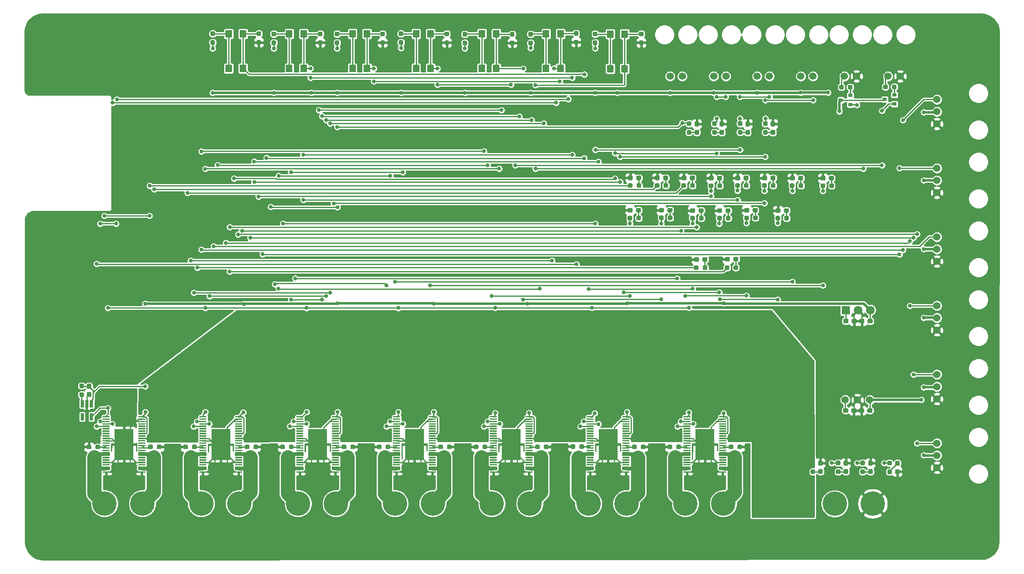
<source format=gbr>
%TF.GenerationSoftware,KiCad,Pcbnew,(5.1.10)-1*%
%TF.CreationDate,2021-12-04T16:47:44-06:00*%
%TF.ProjectId,ArmBoard_Hardware,41726d42-6f61-4726-945f-486172647761,rev?*%
%TF.SameCoordinates,Original*%
%TF.FileFunction,Copper,L1,Top*%
%TF.FilePolarity,Positive*%
%FSLAX46Y46*%
G04 Gerber Fmt 4.6, Leading zero omitted, Abs format (unit mm)*
G04 Created by KiCad (PCBNEW (5.1.10)-1) date 2021-12-04 16:47:44*
%MOMM*%
%LPD*%
G01*
G04 APERTURE LIST*
%TA.AperFunction,SMDPad,CuDef*%
%ADD10R,0.650000X1.560000*%
%TD*%
%TA.AperFunction,SMDPad,CuDef*%
%ADD11R,1.400000X1.600000*%
%TD*%
%TA.AperFunction,ComponentPad*%
%ADD12C,1.524000*%
%TD*%
%TA.AperFunction,SMDPad,CuDef*%
%ADD13R,3.900000X6.400000*%
%TD*%
%TA.AperFunction,ComponentPad*%
%ADD14R,1.800000X1.800000*%
%TD*%
%TA.AperFunction,ComponentPad*%
%ADD15C,1.800000*%
%TD*%
%TA.AperFunction,ComponentPad*%
%ADD16C,5.080000*%
%TD*%
%TA.AperFunction,SMDPad,CuDef*%
%ADD17R,0.900000X0.800000*%
%TD*%
%TA.AperFunction,ViaPad*%
%ADD18C,0.800000*%
%TD*%
%TA.AperFunction,Conductor*%
%ADD19C,0.250000*%
%TD*%
%TA.AperFunction,Conductor*%
%ADD20C,0.500000*%
%TD*%
%TA.AperFunction,Conductor*%
%ADD21C,3.000000*%
%TD*%
%TA.AperFunction,Conductor*%
%ADD22C,0.254000*%
%TD*%
%TA.AperFunction,Conductor*%
%ADD23C,0.100000*%
%TD*%
G04 APERTURE END LIST*
D10*
%TO.P,U4,5*%
%TO.N,OSC*%
X78394600Y-96854000D03*
%TO.P,U4,4*%
%TO.N,N/C*%
X76494600Y-96854000D03*
%TO.P,U4,3*%
%TO.N,Net-(R26-Pad1)*%
X76494600Y-94154000D03*
%TO.P,U4,2*%
%TO.N,GND*%
X77444600Y-94154000D03*
%TO.P,U4,1*%
%TO.N,+5V*%
X78394600Y-94154000D03*
%TD*%
D11*
%TO.P,SW7,2*%
%TO.N,/MotorToggles/M7_toggle*%
X148820000Y-24428000D03*
X148820000Y-17228000D03*
%TO.P,SW7,1*%
%TO.N,Net-(R41-Pad1)*%
X145820000Y-24428000D03*
X145820000Y-17228000D03*
%TD*%
%TO.P,SW6,2*%
%TO.N,/MotorToggles/M6_toggle*%
X162472500Y-24428000D03*
X162472500Y-17228000D03*
%TO.P,SW6,1*%
%TO.N,Net-(R40-Pad1)*%
X159472500Y-24428000D03*
X159472500Y-17228000D03*
%TD*%
%TO.P,SW5,2*%
%TO.N,/MotorToggles/M5_toggle*%
X189142500Y-24457501D03*
X189142500Y-17257501D03*
%TO.P,SW5,1*%
%TO.N,Net-(R39-Pad1)*%
X186142500Y-24457501D03*
X186142500Y-17257501D03*
%TD*%
%TO.P,SW4,2*%
%TO.N,/MotorToggles/M4_toggle*%
X175807500Y-24428000D03*
X175807500Y-17228000D03*
%TO.P,SW4,1*%
%TO.N,Net-(R38-Pad1)*%
X172807500Y-24428000D03*
X172807500Y-17228000D03*
%TD*%
%TO.P,SW3,2*%
%TO.N,/MotorToggles/M3_toggle*%
X135612000Y-24428000D03*
X135612000Y-17228000D03*
%TO.P,SW3,1*%
%TO.N,Net-(R37-Pad1)*%
X132612000Y-24428000D03*
X132612000Y-17228000D03*
%TD*%
%TO.P,SW2,2*%
%TO.N,/MotorToggles/M2_toggle*%
X122467500Y-24428000D03*
X122467500Y-17228000D03*
%TO.P,SW2,1*%
%TO.N,Net-(R36-Pad1)*%
X119467500Y-24428000D03*
X119467500Y-17228000D03*
%TD*%
%TO.P,SW1,2*%
%TO.N,/MotorToggles/M1_toggle*%
X109894500Y-24428000D03*
X109894500Y-17228000D03*
%TO.P,SW1,1*%
%TO.N,Net-(R35-Pad1)*%
X106894500Y-24428000D03*
X106894500Y-17228000D03*
%TD*%
%TO.P,R61,2*%
%TO.N,Net-(D24-Pad2)*%
%TA.AperFunction,SMDPad,CuDef*%
G36*
G01*
X243932700Y-107841600D02*
X244407700Y-107841600D01*
G75*
G02*
X244645200Y-108079100I0J-237500D01*
G01*
X244645200Y-108579100D01*
G75*
G02*
X244407700Y-108816600I-237500J0D01*
G01*
X243932700Y-108816600D01*
G75*
G02*
X243695200Y-108579100I0J237500D01*
G01*
X243695200Y-108079100D01*
G75*
G02*
X243932700Y-107841600I237500J0D01*
G01*
G37*
%TD.AperFunction*%
%TO.P,R61,1*%
%TO.N,+5V*%
%TA.AperFunction,SMDPad,CuDef*%
G36*
G01*
X243932700Y-106016600D02*
X244407700Y-106016600D01*
G75*
G02*
X244645200Y-106254100I0J-237500D01*
G01*
X244645200Y-106754100D01*
G75*
G02*
X244407700Y-106991600I-237500J0D01*
G01*
X243932700Y-106991600D01*
G75*
G02*
X243695200Y-106754100I0J237500D01*
G01*
X243695200Y-106254100D01*
G75*
G02*
X243932700Y-106016600I237500J0D01*
G01*
G37*
%TD.AperFunction*%
%TD*%
%TO.P,R26,2*%
%TO.N,+5V*%
%TA.AperFunction,SMDPad,CuDef*%
G36*
G01*
X76615300Y-90938800D02*
X76140300Y-90938800D01*
G75*
G02*
X75902800Y-90701300I0J237500D01*
G01*
X75902800Y-90201300D01*
G75*
G02*
X76140300Y-89963800I237500J0D01*
G01*
X76615300Y-89963800D01*
G75*
G02*
X76852800Y-90201300I0J-237500D01*
G01*
X76852800Y-90701300D01*
G75*
G02*
X76615300Y-90938800I-237500J0D01*
G01*
G37*
%TD.AperFunction*%
%TO.P,R26,1*%
%TO.N,Net-(R26-Pad1)*%
%TA.AperFunction,SMDPad,CuDef*%
G36*
G01*
X76615300Y-92763800D02*
X76140300Y-92763800D01*
G75*
G02*
X75902800Y-92526300I0J237500D01*
G01*
X75902800Y-92026300D01*
G75*
G02*
X76140300Y-91788800I237500J0D01*
G01*
X76615300Y-91788800D01*
G75*
G02*
X76852800Y-92026300I0J-237500D01*
G01*
X76852800Y-92526300D01*
G75*
G02*
X76615300Y-92763800I-237500J0D01*
G01*
G37*
%TD.AperFunction*%
%TD*%
%TO.P,D24,2*%
%TO.N,Net-(D24-Pad2)*%
%TA.AperFunction,SMDPad,CuDef*%
G36*
G01*
X246033300Y-107066600D02*
X245558300Y-107066600D01*
G75*
G02*
X245320800Y-106829100I0J237500D01*
G01*
X245320800Y-106254100D01*
G75*
G02*
X245558300Y-106016600I237500J0D01*
G01*
X246033300Y-106016600D01*
G75*
G02*
X246270800Y-106254100I0J-237500D01*
G01*
X246270800Y-106829100D01*
G75*
G02*
X246033300Y-107066600I-237500J0D01*
G01*
G37*
%TD.AperFunction*%
%TO.P,D24,1*%
%TO.N,GND*%
%TA.AperFunction,SMDPad,CuDef*%
G36*
G01*
X246033300Y-108816600D02*
X245558300Y-108816600D01*
G75*
G02*
X245320800Y-108579100I0J237500D01*
G01*
X245320800Y-108004100D01*
G75*
G02*
X245558300Y-107766600I237500J0D01*
G01*
X246033300Y-107766600D01*
G75*
G02*
X246270800Y-108004100I0J-237500D01*
G01*
X246270800Y-108579100D01*
G75*
G02*
X246033300Y-108816600I-237500J0D01*
G01*
G37*
%TD.AperFunction*%
%TD*%
%TO.P,D16,2*%
%TO.N,Net-(D16-Pad2)*%
%TA.AperFunction,SMDPad,CuDef*%
G36*
G01*
X205291200Y-64372500D02*
X205291200Y-63897500D01*
G75*
G02*
X205528700Y-63660000I237500J0D01*
G01*
X206103700Y-63660000D01*
G75*
G02*
X206341200Y-63897500I0J-237500D01*
G01*
X206341200Y-64372500D01*
G75*
G02*
X206103700Y-64610000I-237500J0D01*
G01*
X205528700Y-64610000D01*
G75*
G02*
X205291200Y-64372500I0J237500D01*
G01*
G37*
%TD.AperFunction*%
%TO.P,D16,1*%
%TO.N,GND*%
%TA.AperFunction,SMDPad,CuDef*%
G36*
G01*
X203541200Y-64372500D02*
X203541200Y-63897500D01*
G75*
G02*
X203778700Y-63660000I237500J0D01*
G01*
X204353700Y-63660000D01*
G75*
G02*
X204591200Y-63897500I0J-237500D01*
G01*
X204591200Y-64372500D01*
G75*
G02*
X204353700Y-64610000I-237500J0D01*
G01*
X203778700Y-64610000D01*
G75*
G02*
X203541200Y-64372500I0J237500D01*
G01*
G37*
%TD.AperFunction*%
%TD*%
%TO.P,D15,2*%
%TO.N,Net-(D15-Pad2)*%
%TA.AperFunction,SMDPad,CuDef*%
G36*
G01*
X211703400Y-64321700D02*
X211703400Y-63846700D01*
G75*
G02*
X211940900Y-63609200I237500J0D01*
G01*
X212515900Y-63609200D01*
G75*
G02*
X212753400Y-63846700I0J-237500D01*
G01*
X212753400Y-64321700D01*
G75*
G02*
X212515900Y-64559200I-237500J0D01*
G01*
X211940900Y-64559200D01*
G75*
G02*
X211703400Y-64321700I0J237500D01*
G01*
G37*
%TD.AperFunction*%
%TO.P,D15,1*%
%TO.N,GND*%
%TA.AperFunction,SMDPad,CuDef*%
G36*
G01*
X209953400Y-64321700D02*
X209953400Y-63846700D01*
G75*
G02*
X210190900Y-63609200I237500J0D01*
G01*
X210765900Y-63609200D01*
G75*
G02*
X211003400Y-63846700I0J-237500D01*
G01*
X211003400Y-64321700D01*
G75*
G02*
X210765900Y-64559200I-237500J0D01*
G01*
X210190900Y-64559200D01*
G75*
G02*
X209953400Y-64321700I0J237500D01*
G01*
G37*
%TD.AperFunction*%
%TD*%
D12*
%TO.P,Conn20,2*%
%TO.N,LIM_4*%
X210172300Y-26035000D03*
%TO.P,Conn20,1*%
%TO.N,+3V3*%
X207632300Y-26035000D03*
%TD*%
%TO.P,Conn19,2*%
%TO.N,GND*%
X246392700Y-26035000D03*
%TO.P,Conn19,1*%
%TO.N,Net-(Conn19-Pad1)*%
X243852700Y-26035000D03*
%TD*%
%TO.P,Conn12,2*%
%TO.N,LIM_2*%
X201104500Y-26035000D03*
%TO.P,Conn12,1*%
%TO.N,+3V3*%
X198564500Y-26035000D03*
%TD*%
%TO.P,Conn11,2*%
%TO.N,LIM_1*%
X219202000Y-26035000D03*
%TO.P,Conn11,1*%
%TO.N,+3V3*%
X216662000Y-26035000D03*
%TD*%
%TO.P,C5,2*%
%TO.N,GND*%
%TA.AperFunction,SMDPad,CuDef*%
G36*
G01*
X77664300Y-91688800D02*
X78139300Y-91688800D01*
G75*
G02*
X78376800Y-91926300I0J-237500D01*
G01*
X78376800Y-92526300D01*
G75*
G02*
X78139300Y-92763800I-237500J0D01*
G01*
X77664300Y-92763800D01*
G75*
G02*
X77426800Y-92526300I0J237500D01*
G01*
X77426800Y-91926300D01*
G75*
G02*
X77664300Y-91688800I237500J0D01*
G01*
G37*
%TD.AperFunction*%
%TO.P,C5,1*%
%TO.N,+5V*%
%TA.AperFunction,SMDPad,CuDef*%
G36*
G01*
X77664300Y-89963800D02*
X78139300Y-89963800D01*
G75*
G02*
X78376800Y-90201300I0J-237500D01*
G01*
X78376800Y-90801300D01*
G75*
G02*
X78139300Y-91038800I-237500J0D01*
G01*
X77664300Y-91038800D01*
G75*
G02*
X77426800Y-90801300I0J237500D01*
G01*
X77426800Y-90201300D01*
G75*
G02*
X77664300Y-89963800I237500J0D01*
G01*
G37*
%TD.AperFunction*%
%TD*%
%TO.P,Conn18,3*%
%TO.N,GND*%
X254000000Y-35941000D03*
%TO.P,Conn18,2*%
%TO.N,+3V3*%
X254000000Y-33401000D03*
%TO.P,Conn18,1*%
%TO.N,ENC_6*%
X254000000Y-30861000D03*
%TD*%
%TO.P,Conn17,3*%
%TO.N,GND*%
X254000000Y-64541400D03*
%TO.P,Conn17,2*%
%TO.N,+3V3*%
X254000000Y-62001400D03*
%TO.P,Conn17,1*%
%TO.N,ENC_5*%
X254000000Y-59461400D03*
%TD*%
%TO.P,Conn14,3*%
%TO.N,GND*%
X254000000Y-78841600D03*
%TO.P,Conn14,2*%
%TO.N,+3V3*%
X254000000Y-76301600D03*
%TO.P,Conn14,1*%
%TO.N,ENC_4*%
X254000000Y-73761600D03*
%TD*%
%TO.P,Conn13,3*%
%TO.N,GND*%
X254000000Y-107442000D03*
%TO.P,Conn13,2*%
%TO.N,+3V3*%
X254000000Y-104902000D03*
%TO.P,Conn13,1*%
%TO.N,ENC_3*%
X254000000Y-102362000D03*
%TD*%
%TO.P,Conn10,3*%
%TO.N,GND*%
X254000000Y-93141800D03*
%TO.P,Conn10,2*%
%TO.N,+3V3*%
X254000000Y-90601800D03*
%TO.P,Conn10,1*%
%TO.N,ENC_2*%
X254000000Y-88061800D03*
%TD*%
%TO.P,Conn9,3*%
%TO.N,GND*%
X254000000Y-50241200D03*
%TO.P,Conn9,2*%
%TO.N,+3V3*%
X254000000Y-47701200D03*
%TO.P,Conn9,1*%
%TO.N,ENC_1*%
X254000000Y-45161200D03*
%TD*%
%TO.P,Conn16,2*%
%TO.N,LIM_3*%
X228269800Y-26035000D03*
%TO.P,Conn16,1*%
%TO.N,+3V3*%
X225729800Y-26035000D03*
%TD*%
%TO.P,Conn15,2*%
%TO.N,GND*%
X237312200Y-26035000D03*
%TO.P,Conn15,1*%
%TO.N,Net-(Conn15-Pad1)*%
X234772200Y-26035000D03*
%TD*%
%TO.P,U15,48*%
%TO.N,+5V*%
%TA.AperFunction,SMDPad,CuDef*%
G36*
G01*
X208778500Y-96925501D02*
X208778500Y-96775501D01*
G75*
G02*
X208853500Y-96700501I75000J0D01*
G01*
X210178500Y-96700501D01*
G75*
G02*
X210253500Y-96775501I0J-75000D01*
G01*
X210253500Y-96925501D01*
G75*
G02*
X210178500Y-97000501I-75000J0D01*
G01*
X208853500Y-97000501D01*
G75*
G02*
X208778500Y-96925501I0J75000D01*
G01*
G37*
%TD.AperFunction*%
%TO.P,U15,47*%
%TO.N,GND*%
%TA.AperFunction,SMDPad,CuDef*%
G36*
G01*
X208778500Y-97425501D02*
X208778500Y-97275501D01*
G75*
G02*
X208853500Y-97200501I75000J0D01*
G01*
X210178500Y-97200501D01*
G75*
G02*
X210253500Y-97275501I0J-75000D01*
G01*
X210253500Y-97425501D01*
G75*
G02*
X210178500Y-97500501I-75000J0D01*
G01*
X208853500Y-97500501D01*
G75*
G02*
X208778500Y-97425501I0J75000D01*
G01*
G37*
%TD.AperFunction*%
%TO.P,U15,46*%
%TA.AperFunction,SMDPad,CuDef*%
G36*
G01*
X208778500Y-97925501D02*
X208778500Y-97775501D01*
G75*
G02*
X208853500Y-97700501I75000J0D01*
G01*
X210178500Y-97700501D01*
G75*
G02*
X210253500Y-97775501I0J-75000D01*
G01*
X210253500Y-97925501D01*
G75*
G02*
X210178500Y-98000501I-75000J0D01*
G01*
X208853500Y-98000501D01*
G75*
G02*
X208778500Y-97925501I0J75000D01*
G01*
G37*
%TD.AperFunction*%
%TO.P,U15,45*%
%TO.N,N/C*%
%TA.AperFunction,SMDPad,CuDef*%
G36*
G01*
X208778500Y-98425501D02*
X208778500Y-98275501D01*
G75*
G02*
X208853500Y-98200501I75000J0D01*
G01*
X210178500Y-98200501D01*
G75*
G02*
X210253500Y-98275501I0J-75000D01*
G01*
X210253500Y-98425501D01*
G75*
G02*
X210178500Y-98500501I-75000J0D01*
G01*
X208853500Y-98500501D01*
G75*
G02*
X208778500Y-98425501I0J75000D01*
G01*
G37*
%TD.AperFunction*%
%TO.P,U15,44*%
%TA.AperFunction,SMDPad,CuDef*%
G36*
G01*
X208778500Y-98925501D02*
X208778500Y-98775501D01*
G75*
G02*
X208853500Y-98700501I75000J0D01*
G01*
X210178500Y-98700501D01*
G75*
G02*
X210253500Y-98775501I0J-75000D01*
G01*
X210253500Y-98925501D01*
G75*
G02*
X210178500Y-99000501I-75000J0D01*
G01*
X208853500Y-99000501D01*
G75*
G02*
X208778500Y-98925501I0J75000D01*
G01*
G37*
%TD.AperFunction*%
%TO.P,U15,43*%
%TA.AperFunction,SMDPad,CuDef*%
G36*
G01*
X208778500Y-99425501D02*
X208778500Y-99275501D01*
G75*
G02*
X208853500Y-99200501I75000J0D01*
G01*
X210178500Y-99200501D01*
G75*
G02*
X210253500Y-99275501I0J-75000D01*
G01*
X210253500Y-99425501D01*
G75*
G02*
X210178500Y-99500501I-75000J0D01*
G01*
X208853500Y-99500501D01*
G75*
G02*
X208778500Y-99425501I0J75000D01*
G01*
G37*
%TD.AperFunction*%
%TO.P,U15,42*%
%TA.AperFunction,SMDPad,CuDef*%
G36*
G01*
X208778500Y-99925501D02*
X208778500Y-99775501D01*
G75*
G02*
X208853500Y-99700501I75000J0D01*
G01*
X210178500Y-99700501D01*
G75*
G02*
X210253500Y-99775501I0J-75000D01*
G01*
X210253500Y-99925501D01*
G75*
G02*
X210178500Y-100000501I-75000J0D01*
G01*
X208853500Y-100000501D01*
G75*
G02*
X208778500Y-99925501I0J75000D01*
G01*
G37*
%TD.AperFunction*%
%TO.P,U15,41*%
%TO.N,+5V*%
%TA.AperFunction,SMDPad,CuDef*%
G36*
G01*
X208778500Y-100425501D02*
X208778500Y-100275501D01*
G75*
G02*
X208853500Y-100200501I75000J0D01*
G01*
X210178500Y-100200501D01*
G75*
G02*
X210253500Y-100275501I0J-75000D01*
G01*
X210253500Y-100425501D01*
G75*
G02*
X210178500Y-100500501I-75000J0D01*
G01*
X208853500Y-100500501D01*
G75*
G02*
X208778500Y-100425501I0J75000D01*
G01*
G37*
%TD.AperFunction*%
%TO.P,U15,40*%
%TO.N,N/C*%
%TA.AperFunction,SMDPad,CuDef*%
G36*
G01*
X208778500Y-100925501D02*
X208778500Y-100775501D01*
G75*
G02*
X208853500Y-100700501I75000J0D01*
G01*
X210178500Y-100700501D01*
G75*
G02*
X210253500Y-100775501I0J-75000D01*
G01*
X210253500Y-100925501D01*
G75*
G02*
X210178500Y-101000501I-75000J0D01*
G01*
X208853500Y-101000501D01*
G75*
G02*
X208778500Y-100925501I0J75000D01*
G01*
G37*
%TD.AperFunction*%
%TO.P,U15,39*%
%TO.N,+12VA*%
%TA.AperFunction,SMDPad,CuDef*%
G36*
G01*
X208778500Y-101425501D02*
X208778500Y-101275501D01*
G75*
G02*
X208853500Y-101200501I75000J0D01*
G01*
X210178500Y-101200501D01*
G75*
G02*
X210253500Y-101275501I0J-75000D01*
G01*
X210253500Y-101425501D01*
G75*
G02*
X210178500Y-101500501I-75000J0D01*
G01*
X208853500Y-101500501D01*
G75*
G02*
X208778500Y-101425501I0J75000D01*
G01*
G37*
%TD.AperFunction*%
%TO.P,U15,38*%
%TO.N,N/C*%
%TA.AperFunction,SMDPad,CuDef*%
G36*
G01*
X208778500Y-101925501D02*
X208778500Y-101775501D01*
G75*
G02*
X208853500Y-101700501I75000J0D01*
G01*
X210178500Y-101700501D01*
G75*
G02*
X210253500Y-101775501I0J-75000D01*
G01*
X210253500Y-101925501D01*
G75*
G02*
X210178500Y-102000501I-75000J0D01*
G01*
X208853500Y-102000501D01*
G75*
G02*
X208778500Y-101925501I0J75000D01*
G01*
G37*
%TD.AperFunction*%
%TO.P,U15,37*%
%TA.AperFunction,SMDPad,CuDef*%
G36*
G01*
X208778500Y-102425501D02*
X208778500Y-102275501D01*
G75*
G02*
X208853500Y-102200501I75000J0D01*
G01*
X210178500Y-102200501D01*
G75*
G02*
X210253500Y-102275501I0J-75000D01*
G01*
X210253500Y-102425501D01*
G75*
G02*
X210178500Y-102500501I-75000J0D01*
G01*
X208853500Y-102500501D01*
G75*
G02*
X208778500Y-102425501I0J75000D01*
G01*
G37*
%TD.AperFunction*%
%TO.P,U15,36*%
%TO.N,Net-(R57-Pad2)*%
%TA.AperFunction,SMDPad,CuDef*%
G36*
G01*
X208778500Y-102925501D02*
X208778500Y-102775501D01*
G75*
G02*
X208853500Y-102700501I75000J0D01*
G01*
X210178500Y-102700501D01*
G75*
G02*
X210253500Y-102775501I0J-75000D01*
G01*
X210253500Y-102925501D01*
G75*
G02*
X210178500Y-103000501I-75000J0D01*
G01*
X208853500Y-103000501D01*
G75*
G02*
X208778500Y-102925501I0J75000D01*
G01*
G37*
%TD.AperFunction*%
%TO.P,U15,35*%
%TA.AperFunction,SMDPad,CuDef*%
G36*
G01*
X208778500Y-103425501D02*
X208778500Y-103275501D01*
G75*
G02*
X208853500Y-103200501I75000J0D01*
G01*
X210178500Y-103200501D01*
G75*
G02*
X210253500Y-103275501I0J-75000D01*
G01*
X210253500Y-103425501D01*
G75*
G02*
X210178500Y-103500501I-75000J0D01*
G01*
X208853500Y-103500501D01*
G75*
G02*
X208778500Y-103425501I0J75000D01*
G01*
G37*
%TD.AperFunction*%
%TO.P,U15,34*%
%TO.N,N/C*%
%TA.AperFunction,SMDPad,CuDef*%
G36*
G01*
X208778500Y-103925501D02*
X208778500Y-103775501D01*
G75*
G02*
X208853500Y-103700501I75000J0D01*
G01*
X210178500Y-103700501D01*
G75*
G02*
X210253500Y-103775501I0J-75000D01*
G01*
X210253500Y-103925501D01*
G75*
G02*
X210178500Y-104000501I-75000J0D01*
G01*
X208853500Y-104000501D01*
G75*
G02*
X208778500Y-103925501I0J75000D01*
G01*
G37*
%TD.AperFunction*%
%TO.P,U15,33*%
%TO.N,OUTb_5*%
%TA.AperFunction,SMDPad,CuDef*%
G36*
G01*
X208778500Y-104425501D02*
X208778500Y-104275501D01*
G75*
G02*
X208853500Y-104200501I75000J0D01*
G01*
X210178500Y-104200501D01*
G75*
G02*
X210253500Y-104275501I0J-75000D01*
G01*
X210253500Y-104425501D01*
G75*
G02*
X210178500Y-104500501I-75000J0D01*
G01*
X208853500Y-104500501D01*
G75*
G02*
X208778500Y-104425501I0J75000D01*
G01*
G37*
%TD.AperFunction*%
%TO.P,U15,32*%
%TA.AperFunction,SMDPad,CuDef*%
G36*
G01*
X208778500Y-104925501D02*
X208778500Y-104775501D01*
G75*
G02*
X208853500Y-104700501I75000J0D01*
G01*
X210178500Y-104700501D01*
G75*
G02*
X210253500Y-104775501I0J-75000D01*
G01*
X210253500Y-104925501D01*
G75*
G02*
X210178500Y-105000501I-75000J0D01*
G01*
X208853500Y-105000501D01*
G75*
G02*
X208778500Y-104925501I0J75000D01*
G01*
G37*
%TD.AperFunction*%
%TO.P,U15,31*%
%TO.N,N/C*%
%TA.AperFunction,SMDPad,CuDef*%
G36*
G01*
X208778500Y-105425501D02*
X208778500Y-105275501D01*
G75*
G02*
X208853500Y-105200501I75000J0D01*
G01*
X210178500Y-105200501D01*
G75*
G02*
X210253500Y-105275501I0J-75000D01*
G01*
X210253500Y-105425501D01*
G75*
G02*
X210178500Y-105500501I-75000J0D01*
G01*
X208853500Y-105500501D01*
G75*
G02*
X208778500Y-105425501I0J75000D01*
G01*
G37*
%TD.AperFunction*%
%TO.P,U15,30*%
%TA.AperFunction,SMDPad,CuDef*%
G36*
G01*
X208778500Y-105925501D02*
X208778500Y-105775501D01*
G75*
G02*
X208853500Y-105700501I75000J0D01*
G01*
X210178500Y-105700501D01*
G75*
G02*
X210253500Y-105775501I0J-75000D01*
G01*
X210253500Y-105925501D01*
G75*
G02*
X210178500Y-106000501I-75000J0D01*
G01*
X208853500Y-106000501D01*
G75*
G02*
X208778500Y-105925501I0J75000D01*
G01*
G37*
%TD.AperFunction*%
%TO.P,U15,29*%
%TO.N,GND*%
%TA.AperFunction,SMDPad,CuDef*%
G36*
G01*
X208778500Y-106425501D02*
X208778500Y-106275501D01*
G75*
G02*
X208853500Y-106200501I75000J0D01*
G01*
X210178500Y-106200501D01*
G75*
G02*
X210253500Y-106275501I0J-75000D01*
G01*
X210253500Y-106425501D01*
G75*
G02*
X210178500Y-106500501I-75000J0D01*
G01*
X208853500Y-106500501D01*
G75*
G02*
X208778500Y-106425501I0J75000D01*
G01*
G37*
%TD.AperFunction*%
%TO.P,U15,28*%
%TO.N,N/C*%
%TA.AperFunction,SMDPad,CuDef*%
G36*
G01*
X208778500Y-106925501D02*
X208778500Y-106775501D01*
G75*
G02*
X208853500Y-106700501I75000J0D01*
G01*
X210178500Y-106700501D01*
G75*
G02*
X210253500Y-106775501I0J-75000D01*
G01*
X210253500Y-106925501D01*
G75*
G02*
X210178500Y-107000501I-75000J0D01*
G01*
X208853500Y-107000501D01*
G75*
G02*
X208778500Y-106925501I0J75000D01*
G01*
G37*
%TD.AperFunction*%
%TO.P,U15,27*%
%TO.N,OUTb_5*%
%TA.AperFunction,SMDPad,CuDef*%
G36*
G01*
X208778500Y-107425501D02*
X208778500Y-107275501D01*
G75*
G02*
X208853500Y-107200501I75000J0D01*
G01*
X210178500Y-107200501D01*
G75*
G02*
X210253500Y-107275501I0J-75000D01*
G01*
X210253500Y-107425501D01*
G75*
G02*
X210178500Y-107500501I-75000J0D01*
G01*
X208853500Y-107500501D01*
G75*
G02*
X208778500Y-107425501I0J75000D01*
G01*
G37*
%TD.AperFunction*%
%TO.P,U15,26*%
%TA.AperFunction,SMDPad,CuDef*%
G36*
G01*
X208778500Y-107925501D02*
X208778500Y-107775501D01*
G75*
G02*
X208853500Y-107700501I75000J0D01*
G01*
X210178500Y-107700501D01*
G75*
G02*
X210253500Y-107775501I0J-75000D01*
G01*
X210253500Y-107925501D01*
G75*
G02*
X210178500Y-108000501I-75000J0D01*
G01*
X208853500Y-108000501D01*
G75*
G02*
X208778500Y-107925501I0J75000D01*
G01*
G37*
%TD.AperFunction*%
%TO.P,U15,25*%
%TO.N,GND*%
%TA.AperFunction,SMDPad,CuDef*%
G36*
G01*
X208778500Y-108425501D02*
X208778500Y-108275501D01*
G75*
G02*
X208853500Y-108200501I75000J0D01*
G01*
X210178500Y-108200501D01*
G75*
G02*
X210253500Y-108275501I0J-75000D01*
G01*
X210253500Y-108425501D01*
G75*
G02*
X210178500Y-108500501I-75000J0D01*
G01*
X208853500Y-108500501D01*
G75*
G02*
X208778500Y-108425501I0J75000D01*
G01*
G37*
%TD.AperFunction*%
%TO.P,U15,24*%
%TA.AperFunction,SMDPad,CuDef*%
G36*
G01*
X201353500Y-108425501D02*
X201353500Y-108275501D01*
G75*
G02*
X201428500Y-108200501I75000J0D01*
G01*
X202753500Y-108200501D01*
G75*
G02*
X202828500Y-108275501I0J-75000D01*
G01*
X202828500Y-108425501D01*
G75*
G02*
X202753500Y-108500501I-75000J0D01*
G01*
X201428500Y-108500501D01*
G75*
G02*
X201353500Y-108425501I0J75000D01*
G01*
G37*
%TD.AperFunction*%
%TO.P,U15,23*%
%TO.N,OUTa_5*%
%TA.AperFunction,SMDPad,CuDef*%
G36*
G01*
X201353500Y-107925501D02*
X201353500Y-107775501D01*
G75*
G02*
X201428500Y-107700501I75000J0D01*
G01*
X202753500Y-107700501D01*
G75*
G02*
X202828500Y-107775501I0J-75000D01*
G01*
X202828500Y-107925501D01*
G75*
G02*
X202753500Y-108000501I-75000J0D01*
G01*
X201428500Y-108000501D01*
G75*
G02*
X201353500Y-107925501I0J75000D01*
G01*
G37*
%TD.AperFunction*%
%TO.P,U15,22*%
%TA.AperFunction,SMDPad,CuDef*%
G36*
G01*
X201353500Y-107425501D02*
X201353500Y-107275501D01*
G75*
G02*
X201428500Y-107200501I75000J0D01*
G01*
X202753500Y-107200501D01*
G75*
G02*
X202828500Y-107275501I0J-75000D01*
G01*
X202828500Y-107425501D01*
G75*
G02*
X202753500Y-107500501I-75000J0D01*
G01*
X201428500Y-107500501D01*
G75*
G02*
X201353500Y-107425501I0J75000D01*
G01*
G37*
%TD.AperFunction*%
%TO.P,U15,21*%
%TO.N,N/C*%
%TA.AperFunction,SMDPad,CuDef*%
G36*
G01*
X201353500Y-106925501D02*
X201353500Y-106775501D01*
G75*
G02*
X201428500Y-106700501I75000J0D01*
G01*
X202753500Y-106700501D01*
G75*
G02*
X202828500Y-106775501I0J-75000D01*
G01*
X202828500Y-106925501D01*
G75*
G02*
X202753500Y-107000501I-75000J0D01*
G01*
X201428500Y-107000501D01*
G75*
G02*
X201353500Y-106925501I0J75000D01*
G01*
G37*
%TD.AperFunction*%
%TO.P,U15,20*%
%TO.N,GND*%
%TA.AperFunction,SMDPad,CuDef*%
G36*
G01*
X201353500Y-106425501D02*
X201353500Y-106275501D01*
G75*
G02*
X201428500Y-106200501I75000J0D01*
G01*
X202753500Y-106200501D01*
G75*
G02*
X202828500Y-106275501I0J-75000D01*
G01*
X202828500Y-106425501D01*
G75*
G02*
X202753500Y-106500501I-75000J0D01*
G01*
X201428500Y-106500501D01*
G75*
G02*
X201353500Y-106425501I0J75000D01*
G01*
G37*
%TD.AperFunction*%
%TO.P,U15,19*%
%TO.N,N/C*%
%TA.AperFunction,SMDPad,CuDef*%
G36*
G01*
X201353500Y-105925501D02*
X201353500Y-105775501D01*
G75*
G02*
X201428500Y-105700501I75000J0D01*
G01*
X202753500Y-105700501D01*
G75*
G02*
X202828500Y-105775501I0J-75000D01*
G01*
X202828500Y-105925501D01*
G75*
G02*
X202753500Y-106000501I-75000J0D01*
G01*
X201428500Y-106000501D01*
G75*
G02*
X201353500Y-105925501I0J75000D01*
G01*
G37*
%TD.AperFunction*%
%TO.P,U15,18*%
%TA.AperFunction,SMDPad,CuDef*%
G36*
G01*
X201353500Y-105425501D02*
X201353500Y-105275501D01*
G75*
G02*
X201428500Y-105200501I75000J0D01*
G01*
X202753500Y-105200501D01*
G75*
G02*
X202828500Y-105275501I0J-75000D01*
G01*
X202828500Y-105425501D01*
G75*
G02*
X202753500Y-105500501I-75000J0D01*
G01*
X201428500Y-105500501D01*
G75*
G02*
X201353500Y-105425501I0J75000D01*
G01*
G37*
%TD.AperFunction*%
%TO.P,U15,17*%
%TO.N,OUTa_5*%
%TA.AperFunction,SMDPad,CuDef*%
G36*
G01*
X201353500Y-104925501D02*
X201353500Y-104775501D01*
G75*
G02*
X201428500Y-104700501I75000J0D01*
G01*
X202753500Y-104700501D01*
G75*
G02*
X202828500Y-104775501I0J-75000D01*
G01*
X202828500Y-104925501D01*
G75*
G02*
X202753500Y-105000501I-75000J0D01*
G01*
X201428500Y-105000501D01*
G75*
G02*
X201353500Y-104925501I0J75000D01*
G01*
G37*
%TD.AperFunction*%
%TO.P,U15,16*%
%TA.AperFunction,SMDPad,CuDef*%
G36*
G01*
X201353500Y-104425501D02*
X201353500Y-104275501D01*
G75*
G02*
X201428500Y-104200501I75000J0D01*
G01*
X202753500Y-104200501D01*
G75*
G02*
X202828500Y-104275501I0J-75000D01*
G01*
X202828500Y-104425501D01*
G75*
G02*
X202753500Y-104500501I-75000J0D01*
G01*
X201428500Y-104500501D01*
G75*
G02*
X201353500Y-104425501I0J75000D01*
G01*
G37*
%TD.AperFunction*%
%TO.P,U15,15*%
%TO.N,N/C*%
%TA.AperFunction,SMDPad,CuDef*%
G36*
G01*
X201353500Y-103925501D02*
X201353500Y-103775501D01*
G75*
G02*
X201428500Y-103700501I75000J0D01*
G01*
X202753500Y-103700501D01*
G75*
G02*
X202828500Y-103775501I0J-75000D01*
G01*
X202828500Y-103925501D01*
G75*
G02*
X202753500Y-104000501I-75000J0D01*
G01*
X201428500Y-104000501D01*
G75*
G02*
X201353500Y-103925501I0J75000D01*
G01*
G37*
%TD.AperFunction*%
%TO.P,U15,14*%
%TO.N,Net-(R56-Pad1)*%
%TA.AperFunction,SMDPad,CuDef*%
G36*
G01*
X201353500Y-103425501D02*
X201353500Y-103275501D01*
G75*
G02*
X201428500Y-103200501I75000J0D01*
G01*
X202753500Y-103200501D01*
G75*
G02*
X202828500Y-103275501I0J-75000D01*
G01*
X202828500Y-103425501D01*
G75*
G02*
X202753500Y-103500501I-75000J0D01*
G01*
X201428500Y-103500501D01*
G75*
G02*
X201353500Y-103425501I0J75000D01*
G01*
G37*
%TD.AperFunction*%
%TO.P,U15,13*%
%TA.AperFunction,SMDPad,CuDef*%
G36*
G01*
X201353500Y-102925501D02*
X201353500Y-102775501D01*
G75*
G02*
X201428500Y-102700501I75000J0D01*
G01*
X202753500Y-102700501D01*
G75*
G02*
X202828500Y-102775501I0J-75000D01*
G01*
X202828500Y-102925501D01*
G75*
G02*
X202753500Y-103000501I-75000J0D01*
G01*
X201428500Y-103000501D01*
G75*
G02*
X201353500Y-102925501I0J75000D01*
G01*
G37*
%TD.AperFunction*%
%TO.P,U15,12*%
%TO.N,N/C*%
%TA.AperFunction,SMDPad,CuDef*%
G36*
G01*
X201353500Y-102425501D02*
X201353500Y-102275501D01*
G75*
G02*
X201428500Y-102200501I75000J0D01*
G01*
X202753500Y-102200501D01*
G75*
G02*
X202828500Y-102275501I0J-75000D01*
G01*
X202828500Y-102425501D01*
G75*
G02*
X202753500Y-102500501I-75000J0D01*
G01*
X201428500Y-102500501D01*
G75*
G02*
X201353500Y-102425501I0J75000D01*
G01*
G37*
%TD.AperFunction*%
%TO.P,U15,11*%
%TO.N,GND*%
%TA.AperFunction,SMDPad,CuDef*%
G36*
G01*
X201353500Y-101925501D02*
X201353500Y-101775501D01*
G75*
G02*
X201428500Y-101700501I75000J0D01*
G01*
X202753500Y-101700501D01*
G75*
G02*
X202828500Y-101775501I0J-75000D01*
G01*
X202828500Y-101925501D01*
G75*
G02*
X202753500Y-102000501I-75000J0D01*
G01*
X201428500Y-102000501D01*
G75*
G02*
X201353500Y-101925501I0J75000D01*
G01*
G37*
%TD.AperFunction*%
%TO.P,U15,10*%
%TA.AperFunction,SMDPad,CuDef*%
G36*
G01*
X201353500Y-101425501D02*
X201353500Y-101275501D01*
G75*
G02*
X201428500Y-101200501I75000J0D01*
G01*
X202753500Y-101200501D01*
G75*
G02*
X202828500Y-101275501I0J-75000D01*
G01*
X202828500Y-101425501D01*
G75*
G02*
X202753500Y-101500501I-75000J0D01*
G01*
X201428500Y-101500501D01*
G75*
G02*
X201353500Y-101425501I0J75000D01*
G01*
G37*
%TD.AperFunction*%
%TO.P,U15,9*%
%TO.N,N/C*%
%TA.AperFunction,SMDPad,CuDef*%
G36*
G01*
X201353500Y-100925501D02*
X201353500Y-100775501D01*
G75*
G02*
X201428500Y-100700501I75000J0D01*
G01*
X202753500Y-100700501D01*
G75*
G02*
X202828500Y-100775501I0J-75000D01*
G01*
X202828500Y-100925501D01*
G75*
G02*
X202753500Y-101000501I-75000J0D01*
G01*
X201428500Y-101000501D01*
G75*
G02*
X201353500Y-100925501I0J75000D01*
G01*
G37*
%TD.AperFunction*%
%TO.P,U15,8*%
%TA.AperFunction,SMDPad,CuDef*%
G36*
G01*
X201353500Y-100425501D02*
X201353500Y-100275501D01*
G75*
G02*
X201428500Y-100200501I75000J0D01*
G01*
X202753500Y-100200501D01*
G75*
G02*
X202828500Y-100275501I0J-75000D01*
G01*
X202828500Y-100425501D01*
G75*
G02*
X202753500Y-100500501I-75000J0D01*
G01*
X201428500Y-100500501D01*
G75*
G02*
X201353500Y-100425501I0J75000D01*
G01*
G37*
%TD.AperFunction*%
%TO.P,U15,7*%
%TA.AperFunction,SMDPad,CuDef*%
G36*
G01*
X201353500Y-99925501D02*
X201353500Y-99775501D01*
G75*
G02*
X201428500Y-99700501I75000J0D01*
G01*
X202753500Y-99700501D01*
G75*
G02*
X202828500Y-99775501I0J-75000D01*
G01*
X202828500Y-99925501D01*
G75*
G02*
X202753500Y-100000501I-75000J0D01*
G01*
X201428500Y-100000501D01*
G75*
G02*
X201353500Y-99925501I0J75000D01*
G01*
G37*
%TD.AperFunction*%
%TO.P,U15,6*%
%TA.AperFunction,SMDPad,CuDef*%
G36*
G01*
X201353500Y-99425501D02*
X201353500Y-99275501D01*
G75*
G02*
X201428500Y-99200501I75000J0D01*
G01*
X202753500Y-99200501D01*
G75*
G02*
X202828500Y-99275501I0J-75000D01*
G01*
X202828500Y-99425501D01*
G75*
G02*
X202753500Y-99500501I-75000J0D01*
G01*
X201428500Y-99500501D01*
G75*
G02*
X201353500Y-99425501I0J75000D01*
G01*
G37*
%TD.AperFunction*%
%TO.P,U15,5*%
%TO.N,/Motor_Controller4-6/PMW_5*%
%TA.AperFunction,SMDPad,CuDef*%
G36*
G01*
X201353500Y-98925501D02*
X201353500Y-98775501D01*
G75*
G02*
X201428500Y-98700501I75000J0D01*
G01*
X202753500Y-98700501D01*
G75*
G02*
X202828500Y-98775501I0J-75000D01*
G01*
X202828500Y-98925501D01*
G75*
G02*
X202753500Y-99000501I-75000J0D01*
G01*
X201428500Y-99000501D01*
G75*
G02*
X201353500Y-98925501I0J75000D01*
G01*
G37*
%TD.AperFunction*%
%TO.P,U15,4*%
%TO.N,/Motor_Controller4-6/IN_B_5*%
%TA.AperFunction,SMDPad,CuDef*%
G36*
G01*
X201353500Y-98425501D02*
X201353500Y-98275501D01*
G75*
G02*
X201428500Y-98200501I75000J0D01*
G01*
X202753500Y-98200501D01*
G75*
G02*
X202828500Y-98275501I0J-75000D01*
G01*
X202828500Y-98425501D01*
G75*
G02*
X202753500Y-98500501I-75000J0D01*
G01*
X201428500Y-98500501D01*
G75*
G02*
X201353500Y-98425501I0J75000D01*
G01*
G37*
%TD.AperFunction*%
%TO.P,U15,3*%
%TO.N,/Motor_Controller4-6/IN_A_5*%
%TA.AperFunction,SMDPad,CuDef*%
G36*
G01*
X201353500Y-97925501D02*
X201353500Y-97775501D01*
G75*
G02*
X201428500Y-97700501I75000J0D01*
G01*
X202753500Y-97700501D01*
G75*
G02*
X202828500Y-97775501I0J-75000D01*
G01*
X202828500Y-97925501D01*
G75*
G02*
X202753500Y-98000501I-75000J0D01*
G01*
X201428500Y-98000501D01*
G75*
G02*
X201353500Y-97925501I0J75000D01*
G01*
G37*
%TD.AperFunction*%
%TO.P,U15,2*%
%TO.N,N/C*%
%TA.AperFunction,SMDPad,CuDef*%
G36*
G01*
X201353500Y-97425501D02*
X201353500Y-97275501D01*
G75*
G02*
X201428500Y-97200501I75000J0D01*
G01*
X202753500Y-97200501D01*
G75*
G02*
X202828500Y-97275501I0J-75000D01*
G01*
X202828500Y-97425501D01*
G75*
G02*
X202753500Y-97500501I-75000J0D01*
G01*
X201428500Y-97500501D01*
G75*
G02*
X201353500Y-97425501I0J75000D01*
G01*
G37*
%TD.AperFunction*%
%TO.P,U15,1*%
%TO.N,OSC*%
%TA.AperFunction,SMDPad,CuDef*%
G36*
G01*
X201353500Y-96925501D02*
X201353500Y-96775501D01*
G75*
G02*
X201428500Y-96700501I75000J0D01*
G01*
X202753500Y-96700501D01*
G75*
G02*
X202828500Y-96775501I0J-75000D01*
G01*
X202828500Y-96925501D01*
G75*
G02*
X202753500Y-97000501I-75000J0D01*
G01*
X201428500Y-97000501D01*
G75*
G02*
X201353500Y-96925501I0J75000D01*
G01*
G37*
%TD.AperFunction*%
D13*
%TO.P,U15,49*%
%TO.N,GND*%
X205803500Y-102600501D03*
%TD*%
D14*
%TO.P,U3,1*%
%TO.N,+12V*%
X235077000Y-74676000D03*
D15*
%TO.P,U3,2*%
%TO.N,GND*%
X237617000Y-74676000D03*
%TO.P,U3,3*%
%TO.N,+5V*%
X240157000Y-74676000D03*
%TD*%
%TO.P,D4,2*%
%TO.N,Net-(D4-Pad2)*%
%TA.AperFunction,SMDPad,CuDef*%
G36*
G01*
X208337900Y-47468800D02*
X208337900Y-46993800D01*
G75*
G02*
X208575400Y-46756300I237500J0D01*
G01*
X209150400Y-46756300D01*
G75*
G02*
X209387900Y-46993800I0J-237500D01*
G01*
X209387900Y-47468800D01*
G75*
G02*
X209150400Y-47706300I-237500J0D01*
G01*
X208575400Y-47706300D01*
G75*
G02*
X208337900Y-47468800I0J237500D01*
G01*
G37*
%TD.AperFunction*%
%TO.P,D4,1*%
%TO.N,GND*%
%TA.AperFunction,SMDPad,CuDef*%
G36*
G01*
X206587900Y-47468800D02*
X206587900Y-46993800D01*
G75*
G02*
X206825400Y-46756300I237500J0D01*
G01*
X207400400Y-46756300D01*
G75*
G02*
X207637900Y-46993800I0J-237500D01*
G01*
X207637900Y-47468800D01*
G75*
G02*
X207400400Y-47706300I-237500J0D01*
G01*
X206825400Y-47706300D01*
G75*
G02*
X206587900Y-47468800I0J237500D01*
G01*
G37*
%TD.AperFunction*%
%TD*%
%TO.P,D7,2*%
%TO.N,Net-(D7-Pad2)*%
%TA.AperFunction,SMDPad,CuDef*%
G36*
G01*
X204502500Y-54212500D02*
X204502500Y-53737500D01*
G75*
G02*
X204740000Y-53500000I237500J0D01*
G01*
X205315000Y-53500000D01*
G75*
G02*
X205552500Y-53737500I0J-237500D01*
G01*
X205552500Y-54212500D01*
G75*
G02*
X205315000Y-54450000I-237500J0D01*
G01*
X204740000Y-54450000D01*
G75*
G02*
X204502500Y-54212500I0J237500D01*
G01*
G37*
%TD.AperFunction*%
%TO.P,D7,1*%
%TO.N,GND*%
%TA.AperFunction,SMDPad,CuDef*%
G36*
G01*
X202752500Y-54212500D02*
X202752500Y-53737500D01*
G75*
G02*
X202990000Y-53500000I237500J0D01*
G01*
X203565000Y-53500000D01*
G75*
G02*
X203802500Y-53737500I0J-237500D01*
G01*
X203802500Y-54212500D01*
G75*
G02*
X203565000Y-54450000I-237500J0D01*
G01*
X202990000Y-54450000D01*
G75*
G02*
X202752500Y-54212500I0J237500D01*
G01*
G37*
%TD.AperFunction*%
%TD*%
%TO.P,D14,2*%
%TO.N,Net-(D14-Pad2)*%
%TA.AperFunction,SMDPad,CuDef*%
G36*
G01*
X231566200Y-47468800D02*
X231566200Y-46993800D01*
G75*
G02*
X231803700Y-46756300I237500J0D01*
G01*
X232378700Y-46756300D01*
G75*
G02*
X232616200Y-46993800I0J-237500D01*
G01*
X232616200Y-47468800D01*
G75*
G02*
X232378700Y-47706300I-237500J0D01*
G01*
X231803700Y-47706300D01*
G75*
G02*
X231566200Y-47468800I0J237500D01*
G01*
G37*
%TD.AperFunction*%
%TO.P,D14,1*%
%TO.N,GND*%
%TA.AperFunction,SMDPad,CuDef*%
G36*
G01*
X229816200Y-47468800D02*
X229816200Y-46993800D01*
G75*
G02*
X230053700Y-46756300I237500J0D01*
G01*
X230628700Y-46756300D01*
G75*
G02*
X230866200Y-46993800I0J-237500D01*
G01*
X230866200Y-47468800D01*
G75*
G02*
X230628700Y-47706300I-237500J0D01*
G01*
X230053700Y-47706300D01*
G75*
G02*
X229816200Y-47468800I0J237500D01*
G01*
G37*
%TD.AperFunction*%
%TD*%
%TO.P,D11,2*%
%TO.N,Net-(D11-Pad2)*%
%TA.AperFunction,SMDPad,CuDef*%
G36*
G01*
X191497700Y-54149000D02*
X191497700Y-53674000D01*
G75*
G02*
X191735200Y-53436500I237500J0D01*
G01*
X192310200Y-53436500D01*
G75*
G02*
X192547700Y-53674000I0J-237500D01*
G01*
X192547700Y-54149000D01*
G75*
G02*
X192310200Y-54386500I-237500J0D01*
G01*
X191735200Y-54386500D01*
G75*
G02*
X191497700Y-54149000I0J237500D01*
G01*
G37*
%TD.AperFunction*%
%TO.P,D11,1*%
%TO.N,GND*%
%TA.AperFunction,SMDPad,CuDef*%
G36*
G01*
X189747700Y-54149000D02*
X189747700Y-53674000D01*
G75*
G02*
X189985200Y-53436500I237500J0D01*
G01*
X190560200Y-53436500D01*
G75*
G02*
X190797700Y-53674000I0J-237500D01*
G01*
X190797700Y-54149000D01*
G75*
G02*
X190560200Y-54386500I-237500J0D01*
G01*
X189985200Y-54386500D01*
G75*
G02*
X189747700Y-54149000I0J237500D01*
G01*
G37*
%TD.AperFunction*%
%TD*%
%TO.P,D3,2*%
%TO.N,Net-(D3-Pad2)*%
%TA.AperFunction,SMDPad,CuDef*%
G36*
G01*
X202685100Y-47430700D02*
X202685100Y-46955700D01*
G75*
G02*
X202922600Y-46718200I237500J0D01*
G01*
X203497600Y-46718200D01*
G75*
G02*
X203735100Y-46955700I0J-237500D01*
G01*
X203735100Y-47430700D01*
G75*
G02*
X203497600Y-47668200I-237500J0D01*
G01*
X202922600Y-47668200D01*
G75*
G02*
X202685100Y-47430700I0J237500D01*
G01*
G37*
%TD.AperFunction*%
%TO.P,D3,1*%
%TO.N,GND*%
%TA.AperFunction,SMDPad,CuDef*%
G36*
G01*
X200935100Y-47430700D02*
X200935100Y-46955700D01*
G75*
G02*
X201172600Y-46718200I237500J0D01*
G01*
X201747600Y-46718200D01*
G75*
G02*
X201985100Y-46955700I0J-237500D01*
G01*
X201985100Y-47430700D01*
G75*
G02*
X201747600Y-47668200I-237500J0D01*
G01*
X201172600Y-47668200D01*
G75*
G02*
X200935100Y-47430700I0J237500D01*
G01*
G37*
%TD.AperFunction*%
%TD*%
%TO.P,D13,1*%
%TO.N,GND*%
%TA.AperFunction,SMDPad,CuDef*%
G36*
G01*
X223440800Y-47468800D02*
X223440800Y-46993800D01*
G75*
G02*
X223678300Y-46756300I237500J0D01*
G01*
X224253300Y-46756300D01*
G75*
G02*
X224490800Y-46993800I0J-237500D01*
G01*
X224490800Y-47468800D01*
G75*
G02*
X224253300Y-47706300I-237500J0D01*
G01*
X223678300Y-47706300D01*
G75*
G02*
X223440800Y-47468800I0J237500D01*
G01*
G37*
%TD.AperFunction*%
%TO.P,D13,2*%
%TO.N,Net-(D13-Pad2)*%
%TA.AperFunction,SMDPad,CuDef*%
G36*
G01*
X225190800Y-47468800D02*
X225190800Y-46993800D01*
G75*
G02*
X225428300Y-46756300I237500J0D01*
G01*
X226003300Y-46756300D01*
G75*
G02*
X226240800Y-46993800I0J-237500D01*
G01*
X226240800Y-47468800D01*
G75*
G02*
X226003300Y-47706300I-237500J0D01*
G01*
X225428300Y-47706300D01*
G75*
G02*
X225190800Y-47468800I0J237500D01*
G01*
G37*
%TD.AperFunction*%
%TD*%
%TO.P,D10,2*%
%TO.N,Net-(D10-Pad2)*%
%TA.AperFunction,SMDPad,CuDef*%
G36*
G01*
X222219000Y-54212500D02*
X222219000Y-53737500D01*
G75*
G02*
X222456500Y-53500000I237500J0D01*
G01*
X223031500Y-53500000D01*
G75*
G02*
X223269000Y-53737500I0J-237500D01*
G01*
X223269000Y-54212500D01*
G75*
G02*
X223031500Y-54450000I-237500J0D01*
G01*
X222456500Y-54450000D01*
G75*
G02*
X222219000Y-54212500I0J237500D01*
G01*
G37*
%TD.AperFunction*%
%TO.P,D10,1*%
%TO.N,GND*%
%TA.AperFunction,SMDPad,CuDef*%
G36*
G01*
X220469000Y-54212500D02*
X220469000Y-53737500D01*
G75*
G02*
X220706500Y-53500000I237500J0D01*
G01*
X221281500Y-53500000D01*
G75*
G02*
X221519000Y-53737500I0J-237500D01*
G01*
X221519000Y-54212500D01*
G75*
G02*
X221281500Y-54450000I-237500J0D01*
G01*
X220706500Y-54450000D01*
G75*
G02*
X220469000Y-54212500I0J237500D01*
G01*
G37*
%TD.AperFunction*%
%TD*%
%TO.P,D12,2*%
%TO.N,Net-(D12-Pad2)*%
%TA.AperFunction,SMDPad,CuDef*%
G36*
G01*
X198025500Y-54149000D02*
X198025500Y-53674000D01*
G75*
G02*
X198263000Y-53436500I237500J0D01*
G01*
X198838000Y-53436500D01*
G75*
G02*
X199075500Y-53674000I0J-237500D01*
G01*
X199075500Y-54149000D01*
G75*
G02*
X198838000Y-54386500I-237500J0D01*
G01*
X198263000Y-54386500D01*
G75*
G02*
X198025500Y-54149000I0J237500D01*
G01*
G37*
%TD.AperFunction*%
%TO.P,D12,1*%
%TO.N,GND*%
%TA.AperFunction,SMDPad,CuDef*%
G36*
G01*
X196275500Y-54149000D02*
X196275500Y-53674000D01*
G75*
G02*
X196513000Y-53436500I237500J0D01*
G01*
X197088000Y-53436500D01*
G75*
G02*
X197325500Y-53674000I0J-237500D01*
G01*
X197325500Y-54149000D01*
G75*
G02*
X197088000Y-54386500I-237500J0D01*
G01*
X196513000Y-54386500D01*
G75*
G02*
X196275500Y-54149000I0J237500D01*
G01*
G37*
%TD.AperFunction*%
%TD*%
%TO.P,D8,2*%
%TO.N,Net-(D8-Pad2)*%
%TA.AperFunction,SMDPad,CuDef*%
G36*
G01*
X210090500Y-54212500D02*
X210090500Y-53737500D01*
G75*
G02*
X210328000Y-53500000I237500J0D01*
G01*
X210903000Y-53500000D01*
G75*
G02*
X211140500Y-53737500I0J-237500D01*
G01*
X211140500Y-54212500D01*
G75*
G02*
X210903000Y-54450000I-237500J0D01*
G01*
X210328000Y-54450000D01*
G75*
G02*
X210090500Y-54212500I0J237500D01*
G01*
G37*
%TD.AperFunction*%
%TO.P,D8,1*%
%TO.N,GND*%
%TA.AperFunction,SMDPad,CuDef*%
G36*
G01*
X208340500Y-54212500D02*
X208340500Y-53737500D01*
G75*
G02*
X208578000Y-53500000I237500J0D01*
G01*
X209153000Y-53500000D01*
G75*
G02*
X209390500Y-53737500I0J-237500D01*
G01*
X209390500Y-54212500D01*
G75*
G02*
X209153000Y-54450000I-237500J0D01*
G01*
X208578000Y-54450000D01*
G75*
G02*
X208340500Y-54212500I0J237500D01*
G01*
G37*
%TD.AperFunction*%
%TD*%
%TO.P,D9,2*%
%TO.N,Net-(D9-Pad2)*%
%TA.AperFunction,SMDPad,CuDef*%
G36*
G01*
X215742000Y-54149000D02*
X215742000Y-53674000D01*
G75*
G02*
X215979500Y-53436500I237500J0D01*
G01*
X216554500Y-53436500D01*
G75*
G02*
X216792000Y-53674000I0J-237500D01*
G01*
X216792000Y-54149000D01*
G75*
G02*
X216554500Y-54386500I-237500J0D01*
G01*
X215979500Y-54386500D01*
G75*
G02*
X215742000Y-54149000I0J237500D01*
G01*
G37*
%TD.AperFunction*%
%TO.P,D9,1*%
%TO.N,GND*%
%TA.AperFunction,SMDPad,CuDef*%
G36*
G01*
X213992000Y-54149000D02*
X213992000Y-53674000D01*
G75*
G02*
X214229500Y-53436500I237500J0D01*
G01*
X214804500Y-53436500D01*
G75*
G02*
X215042000Y-53674000I0J-237500D01*
G01*
X215042000Y-54149000D01*
G75*
G02*
X214804500Y-54386500I-237500J0D01*
G01*
X214229500Y-54386500D01*
G75*
G02*
X213992000Y-54149000I0J237500D01*
G01*
G37*
%TD.AperFunction*%
%TD*%
%TO.P,D6,2*%
%TO.N,Net-(D6-Pad2)*%
%TA.AperFunction,SMDPad,CuDef*%
G36*
G01*
X219437700Y-47430700D02*
X219437700Y-46955700D01*
G75*
G02*
X219675200Y-46718200I237500J0D01*
G01*
X220250200Y-46718200D01*
G75*
G02*
X220487700Y-46955700I0J-237500D01*
G01*
X220487700Y-47430700D01*
G75*
G02*
X220250200Y-47668200I-237500J0D01*
G01*
X219675200Y-47668200D01*
G75*
G02*
X219437700Y-47430700I0J237500D01*
G01*
G37*
%TD.AperFunction*%
%TO.P,D6,1*%
%TO.N,GND*%
%TA.AperFunction,SMDPad,CuDef*%
G36*
G01*
X217687700Y-47430700D02*
X217687700Y-46955700D01*
G75*
G02*
X217925200Y-46718200I237500J0D01*
G01*
X218500200Y-46718200D01*
G75*
G02*
X218737700Y-46955700I0J-237500D01*
G01*
X218737700Y-47430700D01*
G75*
G02*
X218500200Y-47668200I-237500J0D01*
G01*
X217925200Y-47668200D01*
G75*
G02*
X217687700Y-47430700I0J237500D01*
G01*
G37*
%TD.AperFunction*%
%TD*%
%TO.P,D5,2*%
%TO.N,Net-(D5-Pad2)*%
%TA.AperFunction,SMDPad,CuDef*%
G36*
G01*
X213849700Y-47430700D02*
X213849700Y-46955700D01*
G75*
G02*
X214087200Y-46718200I237500J0D01*
G01*
X214662200Y-46718200D01*
G75*
G02*
X214899700Y-46955700I0J-237500D01*
G01*
X214899700Y-47430700D01*
G75*
G02*
X214662200Y-47668200I-237500J0D01*
G01*
X214087200Y-47668200D01*
G75*
G02*
X213849700Y-47430700I0J237500D01*
G01*
G37*
%TD.AperFunction*%
%TO.P,D5,1*%
%TO.N,GND*%
%TA.AperFunction,SMDPad,CuDef*%
G36*
G01*
X212099700Y-47430700D02*
X212099700Y-46955700D01*
G75*
G02*
X212337200Y-46718200I237500J0D01*
G01*
X212912200Y-46718200D01*
G75*
G02*
X213149700Y-46955700I0J-237500D01*
G01*
X213149700Y-47430700D01*
G75*
G02*
X212912200Y-47668200I-237500J0D01*
G01*
X212337200Y-47668200D01*
G75*
G02*
X212099700Y-47430700I0J237500D01*
G01*
G37*
%TD.AperFunction*%
%TD*%
%TO.P,D2,2*%
%TO.N,Net-(D2-Pad2)*%
%TA.AperFunction,SMDPad,CuDef*%
G36*
G01*
X197136500Y-47418000D02*
X197136500Y-46943000D01*
G75*
G02*
X197374000Y-46705500I237500J0D01*
G01*
X197949000Y-46705500D01*
G75*
G02*
X198186500Y-46943000I0J-237500D01*
G01*
X198186500Y-47418000D01*
G75*
G02*
X197949000Y-47655500I-237500J0D01*
G01*
X197374000Y-47655500D01*
G75*
G02*
X197136500Y-47418000I0J237500D01*
G01*
G37*
%TD.AperFunction*%
%TO.P,D2,1*%
%TO.N,GND*%
%TA.AperFunction,SMDPad,CuDef*%
G36*
G01*
X195386500Y-47418000D02*
X195386500Y-46943000D01*
G75*
G02*
X195624000Y-46705500I237500J0D01*
G01*
X196199000Y-46705500D01*
G75*
G02*
X196436500Y-46943000I0J-237500D01*
G01*
X196436500Y-47418000D01*
G75*
G02*
X196199000Y-47655500I-237500J0D01*
G01*
X195624000Y-47655500D01*
G75*
G02*
X195386500Y-47418000I0J237500D01*
G01*
G37*
%TD.AperFunction*%
%TD*%
%TO.P,D1,2*%
%TO.N,Net-(D1-Pad2)*%
%TA.AperFunction,SMDPad,CuDef*%
G36*
G01*
X191548500Y-47418000D02*
X191548500Y-46943000D01*
G75*
G02*
X191786000Y-46705500I237500J0D01*
G01*
X192361000Y-46705500D01*
G75*
G02*
X192598500Y-46943000I0J-237500D01*
G01*
X192598500Y-47418000D01*
G75*
G02*
X192361000Y-47655500I-237500J0D01*
G01*
X191786000Y-47655500D01*
G75*
G02*
X191548500Y-47418000I0J237500D01*
G01*
G37*
%TD.AperFunction*%
%TO.P,D1,1*%
%TO.N,GND*%
%TA.AperFunction,SMDPad,CuDef*%
G36*
G01*
X189798500Y-47418000D02*
X189798500Y-46943000D01*
G75*
G02*
X190036000Y-46705500I237500J0D01*
G01*
X190611000Y-46705500D01*
G75*
G02*
X190848500Y-46943000I0J-237500D01*
G01*
X190848500Y-47418000D01*
G75*
G02*
X190611000Y-47655500I-237500J0D01*
G01*
X190036000Y-47655500D01*
G75*
G02*
X189798500Y-47418000I0J237500D01*
G01*
G37*
%TD.AperFunction*%
%TD*%
%TO.P,R8,2*%
%TO.N,Net-(D8-Pad2)*%
%TA.AperFunction,SMDPad,CuDef*%
G36*
G01*
X210165500Y-55800000D02*
X210165500Y-55325000D01*
G75*
G02*
X210403000Y-55087500I237500J0D01*
G01*
X210903000Y-55087500D01*
G75*
G02*
X211140500Y-55325000I0J-237500D01*
G01*
X211140500Y-55800000D01*
G75*
G02*
X210903000Y-56037500I-237500J0D01*
G01*
X210403000Y-56037500D01*
G75*
G02*
X210165500Y-55800000I0J237500D01*
G01*
G37*
%TD.AperFunction*%
%TO.P,R8,1*%
%TO.N,OUTb_4*%
%TA.AperFunction,SMDPad,CuDef*%
G36*
G01*
X208340500Y-55800000D02*
X208340500Y-55325000D01*
G75*
G02*
X208578000Y-55087500I237500J0D01*
G01*
X209078000Y-55087500D01*
G75*
G02*
X209315500Y-55325000I0J-237500D01*
G01*
X209315500Y-55800000D01*
G75*
G02*
X209078000Y-56037500I-237500J0D01*
G01*
X208578000Y-56037500D01*
G75*
G02*
X208340500Y-55800000I0J237500D01*
G01*
G37*
%TD.AperFunction*%
%TD*%
%TO.P,R14,2*%
%TO.N,Net-(D14-Pad2)*%
%TA.AperFunction,SMDPad,CuDef*%
G36*
G01*
X231641200Y-49043600D02*
X231641200Y-48568600D01*
G75*
G02*
X231878700Y-48331100I237500J0D01*
G01*
X232378700Y-48331100D01*
G75*
G02*
X232616200Y-48568600I0J-237500D01*
G01*
X232616200Y-49043600D01*
G75*
G02*
X232378700Y-49281100I-237500J0D01*
G01*
X231878700Y-49281100D01*
G75*
G02*
X231641200Y-49043600I0J237500D01*
G01*
G37*
%TD.AperFunction*%
%TO.P,R14,1*%
%TO.N,OUTb_7*%
%TA.AperFunction,SMDPad,CuDef*%
G36*
G01*
X229816200Y-49043600D02*
X229816200Y-48568600D01*
G75*
G02*
X230053700Y-48331100I237500J0D01*
G01*
X230553700Y-48331100D01*
G75*
G02*
X230791200Y-48568600I0J-237500D01*
G01*
X230791200Y-49043600D01*
G75*
G02*
X230553700Y-49281100I-237500J0D01*
G01*
X230053700Y-49281100D01*
G75*
G02*
X229816200Y-49043600I0J237500D01*
G01*
G37*
%TD.AperFunction*%
%TD*%
%TO.P,R2,2*%
%TO.N,Net-(D2-Pad2)*%
%TA.AperFunction,SMDPad,CuDef*%
G36*
G01*
X197211500Y-49005500D02*
X197211500Y-48530500D01*
G75*
G02*
X197449000Y-48293000I237500J0D01*
G01*
X197949000Y-48293000D01*
G75*
G02*
X198186500Y-48530500I0J-237500D01*
G01*
X198186500Y-49005500D01*
G75*
G02*
X197949000Y-49243000I-237500J0D01*
G01*
X197449000Y-49243000D01*
G75*
G02*
X197211500Y-49005500I0J237500D01*
G01*
G37*
%TD.AperFunction*%
%TO.P,R2,1*%
%TO.N,OUTb_1*%
%TA.AperFunction,SMDPad,CuDef*%
G36*
G01*
X195386500Y-49005500D02*
X195386500Y-48530500D01*
G75*
G02*
X195624000Y-48293000I237500J0D01*
G01*
X196124000Y-48293000D01*
G75*
G02*
X196361500Y-48530500I0J-237500D01*
G01*
X196361500Y-49005500D01*
G75*
G02*
X196124000Y-49243000I-237500J0D01*
G01*
X195624000Y-49243000D01*
G75*
G02*
X195386500Y-49005500I0J237500D01*
G01*
G37*
%TD.AperFunction*%
%TD*%
%TO.P,R12,2*%
%TO.N,Net-(D12-Pad2)*%
%TA.AperFunction,SMDPad,CuDef*%
G36*
G01*
X198098600Y-55723800D02*
X198098600Y-55248800D01*
G75*
G02*
X198336100Y-55011300I237500J0D01*
G01*
X198836100Y-55011300D01*
G75*
G02*
X199073600Y-55248800I0J-237500D01*
G01*
X199073600Y-55723800D01*
G75*
G02*
X198836100Y-55961300I-237500J0D01*
G01*
X198336100Y-55961300D01*
G75*
G02*
X198098600Y-55723800I0J237500D01*
G01*
G37*
%TD.AperFunction*%
%TO.P,R12,1*%
%TO.N,OUTb_6*%
%TA.AperFunction,SMDPad,CuDef*%
G36*
G01*
X196273600Y-55723800D02*
X196273600Y-55248800D01*
G75*
G02*
X196511100Y-55011300I237500J0D01*
G01*
X197011100Y-55011300D01*
G75*
G02*
X197248600Y-55248800I0J-237500D01*
G01*
X197248600Y-55723800D01*
G75*
G02*
X197011100Y-55961300I-237500J0D01*
G01*
X196511100Y-55961300D01*
G75*
G02*
X196273600Y-55723800I0J237500D01*
G01*
G37*
%TD.AperFunction*%
%TD*%
%TO.P,R7,2*%
%TO.N,Net-(D7-Pad2)*%
%TA.AperFunction,SMDPad,CuDef*%
G36*
G01*
X204577500Y-55800000D02*
X204577500Y-55325000D01*
G75*
G02*
X204815000Y-55087500I237500J0D01*
G01*
X205315000Y-55087500D01*
G75*
G02*
X205552500Y-55325000I0J-237500D01*
G01*
X205552500Y-55800000D01*
G75*
G02*
X205315000Y-56037500I-237500J0D01*
G01*
X204815000Y-56037500D01*
G75*
G02*
X204577500Y-55800000I0J237500D01*
G01*
G37*
%TD.AperFunction*%
%TO.P,R7,1*%
%TO.N,OUTa_4*%
%TA.AperFunction,SMDPad,CuDef*%
G36*
G01*
X202752500Y-55800000D02*
X202752500Y-55325000D01*
G75*
G02*
X202990000Y-55087500I237500J0D01*
G01*
X203490000Y-55087500D01*
G75*
G02*
X203727500Y-55325000I0J-237500D01*
G01*
X203727500Y-55800000D01*
G75*
G02*
X203490000Y-56037500I-237500J0D01*
G01*
X202990000Y-56037500D01*
G75*
G02*
X202752500Y-55800000I0J237500D01*
G01*
G37*
%TD.AperFunction*%
%TD*%
%TO.P,R13,1*%
%TO.N,OUTa_7*%
%TA.AperFunction,SMDPad,CuDef*%
G36*
G01*
X223428100Y-49036314D02*
X223428100Y-48561314D01*
G75*
G02*
X223665600Y-48323814I237500J0D01*
G01*
X224165600Y-48323814D01*
G75*
G02*
X224403100Y-48561314I0J-237500D01*
G01*
X224403100Y-49036314D01*
G75*
G02*
X224165600Y-49273814I-237500J0D01*
G01*
X223665600Y-49273814D01*
G75*
G02*
X223428100Y-49036314I0J237500D01*
G01*
G37*
%TD.AperFunction*%
%TO.P,R13,2*%
%TO.N,Net-(D13-Pad2)*%
%TA.AperFunction,SMDPad,CuDef*%
G36*
G01*
X225253100Y-49036314D02*
X225253100Y-48561314D01*
G75*
G02*
X225490600Y-48323814I237500J0D01*
G01*
X225990600Y-48323814D01*
G75*
G02*
X226228100Y-48561314I0J-237500D01*
G01*
X226228100Y-49036314D01*
G75*
G02*
X225990600Y-49273814I-237500J0D01*
G01*
X225490600Y-49273814D01*
G75*
G02*
X225253100Y-49036314I0J237500D01*
G01*
G37*
%TD.AperFunction*%
%TD*%
%TO.P,R9,2*%
%TO.N,Net-(D9-Pad2)*%
%TA.AperFunction,SMDPad,CuDef*%
G36*
G01*
X215817000Y-55736500D02*
X215817000Y-55261500D01*
G75*
G02*
X216054500Y-55024000I237500J0D01*
G01*
X216554500Y-55024000D01*
G75*
G02*
X216792000Y-55261500I0J-237500D01*
G01*
X216792000Y-55736500D01*
G75*
G02*
X216554500Y-55974000I-237500J0D01*
G01*
X216054500Y-55974000D01*
G75*
G02*
X215817000Y-55736500I0J237500D01*
G01*
G37*
%TD.AperFunction*%
%TO.P,R9,1*%
%TO.N,OUTa_5*%
%TA.AperFunction,SMDPad,CuDef*%
G36*
G01*
X213992000Y-55736500D02*
X213992000Y-55261500D01*
G75*
G02*
X214229500Y-55024000I237500J0D01*
G01*
X214729500Y-55024000D01*
G75*
G02*
X214967000Y-55261500I0J-237500D01*
G01*
X214967000Y-55736500D01*
G75*
G02*
X214729500Y-55974000I-237500J0D01*
G01*
X214229500Y-55974000D01*
G75*
G02*
X213992000Y-55736500I0J237500D01*
G01*
G37*
%TD.AperFunction*%
%TD*%
%TO.P,R11,2*%
%TO.N,Net-(D11-Pad2)*%
%TA.AperFunction,SMDPad,CuDef*%
G36*
G01*
X191572700Y-55774600D02*
X191572700Y-55299600D01*
G75*
G02*
X191810200Y-55062100I237500J0D01*
G01*
X192310200Y-55062100D01*
G75*
G02*
X192547700Y-55299600I0J-237500D01*
G01*
X192547700Y-55774600D01*
G75*
G02*
X192310200Y-56012100I-237500J0D01*
G01*
X191810200Y-56012100D01*
G75*
G02*
X191572700Y-55774600I0J237500D01*
G01*
G37*
%TD.AperFunction*%
%TO.P,R11,1*%
%TO.N,OUTa_6*%
%TA.AperFunction,SMDPad,CuDef*%
G36*
G01*
X189747700Y-55774600D02*
X189747700Y-55299600D01*
G75*
G02*
X189985200Y-55062100I237500J0D01*
G01*
X190485200Y-55062100D01*
G75*
G02*
X190722700Y-55299600I0J-237500D01*
G01*
X190722700Y-55774600D01*
G75*
G02*
X190485200Y-56012100I-237500J0D01*
G01*
X189985200Y-56012100D01*
G75*
G02*
X189747700Y-55774600I0J237500D01*
G01*
G37*
%TD.AperFunction*%
%TD*%
%TO.P,R5,2*%
%TO.N,Net-(D5-Pad2)*%
%TA.AperFunction,SMDPad,CuDef*%
G36*
G01*
X213924700Y-49005500D02*
X213924700Y-48530500D01*
G75*
G02*
X214162200Y-48293000I237500J0D01*
G01*
X214662200Y-48293000D01*
G75*
G02*
X214899700Y-48530500I0J-237500D01*
G01*
X214899700Y-49005500D01*
G75*
G02*
X214662200Y-49243000I-237500J0D01*
G01*
X214162200Y-49243000D01*
G75*
G02*
X213924700Y-49005500I0J237500D01*
G01*
G37*
%TD.AperFunction*%
%TO.P,R5,1*%
%TO.N,OUTa_3*%
%TA.AperFunction,SMDPad,CuDef*%
G36*
G01*
X212099700Y-49005500D02*
X212099700Y-48530500D01*
G75*
G02*
X212337200Y-48293000I237500J0D01*
G01*
X212837200Y-48293000D01*
G75*
G02*
X213074700Y-48530500I0J-237500D01*
G01*
X213074700Y-49005500D01*
G75*
G02*
X212837200Y-49243000I-237500J0D01*
G01*
X212337200Y-49243000D01*
G75*
G02*
X212099700Y-49005500I0J237500D01*
G01*
G37*
%TD.AperFunction*%
%TD*%
%TO.P,R4,2*%
%TO.N,Net-(D4-Pad2)*%
%TA.AperFunction,SMDPad,CuDef*%
G36*
G01*
X208412900Y-49056300D02*
X208412900Y-48581300D01*
G75*
G02*
X208650400Y-48343800I237500J0D01*
G01*
X209150400Y-48343800D01*
G75*
G02*
X209387900Y-48581300I0J-237500D01*
G01*
X209387900Y-49056300D01*
G75*
G02*
X209150400Y-49293800I-237500J0D01*
G01*
X208650400Y-49293800D01*
G75*
G02*
X208412900Y-49056300I0J237500D01*
G01*
G37*
%TD.AperFunction*%
%TO.P,R4,1*%
%TO.N,OUTb_2*%
%TA.AperFunction,SMDPad,CuDef*%
G36*
G01*
X206587900Y-49056300D02*
X206587900Y-48581300D01*
G75*
G02*
X206825400Y-48343800I237500J0D01*
G01*
X207325400Y-48343800D01*
G75*
G02*
X207562900Y-48581300I0J-237500D01*
G01*
X207562900Y-49056300D01*
G75*
G02*
X207325400Y-49293800I-237500J0D01*
G01*
X206825400Y-49293800D01*
G75*
G02*
X206587900Y-49056300I0J237500D01*
G01*
G37*
%TD.AperFunction*%
%TD*%
%TO.P,R3,2*%
%TO.N,Net-(D3-Pad2)*%
%TA.AperFunction,SMDPad,CuDef*%
G36*
G01*
X202748700Y-49005500D02*
X202748700Y-48530500D01*
G75*
G02*
X202986200Y-48293000I237500J0D01*
G01*
X203486200Y-48293000D01*
G75*
G02*
X203723700Y-48530500I0J-237500D01*
G01*
X203723700Y-49005500D01*
G75*
G02*
X203486200Y-49243000I-237500J0D01*
G01*
X202986200Y-49243000D01*
G75*
G02*
X202748700Y-49005500I0J237500D01*
G01*
G37*
%TD.AperFunction*%
%TO.P,R3,1*%
%TO.N,OUTa_2*%
%TA.AperFunction,SMDPad,CuDef*%
G36*
G01*
X200923700Y-49005500D02*
X200923700Y-48530500D01*
G75*
G02*
X201161200Y-48293000I237500J0D01*
G01*
X201661200Y-48293000D01*
G75*
G02*
X201898700Y-48530500I0J-237500D01*
G01*
X201898700Y-49005500D01*
G75*
G02*
X201661200Y-49243000I-237500J0D01*
G01*
X201161200Y-49243000D01*
G75*
G02*
X200923700Y-49005500I0J237500D01*
G01*
G37*
%TD.AperFunction*%
%TD*%
%TO.P,R1,2*%
%TO.N,Net-(D1-Pad2)*%
%TA.AperFunction,SMDPad,CuDef*%
G36*
G01*
X191623500Y-48996746D02*
X191623500Y-48521746D01*
G75*
G02*
X191861000Y-48284246I237500J0D01*
G01*
X192361000Y-48284246D01*
G75*
G02*
X192598500Y-48521746I0J-237500D01*
G01*
X192598500Y-48996746D01*
G75*
G02*
X192361000Y-49234246I-237500J0D01*
G01*
X191861000Y-49234246D01*
G75*
G02*
X191623500Y-48996746I0J237500D01*
G01*
G37*
%TD.AperFunction*%
%TO.P,R1,1*%
%TO.N,OUTa_1*%
%TA.AperFunction,SMDPad,CuDef*%
G36*
G01*
X189798500Y-48996746D02*
X189798500Y-48521746D01*
G75*
G02*
X190036000Y-48284246I237500J0D01*
G01*
X190536000Y-48284246D01*
G75*
G02*
X190773500Y-48521746I0J-237500D01*
G01*
X190773500Y-48996746D01*
G75*
G02*
X190536000Y-49234246I-237500J0D01*
G01*
X190036000Y-49234246D01*
G75*
G02*
X189798500Y-48996746I0J237500D01*
G01*
G37*
%TD.AperFunction*%
%TD*%
%TO.P,R6,2*%
%TO.N,Net-(D6-Pad2)*%
%TA.AperFunction,SMDPad,CuDef*%
G36*
G01*
X219512700Y-49005500D02*
X219512700Y-48530500D01*
G75*
G02*
X219750200Y-48293000I237500J0D01*
G01*
X220250200Y-48293000D01*
G75*
G02*
X220487700Y-48530500I0J-237500D01*
G01*
X220487700Y-49005500D01*
G75*
G02*
X220250200Y-49243000I-237500J0D01*
G01*
X219750200Y-49243000D01*
G75*
G02*
X219512700Y-49005500I0J237500D01*
G01*
G37*
%TD.AperFunction*%
%TO.P,R6,1*%
%TO.N,OUTb_3*%
%TA.AperFunction,SMDPad,CuDef*%
G36*
G01*
X217687700Y-49005500D02*
X217687700Y-48530500D01*
G75*
G02*
X217925200Y-48293000I237500J0D01*
G01*
X218425200Y-48293000D01*
G75*
G02*
X218662700Y-48530500I0J-237500D01*
G01*
X218662700Y-49005500D01*
G75*
G02*
X218425200Y-49243000I-237500J0D01*
G01*
X217925200Y-49243000D01*
G75*
G02*
X217687700Y-49005500I0J237500D01*
G01*
G37*
%TD.AperFunction*%
%TD*%
%TO.P,R10,2*%
%TO.N,Net-(D10-Pad2)*%
%TA.AperFunction,SMDPad,CuDef*%
G36*
G01*
X222294000Y-55800000D02*
X222294000Y-55325000D01*
G75*
G02*
X222531500Y-55087500I237500J0D01*
G01*
X223031500Y-55087500D01*
G75*
G02*
X223269000Y-55325000I0J-237500D01*
G01*
X223269000Y-55800000D01*
G75*
G02*
X223031500Y-56037500I-237500J0D01*
G01*
X222531500Y-56037500D01*
G75*
G02*
X222294000Y-55800000I0J237500D01*
G01*
G37*
%TD.AperFunction*%
%TO.P,R10,1*%
%TO.N,OUTb_5*%
%TA.AperFunction,SMDPad,CuDef*%
G36*
G01*
X220469000Y-55800000D02*
X220469000Y-55325000D01*
G75*
G02*
X220706500Y-55087500I237500J0D01*
G01*
X221206500Y-55087500D01*
G75*
G02*
X221444000Y-55325000I0J-237500D01*
G01*
X221444000Y-55800000D01*
G75*
G02*
X221206500Y-56037500I-237500J0D01*
G01*
X220706500Y-56037500D01*
G75*
G02*
X220469000Y-55800000I0J237500D01*
G01*
G37*
%TD.AperFunction*%
%TD*%
D16*
%TO.P,Conn5,2*%
%TO.N,OUTa_4*%
X181631165Y-114909600D03*
%TO.P,Conn5,1*%
%TO.N,OUTb_4*%
X189505165Y-114909600D03*
%TD*%
%TO.P,Conn6,2*%
%TO.N,OUTa_5*%
X201739500Y-114909600D03*
%TO.P,Conn6,1*%
%TO.N,OUTb_5*%
X209613500Y-114909600D03*
%TD*%
%TO.P,Conn1,3*%
%TO.N,+12VA*%
X224917000Y-114935000D03*
%TO.P,Conn1,2*%
%TO.N,+12V*%
X232791000Y-114935000D03*
%TO.P,Conn1,1*%
%TO.N,GND*%
X240665000Y-114935000D03*
%TD*%
D13*
%TO.P,U7,49*%
%TO.N,GND*%
X85153500Y-102600501D03*
%TO.P,U7,1*%
%TO.N,OSC*%
%TA.AperFunction,SMDPad,CuDef*%
G36*
G01*
X80703500Y-96925501D02*
X80703500Y-96775501D01*
G75*
G02*
X80778500Y-96700501I75000J0D01*
G01*
X82103500Y-96700501D01*
G75*
G02*
X82178500Y-96775501I0J-75000D01*
G01*
X82178500Y-96925501D01*
G75*
G02*
X82103500Y-97000501I-75000J0D01*
G01*
X80778500Y-97000501D01*
G75*
G02*
X80703500Y-96925501I0J75000D01*
G01*
G37*
%TD.AperFunction*%
%TO.P,U7,2*%
%TO.N,N/C*%
%TA.AperFunction,SMDPad,CuDef*%
G36*
G01*
X80703500Y-97425501D02*
X80703500Y-97275501D01*
G75*
G02*
X80778500Y-97200501I75000J0D01*
G01*
X82103500Y-97200501D01*
G75*
G02*
X82178500Y-97275501I0J-75000D01*
G01*
X82178500Y-97425501D01*
G75*
G02*
X82103500Y-97500501I-75000J0D01*
G01*
X80778500Y-97500501D01*
G75*
G02*
X80703500Y-97425501I0J75000D01*
G01*
G37*
%TD.AperFunction*%
%TO.P,U7,3*%
%TO.N,/Motor_Controller1-3/IN_A_1*%
%TA.AperFunction,SMDPad,CuDef*%
G36*
G01*
X80703500Y-97925501D02*
X80703500Y-97775501D01*
G75*
G02*
X80778500Y-97700501I75000J0D01*
G01*
X82103500Y-97700501D01*
G75*
G02*
X82178500Y-97775501I0J-75000D01*
G01*
X82178500Y-97925501D01*
G75*
G02*
X82103500Y-98000501I-75000J0D01*
G01*
X80778500Y-98000501D01*
G75*
G02*
X80703500Y-97925501I0J75000D01*
G01*
G37*
%TD.AperFunction*%
%TO.P,U7,4*%
%TO.N,/Motor_Controller1-3/IN_B_1*%
%TA.AperFunction,SMDPad,CuDef*%
G36*
G01*
X80703500Y-98425501D02*
X80703500Y-98275501D01*
G75*
G02*
X80778500Y-98200501I75000J0D01*
G01*
X82103500Y-98200501D01*
G75*
G02*
X82178500Y-98275501I0J-75000D01*
G01*
X82178500Y-98425501D01*
G75*
G02*
X82103500Y-98500501I-75000J0D01*
G01*
X80778500Y-98500501D01*
G75*
G02*
X80703500Y-98425501I0J75000D01*
G01*
G37*
%TD.AperFunction*%
%TO.P,U7,5*%
%TO.N,/Motor_Controller1-3/PMW_1*%
%TA.AperFunction,SMDPad,CuDef*%
G36*
G01*
X80703500Y-98925501D02*
X80703500Y-98775501D01*
G75*
G02*
X80778500Y-98700501I75000J0D01*
G01*
X82103500Y-98700501D01*
G75*
G02*
X82178500Y-98775501I0J-75000D01*
G01*
X82178500Y-98925501D01*
G75*
G02*
X82103500Y-99000501I-75000J0D01*
G01*
X80778500Y-99000501D01*
G75*
G02*
X80703500Y-98925501I0J75000D01*
G01*
G37*
%TD.AperFunction*%
%TO.P,U7,6*%
%TO.N,N/C*%
%TA.AperFunction,SMDPad,CuDef*%
G36*
G01*
X80703500Y-99425501D02*
X80703500Y-99275501D01*
G75*
G02*
X80778500Y-99200501I75000J0D01*
G01*
X82103500Y-99200501D01*
G75*
G02*
X82178500Y-99275501I0J-75000D01*
G01*
X82178500Y-99425501D01*
G75*
G02*
X82103500Y-99500501I-75000J0D01*
G01*
X80778500Y-99500501D01*
G75*
G02*
X80703500Y-99425501I0J75000D01*
G01*
G37*
%TD.AperFunction*%
%TO.P,U7,7*%
%TA.AperFunction,SMDPad,CuDef*%
G36*
G01*
X80703500Y-99925501D02*
X80703500Y-99775501D01*
G75*
G02*
X80778500Y-99700501I75000J0D01*
G01*
X82103500Y-99700501D01*
G75*
G02*
X82178500Y-99775501I0J-75000D01*
G01*
X82178500Y-99925501D01*
G75*
G02*
X82103500Y-100000501I-75000J0D01*
G01*
X80778500Y-100000501D01*
G75*
G02*
X80703500Y-99925501I0J75000D01*
G01*
G37*
%TD.AperFunction*%
%TO.P,U7,8*%
%TA.AperFunction,SMDPad,CuDef*%
G36*
G01*
X80703500Y-100425501D02*
X80703500Y-100275501D01*
G75*
G02*
X80778500Y-100200501I75000J0D01*
G01*
X82103500Y-100200501D01*
G75*
G02*
X82178500Y-100275501I0J-75000D01*
G01*
X82178500Y-100425501D01*
G75*
G02*
X82103500Y-100500501I-75000J0D01*
G01*
X80778500Y-100500501D01*
G75*
G02*
X80703500Y-100425501I0J75000D01*
G01*
G37*
%TD.AperFunction*%
%TO.P,U7,9*%
%TA.AperFunction,SMDPad,CuDef*%
G36*
G01*
X80703500Y-100925501D02*
X80703500Y-100775501D01*
G75*
G02*
X80778500Y-100700501I75000J0D01*
G01*
X82103500Y-100700501D01*
G75*
G02*
X82178500Y-100775501I0J-75000D01*
G01*
X82178500Y-100925501D01*
G75*
G02*
X82103500Y-101000501I-75000J0D01*
G01*
X80778500Y-101000501D01*
G75*
G02*
X80703500Y-100925501I0J75000D01*
G01*
G37*
%TD.AperFunction*%
%TO.P,U7,10*%
%TO.N,GND*%
%TA.AperFunction,SMDPad,CuDef*%
G36*
G01*
X80703500Y-101425501D02*
X80703500Y-101275501D01*
G75*
G02*
X80778500Y-101200501I75000J0D01*
G01*
X82103500Y-101200501D01*
G75*
G02*
X82178500Y-101275501I0J-75000D01*
G01*
X82178500Y-101425501D01*
G75*
G02*
X82103500Y-101500501I-75000J0D01*
G01*
X80778500Y-101500501D01*
G75*
G02*
X80703500Y-101425501I0J75000D01*
G01*
G37*
%TD.AperFunction*%
%TO.P,U7,11*%
%TA.AperFunction,SMDPad,CuDef*%
G36*
G01*
X80703500Y-101925501D02*
X80703500Y-101775501D01*
G75*
G02*
X80778500Y-101700501I75000J0D01*
G01*
X82103500Y-101700501D01*
G75*
G02*
X82178500Y-101775501I0J-75000D01*
G01*
X82178500Y-101925501D01*
G75*
G02*
X82103500Y-102000501I-75000J0D01*
G01*
X80778500Y-102000501D01*
G75*
G02*
X80703500Y-101925501I0J75000D01*
G01*
G37*
%TD.AperFunction*%
%TO.P,U7,12*%
%TO.N,N/C*%
%TA.AperFunction,SMDPad,CuDef*%
G36*
G01*
X80703500Y-102425501D02*
X80703500Y-102275501D01*
G75*
G02*
X80778500Y-102200501I75000J0D01*
G01*
X82103500Y-102200501D01*
G75*
G02*
X82178500Y-102275501I0J-75000D01*
G01*
X82178500Y-102425501D01*
G75*
G02*
X82103500Y-102500501I-75000J0D01*
G01*
X80778500Y-102500501D01*
G75*
G02*
X80703500Y-102425501I0J75000D01*
G01*
G37*
%TD.AperFunction*%
%TO.P,U7,13*%
%TO.N,Net-(R29-Pad1)*%
%TA.AperFunction,SMDPad,CuDef*%
G36*
G01*
X80703500Y-102925501D02*
X80703500Y-102775501D01*
G75*
G02*
X80778500Y-102700501I75000J0D01*
G01*
X82103500Y-102700501D01*
G75*
G02*
X82178500Y-102775501I0J-75000D01*
G01*
X82178500Y-102925501D01*
G75*
G02*
X82103500Y-103000501I-75000J0D01*
G01*
X80778500Y-103000501D01*
G75*
G02*
X80703500Y-102925501I0J75000D01*
G01*
G37*
%TD.AperFunction*%
%TO.P,U7,14*%
%TA.AperFunction,SMDPad,CuDef*%
G36*
G01*
X80703500Y-103425501D02*
X80703500Y-103275501D01*
G75*
G02*
X80778500Y-103200501I75000J0D01*
G01*
X82103500Y-103200501D01*
G75*
G02*
X82178500Y-103275501I0J-75000D01*
G01*
X82178500Y-103425501D01*
G75*
G02*
X82103500Y-103500501I-75000J0D01*
G01*
X80778500Y-103500501D01*
G75*
G02*
X80703500Y-103425501I0J75000D01*
G01*
G37*
%TD.AperFunction*%
%TO.P,U7,15*%
%TO.N,N/C*%
%TA.AperFunction,SMDPad,CuDef*%
G36*
G01*
X80703500Y-103925501D02*
X80703500Y-103775501D01*
G75*
G02*
X80778500Y-103700501I75000J0D01*
G01*
X82103500Y-103700501D01*
G75*
G02*
X82178500Y-103775501I0J-75000D01*
G01*
X82178500Y-103925501D01*
G75*
G02*
X82103500Y-104000501I-75000J0D01*
G01*
X80778500Y-104000501D01*
G75*
G02*
X80703500Y-103925501I0J75000D01*
G01*
G37*
%TD.AperFunction*%
%TO.P,U7,16*%
%TO.N,OUTa_1*%
%TA.AperFunction,SMDPad,CuDef*%
G36*
G01*
X80703500Y-104425501D02*
X80703500Y-104275501D01*
G75*
G02*
X80778500Y-104200501I75000J0D01*
G01*
X82103500Y-104200501D01*
G75*
G02*
X82178500Y-104275501I0J-75000D01*
G01*
X82178500Y-104425501D01*
G75*
G02*
X82103500Y-104500501I-75000J0D01*
G01*
X80778500Y-104500501D01*
G75*
G02*
X80703500Y-104425501I0J75000D01*
G01*
G37*
%TD.AperFunction*%
%TO.P,U7,17*%
%TA.AperFunction,SMDPad,CuDef*%
G36*
G01*
X80703500Y-104925501D02*
X80703500Y-104775501D01*
G75*
G02*
X80778500Y-104700501I75000J0D01*
G01*
X82103500Y-104700501D01*
G75*
G02*
X82178500Y-104775501I0J-75000D01*
G01*
X82178500Y-104925501D01*
G75*
G02*
X82103500Y-105000501I-75000J0D01*
G01*
X80778500Y-105000501D01*
G75*
G02*
X80703500Y-104925501I0J75000D01*
G01*
G37*
%TD.AperFunction*%
%TO.P,U7,18*%
%TO.N,N/C*%
%TA.AperFunction,SMDPad,CuDef*%
G36*
G01*
X80703500Y-105425501D02*
X80703500Y-105275501D01*
G75*
G02*
X80778500Y-105200501I75000J0D01*
G01*
X82103500Y-105200501D01*
G75*
G02*
X82178500Y-105275501I0J-75000D01*
G01*
X82178500Y-105425501D01*
G75*
G02*
X82103500Y-105500501I-75000J0D01*
G01*
X80778500Y-105500501D01*
G75*
G02*
X80703500Y-105425501I0J75000D01*
G01*
G37*
%TD.AperFunction*%
%TO.P,U7,19*%
%TA.AperFunction,SMDPad,CuDef*%
G36*
G01*
X80703500Y-105925501D02*
X80703500Y-105775501D01*
G75*
G02*
X80778500Y-105700501I75000J0D01*
G01*
X82103500Y-105700501D01*
G75*
G02*
X82178500Y-105775501I0J-75000D01*
G01*
X82178500Y-105925501D01*
G75*
G02*
X82103500Y-106000501I-75000J0D01*
G01*
X80778500Y-106000501D01*
G75*
G02*
X80703500Y-105925501I0J75000D01*
G01*
G37*
%TD.AperFunction*%
%TO.P,U7,20*%
%TO.N,GND*%
%TA.AperFunction,SMDPad,CuDef*%
G36*
G01*
X80703500Y-106425501D02*
X80703500Y-106275501D01*
G75*
G02*
X80778500Y-106200501I75000J0D01*
G01*
X82103500Y-106200501D01*
G75*
G02*
X82178500Y-106275501I0J-75000D01*
G01*
X82178500Y-106425501D01*
G75*
G02*
X82103500Y-106500501I-75000J0D01*
G01*
X80778500Y-106500501D01*
G75*
G02*
X80703500Y-106425501I0J75000D01*
G01*
G37*
%TD.AperFunction*%
%TO.P,U7,21*%
%TO.N,N/C*%
%TA.AperFunction,SMDPad,CuDef*%
G36*
G01*
X80703500Y-106925501D02*
X80703500Y-106775501D01*
G75*
G02*
X80778500Y-106700501I75000J0D01*
G01*
X82103500Y-106700501D01*
G75*
G02*
X82178500Y-106775501I0J-75000D01*
G01*
X82178500Y-106925501D01*
G75*
G02*
X82103500Y-107000501I-75000J0D01*
G01*
X80778500Y-107000501D01*
G75*
G02*
X80703500Y-106925501I0J75000D01*
G01*
G37*
%TD.AperFunction*%
%TO.P,U7,22*%
%TO.N,OUTa_1*%
%TA.AperFunction,SMDPad,CuDef*%
G36*
G01*
X80703500Y-107425501D02*
X80703500Y-107275501D01*
G75*
G02*
X80778500Y-107200501I75000J0D01*
G01*
X82103500Y-107200501D01*
G75*
G02*
X82178500Y-107275501I0J-75000D01*
G01*
X82178500Y-107425501D01*
G75*
G02*
X82103500Y-107500501I-75000J0D01*
G01*
X80778500Y-107500501D01*
G75*
G02*
X80703500Y-107425501I0J75000D01*
G01*
G37*
%TD.AperFunction*%
%TO.P,U7,23*%
%TA.AperFunction,SMDPad,CuDef*%
G36*
G01*
X80703500Y-107925501D02*
X80703500Y-107775501D01*
G75*
G02*
X80778500Y-107700501I75000J0D01*
G01*
X82103500Y-107700501D01*
G75*
G02*
X82178500Y-107775501I0J-75000D01*
G01*
X82178500Y-107925501D01*
G75*
G02*
X82103500Y-108000501I-75000J0D01*
G01*
X80778500Y-108000501D01*
G75*
G02*
X80703500Y-107925501I0J75000D01*
G01*
G37*
%TD.AperFunction*%
%TO.P,U7,24*%
%TO.N,GND*%
%TA.AperFunction,SMDPad,CuDef*%
G36*
G01*
X80703500Y-108425501D02*
X80703500Y-108275501D01*
G75*
G02*
X80778500Y-108200501I75000J0D01*
G01*
X82103500Y-108200501D01*
G75*
G02*
X82178500Y-108275501I0J-75000D01*
G01*
X82178500Y-108425501D01*
G75*
G02*
X82103500Y-108500501I-75000J0D01*
G01*
X80778500Y-108500501D01*
G75*
G02*
X80703500Y-108425501I0J75000D01*
G01*
G37*
%TD.AperFunction*%
%TO.P,U7,25*%
%TA.AperFunction,SMDPad,CuDef*%
G36*
G01*
X88128500Y-108425501D02*
X88128500Y-108275501D01*
G75*
G02*
X88203500Y-108200501I75000J0D01*
G01*
X89528500Y-108200501D01*
G75*
G02*
X89603500Y-108275501I0J-75000D01*
G01*
X89603500Y-108425501D01*
G75*
G02*
X89528500Y-108500501I-75000J0D01*
G01*
X88203500Y-108500501D01*
G75*
G02*
X88128500Y-108425501I0J75000D01*
G01*
G37*
%TD.AperFunction*%
%TO.P,U7,26*%
%TO.N,OUTb_1*%
%TA.AperFunction,SMDPad,CuDef*%
G36*
G01*
X88128500Y-107925501D02*
X88128500Y-107775501D01*
G75*
G02*
X88203500Y-107700501I75000J0D01*
G01*
X89528500Y-107700501D01*
G75*
G02*
X89603500Y-107775501I0J-75000D01*
G01*
X89603500Y-107925501D01*
G75*
G02*
X89528500Y-108000501I-75000J0D01*
G01*
X88203500Y-108000501D01*
G75*
G02*
X88128500Y-107925501I0J75000D01*
G01*
G37*
%TD.AperFunction*%
%TO.P,U7,27*%
%TA.AperFunction,SMDPad,CuDef*%
G36*
G01*
X88128500Y-107425501D02*
X88128500Y-107275501D01*
G75*
G02*
X88203500Y-107200501I75000J0D01*
G01*
X89528500Y-107200501D01*
G75*
G02*
X89603500Y-107275501I0J-75000D01*
G01*
X89603500Y-107425501D01*
G75*
G02*
X89528500Y-107500501I-75000J0D01*
G01*
X88203500Y-107500501D01*
G75*
G02*
X88128500Y-107425501I0J75000D01*
G01*
G37*
%TD.AperFunction*%
%TO.P,U7,28*%
%TO.N,N/C*%
%TA.AperFunction,SMDPad,CuDef*%
G36*
G01*
X88128500Y-106925501D02*
X88128500Y-106775501D01*
G75*
G02*
X88203500Y-106700501I75000J0D01*
G01*
X89528500Y-106700501D01*
G75*
G02*
X89603500Y-106775501I0J-75000D01*
G01*
X89603500Y-106925501D01*
G75*
G02*
X89528500Y-107000501I-75000J0D01*
G01*
X88203500Y-107000501D01*
G75*
G02*
X88128500Y-106925501I0J75000D01*
G01*
G37*
%TD.AperFunction*%
%TO.P,U7,29*%
%TO.N,GND*%
%TA.AperFunction,SMDPad,CuDef*%
G36*
G01*
X88128500Y-106425501D02*
X88128500Y-106275501D01*
G75*
G02*
X88203500Y-106200501I75000J0D01*
G01*
X89528500Y-106200501D01*
G75*
G02*
X89603500Y-106275501I0J-75000D01*
G01*
X89603500Y-106425501D01*
G75*
G02*
X89528500Y-106500501I-75000J0D01*
G01*
X88203500Y-106500501D01*
G75*
G02*
X88128500Y-106425501I0J75000D01*
G01*
G37*
%TD.AperFunction*%
%TO.P,U7,30*%
%TO.N,N/C*%
%TA.AperFunction,SMDPad,CuDef*%
G36*
G01*
X88128500Y-105925501D02*
X88128500Y-105775501D01*
G75*
G02*
X88203500Y-105700501I75000J0D01*
G01*
X89528500Y-105700501D01*
G75*
G02*
X89603500Y-105775501I0J-75000D01*
G01*
X89603500Y-105925501D01*
G75*
G02*
X89528500Y-106000501I-75000J0D01*
G01*
X88203500Y-106000501D01*
G75*
G02*
X88128500Y-105925501I0J75000D01*
G01*
G37*
%TD.AperFunction*%
%TO.P,U7,31*%
%TA.AperFunction,SMDPad,CuDef*%
G36*
G01*
X88128500Y-105425501D02*
X88128500Y-105275501D01*
G75*
G02*
X88203500Y-105200501I75000J0D01*
G01*
X89528500Y-105200501D01*
G75*
G02*
X89603500Y-105275501I0J-75000D01*
G01*
X89603500Y-105425501D01*
G75*
G02*
X89528500Y-105500501I-75000J0D01*
G01*
X88203500Y-105500501D01*
G75*
G02*
X88128500Y-105425501I0J75000D01*
G01*
G37*
%TD.AperFunction*%
%TO.P,U7,32*%
%TO.N,OUTb_1*%
%TA.AperFunction,SMDPad,CuDef*%
G36*
G01*
X88128500Y-104925501D02*
X88128500Y-104775501D01*
G75*
G02*
X88203500Y-104700501I75000J0D01*
G01*
X89528500Y-104700501D01*
G75*
G02*
X89603500Y-104775501I0J-75000D01*
G01*
X89603500Y-104925501D01*
G75*
G02*
X89528500Y-105000501I-75000J0D01*
G01*
X88203500Y-105000501D01*
G75*
G02*
X88128500Y-104925501I0J75000D01*
G01*
G37*
%TD.AperFunction*%
%TO.P,U7,33*%
%TA.AperFunction,SMDPad,CuDef*%
G36*
G01*
X88128500Y-104425501D02*
X88128500Y-104275501D01*
G75*
G02*
X88203500Y-104200501I75000J0D01*
G01*
X89528500Y-104200501D01*
G75*
G02*
X89603500Y-104275501I0J-75000D01*
G01*
X89603500Y-104425501D01*
G75*
G02*
X89528500Y-104500501I-75000J0D01*
G01*
X88203500Y-104500501D01*
G75*
G02*
X88128500Y-104425501I0J75000D01*
G01*
G37*
%TD.AperFunction*%
%TO.P,U7,34*%
%TO.N,N/C*%
%TA.AperFunction,SMDPad,CuDef*%
G36*
G01*
X88128500Y-103925501D02*
X88128500Y-103775501D01*
G75*
G02*
X88203500Y-103700501I75000J0D01*
G01*
X89528500Y-103700501D01*
G75*
G02*
X89603500Y-103775501I0J-75000D01*
G01*
X89603500Y-103925501D01*
G75*
G02*
X89528500Y-104000501I-75000J0D01*
G01*
X88203500Y-104000501D01*
G75*
G02*
X88128500Y-103925501I0J75000D01*
G01*
G37*
%TD.AperFunction*%
%TO.P,U7,35*%
%TO.N,Net-(R31-Pad2)*%
%TA.AperFunction,SMDPad,CuDef*%
G36*
G01*
X88128500Y-103425501D02*
X88128500Y-103275501D01*
G75*
G02*
X88203500Y-103200501I75000J0D01*
G01*
X89528500Y-103200501D01*
G75*
G02*
X89603500Y-103275501I0J-75000D01*
G01*
X89603500Y-103425501D01*
G75*
G02*
X89528500Y-103500501I-75000J0D01*
G01*
X88203500Y-103500501D01*
G75*
G02*
X88128500Y-103425501I0J75000D01*
G01*
G37*
%TD.AperFunction*%
%TO.P,U7,36*%
%TA.AperFunction,SMDPad,CuDef*%
G36*
G01*
X88128500Y-102925501D02*
X88128500Y-102775501D01*
G75*
G02*
X88203500Y-102700501I75000J0D01*
G01*
X89528500Y-102700501D01*
G75*
G02*
X89603500Y-102775501I0J-75000D01*
G01*
X89603500Y-102925501D01*
G75*
G02*
X89528500Y-103000501I-75000J0D01*
G01*
X88203500Y-103000501D01*
G75*
G02*
X88128500Y-102925501I0J75000D01*
G01*
G37*
%TD.AperFunction*%
%TO.P,U7,37*%
%TO.N,N/C*%
%TA.AperFunction,SMDPad,CuDef*%
G36*
G01*
X88128500Y-102425501D02*
X88128500Y-102275501D01*
G75*
G02*
X88203500Y-102200501I75000J0D01*
G01*
X89528500Y-102200501D01*
G75*
G02*
X89603500Y-102275501I0J-75000D01*
G01*
X89603500Y-102425501D01*
G75*
G02*
X89528500Y-102500501I-75000J0D01*
G01*
X88203500Y-102500501D01*
G75*
G02*
X88128500Y-102425501I0J75000D01*
G01*
G37*
%TD.AperFunction*%
%TO.P,U7,38*%
%TA.AperFunction,SMDPad,CuDef*%
G36*
G01*
X88128500Y-101925501D02*
X88128500Y-101775501D01*
G75*
G02*
X88203500Y-101700501I75000J0D01*
G01*
X89528500Y-101700501D01*
G75*
G02*
X89603500Y-101775501I0J-75000D01*
G01*
X89603500Y-101925501D01*
G75*
G02*
X89528500Y-102000501I-75000J0D01*
G01*
X88203500Y-102000501D01*
G75*
G02*
X88128500Y-101925501I0J75000D01*
G01*
G37*
%TD.AperFunction*%
%TO.P,U7,39*%
%TO.N,+12VA*%
%TA.AperFunction,SMDPad,CuDef*%
G36*
G01*
X88128500Y-101425501D02*
X88128500Y-101275501D01*
G75*
G02*
X88203500Y-101200501I75000J0D01*
G01*
X89528500Y-101200501D01*
G75*
G02*
X89603500Y-101275501I0J-75000D01*
G01*
X89603500Y-101425501D01*
G75*
G02*
X89528500Y-101500501I-75000J0D01*
G01*
X88203500Y-101500501D01*
G75*
G02*
X88128500Y-101425501I0J75000D01*
G01*
G37*
%TD.AperFunction*%
%TO.P,U7,40*%
%TO.N,N/C*%
%TA.AperFunction,SMDPad,CuDef*%
G36*
G01*
X88128500Y-100925501D02*
X88128500Y-100775501D01*
G75*
G02*
X88203500Y-100700501I75000J0D01*
G01*
X89528500Y-100700501D01*
G75*
G02*
X89603500Y-100775501I0J-75000D01*
G01*
X89603500Y-100925501D01*
G75*
G02*
X89528500Y-101000501I-75000J0D01*
G01*
X88203500Y-101000501D01*
G75*
G02*
X88128500Y-100925501I0J75000D01*
G01*
G37*
%TD.AperFunction*%
%TO.P,U7,41*%
%TO.N,+5V*%
%TA.AperFunction,SMDPad,CuDef*%
G36*
G01*
X88128500Y-100425501D02*
X88128500Y-100275501D01*
G75*
G02*
X88203500Y-100200501I75000J0D01*
G01*
X89528500Y-100200501D01*
G75*
G02*
X89603500Y-100275501I0J-75000D01*
G01*
X89603500Y-100425501D01*
G75*
G02*
X89528500Y-100500501I-75000J0D01*
G01*
X88203500Y-100500501D01*
G75*
G02*
X88128500Y-100425501I0J75000D01*
G01*
G37*
%TD.AperFunction*%
%TO.P,U7,42*%
%TO.N,N/C*%
%TA.AperFunction,SMDPad,CuDef*%
G36*
G01*
X88128500Y-99925501D02*
X88128500Y-99775501D01*
G75*
G02*
X88203500Y-99700501I75000J0D01*
G01*
X89528500Y-99700501D01*
G75*
G02*
X89603500Y-99775501I0J-75000D01*
G01*
X89603500Y-99925501D01*
G75*
G02*
X89528500Y-100000501I-75000J0D01*
G01*
X88203500Y-100000501D01*
G75*
G02*
X88128500Y-99925501I0J75000D01*
G01*
G37*
%TD.AperFunction*%
%TO.P,U7,43*%
%TA.AperFunction,SMDPad,CuDef*%
G36*
G01*
X88128500Y-99425501D02*
X88128500Y-99275501D01*
G75*
G02*
X88203500Y-99200501I75000J0D01*
G01*
X89528500Y-99200501D01*
G75*
G02*
X89603500Y-99275501I0J-75000D01*
G01*
X89603500Y-99425501D01*
G75*
G02*
X89528500Y-99500501I-75000J0D01*
G01*
X88203500Y-99500501D01*
G75*
G02*
X88128500Y-99425501I0J75000D01*
G01*
G37*
%TD.AperFunction*%
%TO.P,U7,44*%
%TA.AperFunction,SMDPad,CuDef*%
G36*
G01*
X88128500Y-98925501D02*
X88128500Y-98775501D01*
G75*
G02*
X88203500Y-98700501I75000J0D01*
G01*
X89528500Y-98700501D01*
G75*
G02*
X89603500Y-98775501I0J-75000D01*
G01*
X89603500Y-98925501D01*
G75*
G02*
X89528500Y-99000501I-75000J0D01*
G01*
X88203500Y-99000501D01*
G75*
G02*
X88128500Y-98925501I0J75000D01*
G01*
G37*
%TD.AperFunction*%
%TO.P,U7,45*%
%TA.AperFunction,SMDPad,CuDef*%
G36*
G01*
X88128500Y-98425501D02*
X88128500Y-98275501D01*
G75*
G02*
X88203500Y-98200501I75000J0D01*
G01*
X89528500Y-98200501D01*
G75*
G02*
X89603500Y-98275501I0J-75000D01*
G01*
X89603500Y-98425501D01*
G75*
G02*
X89528500Y-98500501I-75000J0D01*
G01*
X88203500Y-98500501D01*
G75*
G02*
X88128500Y-98425501I0J75000D01*
G01*
G37*
%TD.AperFunction*%
%TO.P,U7,46*%
%TO.N,GND*%
%TA.AperFunction,SMDPad,CuDef*%
G36*
G01*
X88128500Y-97925501D02*
X88128500Y-97775501D01*
G75*
G02*
X88203500Y-97700501I75000J0D01*
G01*
X89528500Y-97700501D01*
G75*
G02*
X89603500Y-97775501I0J-75000D01*
G01*
X89603500Y-97925501D01*
G75*
G02*
X89528500Y-98000501I-75000J0D01*
G01*
X88203500Y-98000501D01*
G75*
G02*
X88128500Y-97925501I0J75000D01*
G01*
G37*
%TD.AperFunction*%
%TO.P,U7,47*%
%TA.AperFunction,SMDPad,CuDef*%
G36*
G01*
X88128500Y-97425501D02*
X88128500Y-97275501D01*
G75*
G02*
X88203500Y-97200501I75000J0D01*
G01*
X89528500Y-97200501D01*
G75*
G02*
X89603500Y-97275501I0J-75000D01*
G01*
X89603500Y-97425501D01*
G75*
G02*
X89528500Y-97500501I-75000J0D01*
G01*
X88203500Y-97500501D01*
G75*
G02*
X88128500Y-97425501I0J75000D01*
G01*
G37*
%TD.AperFunction*%
%TO.P,U7,48*%
%TO.N,+5V*%
%TA.AperFunction,SMDPad,CuDef*%
G36*
G01*
X88128500Y-96925501D02*
X88128500Y-96775501D01*
G75*
G02*
X88203500Y-96700501I75000J0D01*
G01*
X89528500Y-96700501D01*
G75*
G02*
X89603500Y-96775501I0J-75000D01*
G01*
X89603500Y-96925501D01*
G75*
G02*
X89528500Y-97000501I-75000J0D01*
G01*
X88203500Y-97000501D01*
G75*
G02*
X88128500Y-96925501I0J75000D01*
G01*
G37*
%TD.AperFunction*%
%TD*%
D16*
%TO.P,Conn3,1*%
%TO.N,OUTb_2*%
X109071833Y-114909600D03*
%TO.P,Conn3,2*%
%TO.N,OUTa_2*%
X101197833Y-114909600D03*
%TD*%
D12*
%TO.P,U2,3*%
%TO.N,+3V3*%
X240030000Y-93345000D03*
%TO.P,U2,2*%
%TO.N,GND*%
X237490000Y-93345000D03*
%TO.P,U2,1*%
%TO.N,+12V*%
X234950000Y-93345000D03*
%TD*%
%TO.P,R48,2*%
%TO.N,GND*%
%TA.AperFunction,SMDPad,CuDef*%
G36*
G01*
X151972000Y-18586000D02*
X152447000Y-18586000D01*
G75*
G02*
X152684500Y-18823500I0J-237500D01*
G01*
X152684500Y-19323500D01*
G75*
G02*
X152447000Y-19561000I-237500J0D01*
G01*
X151972000Y-19561000D01*
G75*
G02*
X151734500Y-19323500I0J237500D01*
G01*
X151734500Y-18823500D01*
G75*
G02*
X151972000Y-18586000I237500J0D01*
G01*
G37*
%TD.AperFunction*%
%TO.P,R48,1*%
%TO.N,/MotorToggles/M7_toggle*%
%TA.AperFunction,SMDPad,CuDef*%
G36*
G01*
X151972000Y-16761000D02*
X152447000Y-16761000D01*
G75*
G02*
X152684500Y-16998500I0J-237500D01*
G01*
X152684500Y-17498500D01*
G75*
G02*
X152447000Y-17736000I-237500J0D01*
G01*
X151972000Y-17736000D01*
G75*
G02*
X151734500Y-17498500I0J237500D01*
G01*
X151734500Y-16998500D01*
G75*
G02*
X151972000Y-16761000I237500J0D01*
G01*
G37*
%TD.AperFunction*%
%TD*%
%TO.P,R47,2*%
%TO.N,GND*%
%TA.AperFunction,SMDPad,CuDef*%
G36*
G01*
X165561000Y-18649500D02*
X166036000Y-18649500D01*
G75*
G02*
X166273500Y-18887000I0J-237500D01*
G01*
X166273500Y-19387000D01*
G75*
G02*
X166036000Y-19624500I-237500J0D01*
G01*
X165561000Y-19624500D01*
G75*
G02*
X165323500Y-19387000I0J237500D01*
G01*
X165323500Y-18887000D01*
G75*
G02*
X165561000Y-18649500I237500J0D01*
G01*
G37*
%TD.AperFunction*%
%TO.P,R47,1*%
%TO.N,/MotorToggles/M6_toggle*%
%TA.AperFunction,SMDPad,CuDef*%
G36*
G01*
X165561000Y-16824500D02*
X166036000Y-16824500D01*
G75*
G02*
X166273500Y-17062000I0J-237500D01*
G01*
X166273500Y-17562000D01*
G75*
G02*
X166036000Y-17799500I-237500J0D01*
G01*
X165561000Y-17799500D01*
G75*
G02*
X165323500Y-17562000I0J237500D01*
G01*
X165323500Y-17062000D01*
G75*
G02*
X165561000Y-16824500I237500J0D01*
G01*
G37*
%TD.AperFunction*%
%TD*%
%TO.P,R46,2*%
%TO.N,GND*%
%TA.AperFunction,SMDPad,CuDef*%
G36*
G01*
X192358000Y-18586000D02*
X192833000Y-18586000D01*
G75*
G02*
X193070500Y-18823500I0J-237500D01*
G01*
X193070500Y-19323500D01*
G75*
G02*
X192833000Y-19561000I-237500J0D01*
G01*
X192358000Y-19561000D01*
G75*
G02*
X192120500Y-19323500I0J237500D01*
G01*
X192120500Y-18823500D01*
G75*
G02*
X192358000Y-18586000I237500J0D01*
G01*
G37*
%TD.AperFunction*%
%TO.P,R46,1*%
%TO.N,/MotorToggles/M5_toggle*%
%TA.AperFunction,SMDPad,CuDef*%
G36*
G01*
X192358000Y-16761000D02*
X192833000Y-16761000D01*
G75*
G02*
X193070500Y-16998500I0J-237500D01*
G01*
X193070500Y-17498500D01*
G75*
G02*
X192833000Y-17736000I-237500J0D01*
G01*
X192358000Y-17736000D01*
G75*
G02*
X192120500Y-17498500I0J237500D01*
G01*
X192120500Y-16998500D01*
G75*
G02*
X192358000Y-16761000I237500J0D01*
G01*
G37*
%TD.AperFunction*%
%TD*%
%TO.P,R45,2*%
%TO.N,GND*%
%TA.AperFunction,SMDPad,CuDef*%
G36*
G01*
X178832500Y-18459000D02*
X179307500Y-18459000D01*
G75*
G02*
X179545000Y-18696500I0J-237500D01*
G01*
X179545000Y-19196500D01*
G75*
G02*
X179307500Y-19434000I-237500J0D01*
G01*
X178832500Y-19434000D01*
G75*
G02*
X178595000Y-19196500I0J237500D01*
G01*
X178595000Y-18696500D01*
G75*
G02*
X178832500Y-18459000I237500J0D01*
G01*
G37*
%TD.AperFunction*%
%TO.P,R45,1*%
%TO.N,/MotorToggles/M4_toggle*%
%TA.AperFunction,SMDPad,CuDef*%
G36*
G01*
X178832500Y-16634000D02*
X179307500Y-16634000D01*
G75*
G02*
X179545000Y-16871500I0J-237500D01*
G01*
X179545000Y-17371500D01*
G75*
G02*
X179307500Y-17609000I-237500J0D01*
G01*
X178832500Y-17609000D01*
G75*
G02*
X178595000Y-17371500I0J237500D01*
G01*
X178595000Y-16871500D01*
G75*
G02*
X178832500Y-16634000I237500J0D01*
G01*
G37*
%TD.AperFunction*%
%TD*%
%TO.P,R44,2*%
%TO.N,GND*%
%TA.AperFunction,SMDPad,CuDef*%
G36*
G01*
X138637000Y-18586000D02*
X139112000Y-18586000D01*
G75*
G02*
X139349500Y-18823500I0J-237500D01*
G01*
X139349500Y-19323500D01*
G75*
G02*
X139112000Y-19561000I-237500J0D01*
G01*
X138637000Y-19561000D01*
G75*
G02*
X138399500Y-19323500I0J237500D01*
G01*
X138399500Y-18823500D01*
G75*
G02*
X138637000Y-18586000I237500J0D01*
G01*
G37*
%TD.AperFunction*%
%TO.P,R44,1*%
%TO.N,/MotorToggles/M3_toggle*%
%TA.AperFunction,SMDPad,CuDef*%
G36*
G01*
X138637000Y-16761000D02*
X139112000Y-16761000D01*
G75*
G02*
X139349500Y-16998500I0J-237500D01*
G01*
X139349500Y-17498500D01*
G75*
G02*
X139112000Y-17736000I-237500J0D01*
G01*
X138637000Y-17736000D01*
G75*
G02*
X138399500Y-17498500I0J237500D01*
G01*
X138399500Y-16998500D01*
G75*
G02*
X138637000Y-16761000I237500J0D01*
G01*
G37*
%TD.AperFunction*%
%TD*%
%TO.P,R43,2*%
%TO.N,GND*%
%TA.AperFunction,SMDPad,CuDef*%
G36*
G01*
X125683000Y-18586000D02*
X126158000Y-18586000D01*
G75*
G02*
X126395500Y-18823500I0J-237500D01*
G01*
X126395500Y-19323500D01*
G75*
G02*
X126158000Y-19561000I-237500J0D01*
G01*
X125683000Y-19561000D01*
G75*
G02*
X125445500Y-19323500I0J237500D01*
G01*
X125445500Y-18823500D01*
G75*
G02*
X125683000Y-18586000I237500J0D01*
G01*
G37*
%TD.AperFunction*%
%TO.P,R43,1*%
%TO.N,/MotorToggles/M2_toggle*%
%TA.AperFunction,SMDPad,CuDef*%
G36*
G01*
X125683000Y-16761000D02*
X126158000Y-16761000D01*
G75*
G02*
X126395500Y-16998500I0J-237500D01*
G01*
X126395500Y-17498500D01*
G75*
G02*
X126158000Y-17736000I-237500J0D01*
G01*
X125683000Y-17736000D01*
G75*
G02*
X125445500Y-17498500I0J237500D01*
G01*
X125445500Y-16998500D01*
G75*
G02*
X125683000Y-16761000I237500J0D01*
G01*
G37*
%TD.AperFunction*%
%TD*%
%TO.P,R42,2*%
%TO.N,GND*%
%TA.AperFunction,SMDPad,CuDef*%
G36*
G01*
X112919500Y-18522500D02*
X113394500Y-18522500D01*
G75*
G02*
X113632000Y-18760000I0J-237500D01*
G01*
X113632000Y-19260000D01*
G75*
G02*
X113394500Y-19497500I-237500J0D01*
G01*
X112919500Y-19497500D01*
G75*
G02*
X112682000Y-19260000I0J237500D01*
G01*
X112682000Y-18760000D01*
G75*
G02*
X112919500Y-18522500I237500J0D01*
G01*
G37*
%TD.AperFunction*%
%TO.P,R42,1*%
%TO.N,/MotorToggles/M1_toggle*%
%TA.AperFunction,SMDPad,CuDef*%
G36*
G01*
X112919500Y-16697500D02*
X113394500Y-16697500D01*
G75*
G02*
X113632000Y-16935000I0J-237500D01*
G01*
X113632000Y-17435000D01*
G75*
G02*
X113394500Y-17672500I-237500J0D01*
G01*
X112919500Y-17672500D01*
G75*
G02*
X112682000Y-17435000I0J237500D01*
G01*
X112682000Y-16935000D01*
G75*
G02*
X112919500Y-16697500I237500J0D01*
G01*
G37*
%TD.AperFunction*%
%TD*%
%TO.P,R41,2*%
%TO.N,+3V3*%
%TA.AperFunction,SMDPad,CuDef*%
G36*
G01*
X142447000Y-18522500D02*
X142922000Y-18522500D01*
G75*
G02*
X143159500Y-18760000I0J-237500D01*
G01*
X143159500Y-19260000D01*
G75*
G02*
X142922000Y-19497500I-237500J0D01*
G01*
X142447000Y-19497500D01*
G75*
G02*
X142209500Y-19260000I0J237500D01*
G01*
X142209500Y-18760000D01*
G75*
G02*
X142447000Y-18522500I237500J0D01*
G01*
G37*
%TD.AperFunction*%
%TO.P,R41,1*%
%TO.N,Net-(R41-Pad1)*%
%TA.AperFunction,SMDPad,CuDef*%
G36*
G01*
X142447000Y-16697500D02*
X142922000Y-16697500D01*
G75*
G02*
X143159500Y-16935000I0J-237500D01*
G01*
X143159500Y-17435000D01*
G75*
G02*
X142922000Y-17672500I-237500J0D01*
G01*
X142447000Y-17672500D01*
G75*
G02*
X142209500Y-17435000I0J237500D01*
G01*
X142209500Y-16935000D01*
G75*
G02*
X142447000Y-16697500I237500J0D01*
G01*
G37*
%TD.AperFunction*%
%TD*%
%TO.P,R40,2*%
%TO.N,+3V3*%
%TA.AperFunction,SMDPad,CuDef*%
G36*
G01*
X155718500Y-18649500D02*
X156193500Y-18649500D01*
G75*
G02*
X156431000Y-18887000I0J-237500D01*
G01*
X156431000Y-19387000D01*
G75*
G02*
X156193500Y-19624500I-237500J0D01*
G01*
X155718500Y-19624500D01*
G75*
G02*
X155481000Y-19387000I0J237500D01*
G01*
X155481000Y-18887000D01*
G75*
G02*
X155718500Y-18649500I237500J0D01*
G01*
G37*
%TD.AperFunction*%
%TO.P,R40,1*%
%TO.N,Net-(R40-Pad1)*%
%TA.AperFunction,SMDPad,CuDef*%
G36*
G01*
X155718500Y-16824500D02*
X156193500Y-16824500D01*
G75*
G02*
X156431000Y-17062000I0J-237500D01*
G01*
X156431000Y-17562000D01*
G75*
G02*
X156193500Y-17799500I-237500J0D01*
G01*
X155718500Y-17799500D01*
G75*
G02*
X155481000Y-17562000I0J237500D01*
G01*
X155481000Y-17062000D01*
G75*
G02*
X155718500Y-16824500I237500J0D01*
G01*
G37*
%TD.AperFunction*%
%TD*%
%TO.P,R39,2*%
%TO.N,+3V3*%
%TA.AperFunction,SMDPad,CuDef*%
G36*
G01*
X182769500Y-18586000D02*
X183244500Y-18586000D01*
G75*
G02*
X183482000Y-18823500I0J-237500D01*
G01*
X183482000Y-19323500D01*
G75*
G02*
X183244500Y-19561000I-237500J0D01*
G01*
X182769500Y-19561000D01*
G75*
G02*
X182532000Y-19323500I0J237500D01*
G01*
X182532000Y-18823500D01*
G75*
G02*
X182769500Y-18586000I237500J0D01*
G01*
G37*
%TD.AperFunction*%
%TO.P,R39,1*%
%TO.N,Net-(R39-Pad1)*%
%TA.AperFunction,SMDPad,CuDef*%
G36*
G01*
X182769500Y-16761000D02*
X183244500Y-16761000D01*
G75*
G02*
X183482000Y-16998500I0J-237500D01*
G01*
X183482000Y-17498500D01*
G75*
G02*
X183244500Y-17736000I-237500J0D01*
G01*
X182769500Y-17736000D01*
G75*
G02*
X182532000Y-17498500I0J237500D01*
G01*
X182532000Y-16998500D01*
G75*
G02*
X182769500Y-16761000I237500J0D01*
G01*
G37*
%TD.AperFunction*%
%TD*%
%TO.P,R38,2*%
%TO.N,+3V3*%
%TA.AperFunction,SMDPad,CuDef*%
G36*
G01*
X169371000Y-18649500D02*
X169846000Y-18649500D01*
G75*
G02*
X170083500Y-18887000I0J-237500D01*
G01*
X170083500Y-19387000D01*
G75*
G02*
X169846000Y-19624500I-237500J0D01*
G01*
X169371000Y-19624500D01*
G75*
G02*
X169133500Y-19387000I0J237500D01*
G01*
X169133500Y-18887000D01*
G75*
G02*
X169371000Y-18649500I237500J0D01*
G01*
G37*
%TD.AperFunction*%
%TO.P,R38,1*%
%TO.N,Net-(R38-Pad1)*%
%TA.AperFunction,SMDPad,CuDef*%
G36*
G01*
X169371000Y-16824500D02*
X169846000Y-16824500D01*
G75*
G02*
X170083500Y-17062000I0J-237500D01*
G01*
X170083500Y-17562000D01*
G75*
G02*
X169846000Y-17799500I-237500J0D01*
G01*
X169371000Y-17799500D01*
G75*
G02*
X169133500Y-17562000I0J237500D01*
G01*
X169133500Y-17062000D01*
G75*
G02*
X169371000Y-16824500I237500J0D01*
G01*
G37*
%TD.AperFunction*%
%TD*%
%TO.P,R37,2*%
%TO.N,+3V3*%
%TA.AperFunction,SMDPad,CuDef*%
G36*
G01*
X129175500Y-18586000D02*
X129650500Y-18586000D01*
G75*
G02*
X129888000Y-18823500I0J-237500D01*
G01*
X129888000Y-19323500D01*
G75*
G02*
X129650500Y-19561000I-237500J0D01*
G01*
X129175500Y-19561000D01*
G75*
G02*
X128938000Y-19323500I0J237500D01*
G01*
X128938000Y-18823500D01*
G75*
G02*
X129175500Y-18586000I237500J0D01*
G01*
G37*
%TD.AperFunction*%
%TO.P,R37,1*%
%TO.N,Net-(R37-Pad1)*%
%TA.AperFunction,SMDPad,CuDef*%
G36*
G01*
X129175500Y-16761000D02*
X129650500Y-16761000D01*
G75*
G02*
X129888000Y-16998500I0J-237500D01*
G01*
X129888000Y-17498500D01*
G75*
G02*
X129650500Y-17736000I-237500J0D01*
G01*
X129175500Y-17736000D01*
G75*
G02*
X128938000Y-17498500I0J237500D01*
G01*
X128938000Y-16998500D01*
G75*
G02*
X129175500Y-16761000I237500J0D01*
G01*
G37*
%TD.AperFunction*%
%TD*%
%TO.P,R36,2*%
%TO.N,+3V3*%
%TA.AperFunction,SMDPad,CuDef*%
G36*
G01*
X116031000Y-18586000D02*
X116506000Y-18586000D01*
G75*
G02*
X116743500Y-18823500I0J-237500D01*
G01*
X116743500Y-19323500D01*
G75*
G02*
X116506000Y-19561000I-237500J0D01*
G01*
X116031000Y-19561000D01*
G75*
G02*
X115793500Y-19323500I0J237500D01*
G01*
X115793500Y-18823500D01*
G75*
G02*
X116031000Y-18586000I237500J0D01*
G01*
G37*
%TD.AperFunction*%
%TO.P,R36,1*%
%TO.N,Net-(R36-Pad1)*%
%TA.AperFunction,SMDPad,CuDef*%
G36*
G01*
X116031000Y-16761000D02*
X116506000Y-16761000D01*
G75*
G02*
X116743500Y-16998500I0J-237500D01*
G01*
X116743500Y-17498500D01*
G75*
G02*
X116506000Y-17736000I-237500J0D01*
G01*
X116031000Y-17736000D01*
G75*
G02*
X115793500Y-17498500I0J237500D01*
G01*
X115793500Y-16998500D01*
G75*
G02*
X116031000Y-16761000I237500J0D01*
G01*
G37*
%TD.AperFunction*%
%TD*%
%TO.P,R35,2*%
%TO.N,+3V3*%
%TA.AperFunction,SMDPad,CuDef*%
G36*
G01*
X103331000Y-18522500D02*
X103806000Y-18522500D01*
G75*
G02*
X104043500Y-18760000I0J-237500D01*
G01*
X104043500Y-19260000D01*
G75*
G02*
X103806000Y-19497500I-237500J0D01*
G01*
X103331000Y-19497500D01*
G75*
G02*
X103093500Y-19260000I0J237500D01*
G01*
X103093500Y-18760000D01*
G75*
G02*
X103331000Y-18522500I237500J0D01*
G01*
G37*
%TD.AperFunction*%
%TO.P,R35,1*%
%TO.N,Net-(R35-Pad1)*%
%TA.AperFunction,SMDPad,CuDef*%
G36*
G01*
X103331000Y-16697500D02*
X103806000Y-16697500D01*
G75*
G02*
X104043500Y-16935000I0J-237500D01*
G01*
X104043500Y-17435000D01*
G75*
G02*
X103806000Y-17672500I-237500J0D01*
G01*
X103331000Y-17672500D01*
G75*
G02*
X103093500Y-17435000I0J237500D01*
G01*
X103093500Y-16935000D01*
G75*
G02*
X103331000Y-16697500I237500J0D01*
G01*
G37*
%TD.AperFunction*%
%TD*%
%TO.P,R25,2*%
%TO.N,Net-(Conn19-Pad1)*%
%TA.AperFunction,SMDPad,CuDef*%
G36*
G01*
X243808700Y-28020000D02*
X243808700Y-28495000D01*
G75*
G02*
X243571200Y-28732500I-237500J0D01*
G01*
X243071200Y-28732500D01*
G75*
G02*
X242833700Y-28495000I0J237500D01*
G01*
X242833700Y-28020000D01*
G75*
G02*
X243071200Y-27782500I237500J0D01*
G01*
X243571200Y-27782500D01*
G75*
G02*
X243808700Y-28020000I0J-237500D01*
G01*
G37*
%TD.AperFunction*%
%TO.P,R25,1*%
%TO.N,Net-(Q2-Pad2)*%
%TA.AperFunction,SMDPad,CuDef*%
G36*
G01*
X245633700Y-28020000D02*
X245633700Y-28495000D01*
G75*
G02*
X245396200Y-28732500I-237500J0D01*
G01*
X244896200Y-28732500D01*
G75*
G02*
X244658700Y-28495000I0J237500D01*
G01*
X244658700Y-28020000D01*
G75*
G02*
X244896200Y-27782500I237500J0D01*
G01*
X245396200Y-27782500D01*
G75*
G02*
X245633700Y-28020000I0J-237500D01*
G01*
G37*
%TD.AperFunction*%
%TD*%
%TO.P,R24,2*%
%TO.N,Net-(D23-Pad2)*%
%TA.AperFunction,SMDPad,CuDef*%
G36*
G01*
X207559900Y-37229600D02*
X208034900Y-37229600D01*
G75*
G02*
X208272400Y-37467100I0J-237500D01*
G01*
X208272400Y-37967100D01*
G75*
G02*
X208034900Y-38204600I-237500J0D01*
G01*
X207559900Y-38204600D01*
G75*
G02*
X207322400Y-37967100I0J237500D01*
G01*
X207322400Y-37467100D01*
G75*
G02*
X207559900Y-37229600I237500J0D01*
G01*
G37*
%TD.AperFunction*%
%TO.P,R24,1*%
%TO.N,LIM_4*%
%TA.AperFunction,SMDPad,CuDef*%
G36*
G01*
X207559900Y-35404600D02*
X208034900Y-35404600D01*
G75*
G02*
X208272400Y-35642100I0J-237500D01*
G01*
X208272400Y-36142100D01*
G75*
G02*
X208034900Y-36379600I-237500J0D01*
G01*
X207559900Y-36379600D01*
G75*
G02*
X207322400Y-36142100I0J237500D01*
G01*
X207322400Y-35642100D01*
G75*
G02*
X207559900Y-35404600I237500J0D01*
G01*
G37*
%TD.AperFunction*%
%TD*%
%TO.P,R23,2*%
%TO.N,Net-(D22-Pad2)*%
%TA.AperFunction,SMDPad,CuDef*%
G36*
G01*
X218139000Y-37229600D02*
X218614000Y-37229600D01*
G75*
G02*
X218851500Y-37467100I0J-237500D01*
G01*
X218851500Y-37967100D01*
G75*
G02*
X218614000Y-38204600I-237500J0D01*
G01*
X218139000Y-38204600D01*
G75*
G02*
X217901500Y-37967100I0J237500D01*
G01*
X217901500Y-37467100D01*
G75*
G02*
X218139000Y-37229600I237500J0D01*
G01*
G37*
%TD.AperFunction*%
%TO.P,R23,1*%
%TO.N,LIM_3*%
%TA.AperFunction,SMDPad,CuDef*%
G36*
G01*
X218139000Y-35404600D02*
X218614000Y-35404600D01*
G75*
G02*
X218851500Y-35642100I0J-237500D01*
G01*
X218851500Y-36142100D01*
G75*
G02*
X218614000Y-36379600I-237500J0D01*
G01*
X218139000Y-36379600D01*
G75*
G02*
X217901500Y-36142100I0J237500D01*
G01*
X217901500Y-35642100D01*
G75*
G02*
X218139000Y-35404600I237500J0D01*
G01*
G37*
%TD.AperFunction*%
%TD*%
%TO.P,R22,2*%
%TO.N,Net-(Conn15-Pad1)*%
%TA.AperFunction,SMDPad,CuDef*%
G36*
G01*
X234664700Y-28083500D02*
X234664700Y-28558500D01*
G75*
G02*
X234427200Y-28796000I-237500J0D01*
G01*
X233927200Y-28796000D01*
G75*
G02*
X233689700Y-28558500I0J237500D01*
G01*
X233689700Y-28083500D01*
G75*
G02*
X233927200Y-27846000I237500J0D01*
G01*
X234427200Y-27846000D01*
G75*
G02*
X234664700Y-28083500I0J-237500D01*
G01*
G37*
%TD.AperFunction*%
%TO.P,R22,1*%
%TO.N,Net-(Q1-Pad2)*%
%TA.AperFunction,SMDPad,CuDef*%
G36*
G01*
X236489700Y-28083500D02*
X236489700Y-28558500D01*
G75*
G02*
X236252200Y-28796000I-237500J0D01*
G01*
X235752200Y-28796000D01*
G75*
G02*
X235514700Y-28558500I0J237500D01*
G01*
X235514700Y-28083500D01*
G75*
G02*
X235752200Y-27846000I237500J0D01*
G01*
X236252200Y-27846000D01*
G75*
G02*
X236489700Y-28083500I0J-237500D01*
G01*
G37*
%TD.AperFunction*%
%TD*%
%TO.P,R21,2*%
%TO.N,Net-(D21-Pad2)*%
%TA.AperFunction,SMDPad,CuDef*%
G36*
G01*
X202276700Y-37229600D02*
X202751700Y-37229600D01*
G75*
G02*
X202989200Y-37467100I0J-237500D01*
G01*
X202989200Y-37967100D01*
G75*
G02*
X202751700Y-38204600I-237500J0D01*
G01*
X202276700Y-38204600D01*
G75*
G02*
X202039200Y-37967100I0J237500D01*
G01*
X202039200Y-37467100D01*
G75*
G02*
X202276700Y-37229600I237500J0D01*
G01*
G37*
%TD.AperFunction*%
%TO.P,R21,1*%
%TO.N,LIM_2*%
%TA.AperFunction,SMDPad,CuDef*%
G36*
G01*
X202276700Y-35404600D02*
X202751700Y-35404600D01*
G75*
G02*
X202989200Y-35642100I0J-237500D01*
G01*
X202989200Y-36142100D01*
G75*
G02*
X202751700Y-36379600I-237500J0D01*
G01*
X202276700Y-36379600D01*
G75*
G02*
X202039200Y-36142100I0J237500D01*
G01*
X202039200Y-35642100D01*
G75*
G02*
X202276700Y-35404600I237500J0D01*
G01*
G37*
%TD.AperFunction*%
%TD*%
%TO.P,R20,2*%
%TO.N,Net-(D20-Pad2)*%
%TA.AperFunction,SMDPad,CuDef*%
G36*
G01*
X212893900Y-37216900D02*
X213368900Y-37216900D01*
G75*
G02*
X213606400Y-37454400I0J-237500D01*
G01*
X213606400Y-37954400D01*
G75*
G02*
X213368900Y-38191900I-237500J0D01*
G01*
X212893900Y-38191900D01*
G75*
G02*
X212656400Y-37954400I0J237500D01*
G01*
X212656400Y-37454400D01*
G75*
G02*
X212893900Y-37216900I237500J0D01*
G01*
G37*
%TD.AperFunction*%
%TO.P,R20,1*%
%TO.N,LIM_1*%
%TA.AperFunction,SMDPad,CuDef*%
G36*
G01*
X212893900Y-35391900D02*
X213368900Y-35391900D01*
G75*
G02*
X213606400Y-35629400I0J-237500D01*
G01*
X213606400Y-36129400D01*
G75*
G02*
X213368900Y-36366900I-237500J0D01*
G01*
X212893900Y-36366900D01*
G75*
G02*
X212656400Y-36129400I0J237500D01*
G01*
X212656400Y-35629400D01*
G75*
G02*
X212893900Y-35391900I237500J0D01*
G01*
G37*
%TD.AperFunction*%
%TD*%
%TO.P,R19,2*%
%TO.N,Net-(D19-Pad2)*%
%TA.AperFunction,SMDPad,CuDef*%
G36*
G01*
X233252000Y-107803500D02*
X233727000Y-107803500D01*
G75*
G02*
X233964500Y-108041000I0J-237500D01*
G01*
X233964500Y-108541000D01*
G75*
G02*
X233727000Y-108778500I-237500J0D01*
G01*
X233252000Y-108778500D01*
G75*
G02*
X233014500Y-108541000I0J237500D01*
G01*
X233014500Y-108041000D01*
G75*
G02*
X233252000Y-107803500I237500J0D01*
G01*
G37*
%TD.AperFunction*%
%TO.P,R19,1*%
%TO.N,+12V*%
%TA.AperFunction,SMDPad,CuDef*%
G36*
G01*
X233252000Y-105978500D02*
X233727000Y-105978500D01*
G75*
G02*
X233964500Y-106216000I0J-237500D01*
G01*
X233964500Y-106716000D01*
G75*
G02*
X233727000Y-106953500I-237500J0D01*
G01*
X233252000Y-106953500D01*
G75*
G02*
X233014500Y-106716000I0J237500D01*
G01*
X233014500Y-106216000D01*
G75*
G02*
X233252000Y-105978500I237500J0D01*
G01*
G37*
%TD.AperFunction*%
%TD*%
%TO.P,R18,2*%
%TO.N,Net-(D18-Pad2)*%
%TA.AperFunction,SMDPad,CuDef*%
G36*
G01*
X227981500Y-107803500D02*
X228456500Y-107803500D01*
G75*
G02*
X228694000Y-108041000I0J-237500D01*
G01*
X228694000Y-108541000D01*
G75*
G02*
X228456500Y-108778500I-237500J0D01*
G01*
X227981500Y-108778500D01*
G75*
G02*
X227744000Y-108541000I0J237500D01*
G01*
X227744000Y-108041000D01*
G75*
G02*
X227981500Y-107803500I237500J0D01*
G01*
G37*
%TD.AperFunction*%
%TO.P,R18,1*%
%TO.N,+12VA*%
%TA.AperFunction,SMDPad,CuDef*%
G36*
G01*
X227981500Y-105978500D02*
X228456500Y-105978500D01*
G75*
G02*
X228694000Y-106216000I0J-237500D01*
G01*
X228694000Y-106716000D01*
G75*
G02*
X228456500Y-106953500I-237500J0D01*
G01*
X227981500Y-106953500D01*
G75*
G02*
X227744000Y-106716000I0J237500D01*
G01*
X227744000Y-106216000D01*
G75*
G02*
X227981500Y-105978500I237500J0D01*
G01*
G37*
%TD.AperFunction*%
%TD*%
%TO.P,R17,1*%
%TO.N,+3V3*%
%TA.AperFunction,SMDPad,CuDef*%
G36*
G01*
X238332000Y-105978500D02*
X238807000Y-105978500D01*
G75*
G02*
X239044500Y-106216000I0J-237500D01*
G01*
X239044500Y-106716000D01*
G75*
G02*
X238807000Y-106953500I-237500J0D01*
G01*
X238332000Y-106953500D01*
G75*
G02*
X238094500Y-106716000I0J237500D01*
G01*
X238094500Y-106216000D01*
G75*
G02*
X238332000Y-105978500I237500J0D01*
G01*
G37*
%TD.AperFunction*%
%TO.P,R17,2*%
%TO.N,Net-(D17-Pad2)*%
%TA.AperFunction,SMDPad,CuDef*%
G36*
G01*
X238332000Y-107803500D02*
X238807000Y-107803500D01*
G75*
G02*
X239044500Y-108041000I0J-237500D01*
G01*
X239044500Y-108541000D01*
G75*
G02*
X238807000Y-108778500I-237500J0D01*
G01*
X238332000Y-108778500D01*
G75*
G02*
X238094500Y-108541000I0J237500D01*
G01*
X238094500Y-108041000D01*
G75*
G02*
X238332000Y-107803500I237500J0D01*
G01*
G37*
%TD.AperFunction*%
%TD*%
%TO.P,R16,2*%
%TO.N,Net-(D16-Pad2)*%
%TA.AperFunction,SMDPad,CuDef*%
G36*
G01*
X205339500Y-66087000D02*
X205339500Y-65612000D01*
G75*
G02*
X205577000Y-65374500I237500J0D01*
G01*
X206077000Y-65374500D01*
G75*
G02*
X206314500Y-65612000I0J-237500D01*
G01*
X206314500Y-66087000D01*
G75*
G02*
X206077000Y-66324500I-237500J0D01*
G01*
X205577000Y-66324500D01*
G75*
G02*
X205339500Y-66087000I0J237500D01*
G01*
G37*
%TD.AperFunction*%
%TO.P,R16,1*%
%TO.N,Net-(R16-Pad1)*%
%TA.AperFunction,SMDPad,CuDef*%
G36*
G01*
X203514500Y-66087000D02*
X203514500Y-65612000D01*
G75*
G02*
X203752000Y-65374500I237500J0D01*
G01*
X204252000Y-65374500D01*
G75*
G02*
X204489500Y-65612000I0J-237500D01*
G01*
X204489500Y-66087000D01*
G75*
G02*
X204252000Y-66324500I-237500J0D01*
G01*
X203752000Y-66324500D01*
G75*
G02*
X203514500Y-66087000I0J237500D01*
G01*
G37*
%TD.AperFunction*%
%TD*%
%TO.P,R15,2*%
%TO.N,Net-(D15-Pad2)*%
%TA.AperFunction,SMDPad,CuDef*%
G36*
G01*
X211753000Y-66087000D02*
X211753000Y-65612000D01*
G75*
G02*
X211990500Y-65374500I237500J0D01*
G01*
X212490500Y-65374500D01*
G75*
G02*
X212728000Y-65612000I0J-237500D01*
G01*
X212728000Y-66087000D01*
G75*
G02*
X212490500Y-66324500I-237500J0D01*
G01*
X211990500Y-66324500D01*
G75*
G02*
X211753000Y-66087000I0J237500D01*
G01*
G37*
%TD.AperFunction*%
%TO.P,R15,1*%
%TO.N,Net-(R15-Pad1)*%
%TA.AperFunction,SMDPad,CuDef*%
G36*
G01*
X209928000Y-66087000D02*
X209928000Y-65612000D01*
G75*
G02*
X210165500Y-65374500I237500J0D01*
G01*
X210665500Y-65374500D01*
G75*
G02*
X210903000Y-65612000I0J-237500D01*
G01*
X210903000Y-66087000D01*
G75*
G02*
X210665500Y-66324500I-237500J0D01*
G01*
X210165500Y-66324500D01*
G75*
G02*
X209928000Y-66087000I0J237500D01*
G01*
G37*
%TD.AperFunction*%
%TD*%
D17*
%TO.P,Q2,3*%
%TO.N,+12V*%
X243170200Y-30861000D03*
%TO.P,Q2,2*%
%TO.N,Net-(Q2-Pad2)*%
X245170200Y-29911000D03*
%TO.P,Q2,1*%
%TO.N,SOL*%
X245170200Y-31811000D03*
%TD*%
%TO.P,Q1,3*%
%TO.N,+12V*%
X234026200Y-30988000D03*
%TO.P,Q1,2*%
%TO.N,Net-(Q1-Pad2)*%
X236026200Y-30038000D03*
%TO.P,Q1,1*%
%TO.N,LASER*%
X236026200Y-31938000D03*
%TD*%
%TO.P,D23,2*%
%TO.N,Net-(D23-Pad2)*%
%TA.AperFunction,SMDPad,CuDef*%
G36*
G01*
X209083900Y-37180000D02*
X209558900Y-37180000D01*
G75*
G02*
X209796400Y-37417500I0J-237500D01*
G01*
X209796400Y-37992500D01*
G75*
G02*
X209558900Y-38230000I-237500J0D01*
G01*
X209083900Y-38230000D01*
G75*
G02*
X208846400Y-37992500I0J237500D01*
G01*
X208846400Y-37417500D01*
G75*
G02*
X209083900Y-37180000I237500J0D01*
G01*
G37*
%TD.AperFunction*%
%TO.P,D23,1*%
%TO.N,GND*%
%TA.AperFunction,SMDPad,CuDef*%
G36*
G01*
X209083900Y-35430000D02*
X209558900Y-35430000D01*
G75*
G02*
X209796400Y-35667500I0J-237500D01*
G01*
X209796400Y-36242500D01*
G75*
G02*
X209558900Y-36480000I-237500J0D01*
G01*
X209083900Y-36480000D01*
G75*
G02*
X208846400Y-36242500I0J237500D01*
G01*
X208846400Y-35667500D01*
G75*
G02*
X209083900Y-35430000I237500J0D01*
G01*
G37*
%TD.AperFunction*%
%TD*%
%TO.P,D22,2*%
%TO.N,Net-(D22-Pad2)*%
%TA.AperFunction,SMDPad,CuDef*%
G36*
G01*
X219701100Y-37180000D02*
X220176100Y-37180000D01*
G75*
G02*
X220413600Y-37417500I0J-237500D01*
G01*
X220413600Y-37992500D01*
G75*
G02*
X220176100Y-38230000I-237500J0D01*
G01*
X219701100Y-38230000D01*
G75*
G02*
X219463600Y-37992500I0J237500D01*
G01*
X219463600Y-37417500D01*
G75*
G02*
X219701100Y-37180000I237500J0D01*
G01*
G37*
%TD.AperFunction*%
%TO.P,D22,1*%
%TO.N,GND*%
%TA.AperFunction,SMDPad,CuDef*%
G36*
G01*
X219701100Y-35430000D02*
X220176100Y-35430000D01*
G75*
G02*
X220413600Y-35667500I0J-237500D01*
G01*
X220413600Y-36242500D01*
G75*
G02*
X220176100Y-36480000I-237500J0D01*
G01*
X219701100Y-36480000D01*
G75*
G02*
X219463600Y-36242500I0J237500D01*
G01*
X219463600Y-35667500D01*
G75*
G02*
X219701100Y-35430000I237500J0D01*
G01*
G37*
%TD.AperFunction*%
%TD*%
%TO.P,D21,2*%
%TO.N,Net-(D21-Pad2)*%
%TA.AperFunction,SMDPad,CuDef*%
G36*
G01*
X203902300Y-37180000D02*
X204377300Y-37180000D01*
G75*
G02*
X204614800Y-37417500I0J-237500D01*
G01*
X204614800Y-37992500D01*
G75*
G02*
X204377300Y-38230000I-237500J0D01*
G01*
X203902300Y-38230000D01*
G75*
G02*
X203664800Y-37992500I0J237500D01*
G01*
X203664800Y-37417500D01*
G75*
G02*
X203902300Y-37180000I237500J0D01*
G01*
G37*
%TD.AperFunction*%
%TO.P,D21,1*%
%TO.N,GND*%
%TA.AperFunction,SMDPad,CuDef*%
G36*
G01*
X203902300Y-35430000D02*
X204377300Y-35430000D01*
G75*
G02*
X204614800Y-35667500I0J-237500D01*
G01*
X204614800Y-36242500D01*
G75*
G02*
X204377300Y-36480000I-237500J0D01*
G01*
X203902300Y-36480000D01*
G75*
G02*
X203664800Y-36242500I0J237500D01*
G01*
X203664800Y-35667500D01*
G75*
G02*
X203902300Y-35430000I237500J0D01*
G01*
G37*
%TD.AperFunction*%
%TD*%
%TO.P,D20,2*%
%TO.N,Net-(D20-Pad2)*%
%TA.AperFunction,SMDPad,CuDef*%
G36*
G01*
X214468700Y-37180000D02*
X214943700Y-37180000D01*
G75*
G02*
X215181200Y-37417500I0J-237500D01*
G01*
X215181200Y-37992500D01*
G75*
G02*
X214943700Y-38230000I-237500J0D01*
G01*
X214468700Y-38230000D01*
G75*
G02*
X214231200Y-37992500I0J237500D01*
G01*
X214231200Y-37417500D01*
G75*
G02*
X214468700Y-37180000I237500J0D01*
G01*
G37*
%TD.AperFunction*%
%TO.P,D20,1*%
%TO.N,GND*%
%TA.AperFunction,SMDPad,CuDef*%
G36*
G01*
X214468700Y-35430000D02*
X214943700Y-35430000D01*
G75*
G02*
X215181200Y-35667500I0J-237500D01*
G01*
X215181200Y-36242500D01*
G75*
G02*
X214943700Y-36480000I-237500J0D01*
G01*
X214468700Y-36480000D01*
G75*
G02*
X214231200Y-36242500I0J237500D01*
G01*
X214231200Y-35667500D01*
G75*
G02*
X214468700Y-35430000I237500J0D01*
G01*
G37*
%TD.AperFunction*%
%TD*%
%TO.P,D19,2*%
%TO.N,Net-(D19-Pad2)*%
%TA.AperFunction,SMDPad,CuDef*%
G36*
G01*
X234860666Y-107728500D02*
X235335666Y-107728500D01*
G75*
G02*
X235573166Y-107966000I0J-237500D01*
G01*
X235573166Y-108541000D01*
G75*
G02*
X235335666Y-108778500I-237500J0D01*
G01*
X234860666Y-108778500D01*
G75*
G02*
X234623166Y-108541000I0J237500D01*
G01*
X234623166Y-107966000D01*
G75*
G02*
X234860666Y-107728500I237500J0D01*
G01*
G37*
%TD.AperFunction*%
%TO.P,D19,1*%
%TO.N,GND*%
%TA.AperFunction,SMDPad,CuDef*%
G36*
G01*
X234860666Y-105978500D02*
X235335666Y-105978500D01*
G75*
G02*
X235573166Y-106216000I0J-237500D01*
G01*
X235573166Y-106791000D01*
G75*
G02*
X235335666Y-107028500I-237500J0D01*
G01*
X234860666Y-107028500D01*
G75*
G02*
X234623166Y-106791000I0J237500D01*
G01*
X234623166Y-106216000D01*
G75*
G02*
X234860666Y-105978500I237500J0D01*
G01*
G37*
%TD.AperFunction*%
%TD*%
%TO.P,D18,2*%
%TO.N,Net-(D18-Pad2)*%
%TA.AperFunction,SMDPad,CuDef*%
G36*
G01*
X229569000Y-107728500D02*
X230044000Y-107728500D01*
G75*
G02*
X230281500Y-107966000I0J-237500D01*
G01*
X230281500Y-108541000D01*
G75*
G02*
X230044000Y-108778500I-237500J0D01*
G01*
X229569000Y-108778500D01*
G75*
G02*
X229331500Y-108541000I0J237500D01*
G01*
X229331500Y-107966000D01*
G75*
G02*
X229569000Y-107728500I237500J0D01*
G01*
G37*
%TD.AperFunction*%
%TO.P,D18,1*%
%TO.N,GND*%
%TA.AperFunction,SMDPad,CuDef*%
G36*
G01*
X229569000Y-105978500D02*
X230044000Y-105978500D01*
G75*
G02*
X230281500Y-106216000I0J-237500D01*
G01*
X230281500Y-106791000D01*
G75*
G02*
X230044000Y-107028500I-237500J0D01*
G01*
X229569000Y-107028500D01*
G75*
G02*
X229331500Y-106791000I0J237500D01*
G01*
X229331500Y-106216000D01*
G75*
G02*
X229569000Y-105978500I237500J0D01*
G01*
G37*
%TD.AperFunction*%
%TD*%
%TO.P,D17,1*%
%TO.N,GND*%
%TA.AperFunction,SMDPad,CuDef*%
G36*
G01*
X239970300Y-105978500D02*
X240445300Y-105978500D01*
G75*
G02*
X240682800Y-106216000I0J-237500D01*
G01*
X240682800Y-106791000D01*
G75*
G02*
X240445300Y-107028500I-237500J0D01*
G01*
X239970300Y-107028500D01*
G75*
G02*
X239732800Y-106791000I0J237500D01*
G01*
X239732800Y-106216000D01*
G75*
G02*
X239970300Y-105978500I237500J0D01*
G01*
G37*
%TD.AperFunction*%
%TO.P,D17,2*%
%TO.N,Net-(D17-Pad2)*%
%TA.AperFunction,SMDPad,CuDef*%
G36*
G01*
X239970300Y-107728500D02*
X240445300Y-107728500D01*
G75*
G02*
X240682800Y-107966000I0J-237500D01*
G01*
X240682800Y-108541000D01*
G75*
G02*
X240445300Y-108778500I-237500J0D01*
G01*
X239970300Y-108778500D01*
G75*
G02*
X239732800Y-108541000I0J237500D01*
G01*
X239732800Y-107966000D01*
G75*
G02*
X239970300Y-107728500I237500J0D01*
G01*
G37*
%TD.AperFunction*%
%TD*%
%TO.P,C2,2*%
%TO.N,GND*%
%TA.AperFunction,SMDPad,CuDef*%
G36*
G01*
X238879500Y-95330000D02*
X238879500Y-95805000D01*
G75*
G02*
X238642000Y-96042500I-237500J0D01*
G01*
X238042000Y-96042500D01*
G75*
G02*
X237804500Y-95805000I0J237500D01*
G01*
X237804500Y-95330000D01*
G75*
G02*
X238042000Y-95092500I237500J0D01*
G01*
X238642000Y-95092500D01*
G75*
G02*
X238879500Y-95330000I0J-237500D01*
G01*
G37*
%TD.AperFunction*%
%TO.P,C2,1*%
%TO.N,+3V3*%
%TA.AperFunction,SMDPad,CuDef*%
G36*
G01*
X240604500Y-95330000D02*
X240604500Y-95805000D01*
G75*
G02*
X240367000Y-96042500I-237500J0D01*
G01*
X239767000Y-96042500D01*
G75*
G02*
X239529500Y-95805000I0J237500D01*
G01*
X239529500Y-95330000D01*
G75*
G02*
X239767000Y-95092500I237500J0D01*
G01*
X240367000Y-95092500D01*
G75*
G02*
X240604500Y-95330000I0J-237500D01*
G01*
G37*
%TD.AperFunction*%
%TD*%
%TO.P,C1,2*%
%TO.N,GND*%
%TA.AperFunction,SMDPad,CuDef*%
G36*
G01*
X236227500Y-95805000D02*
X236227500Y-95330000D01*
G75*
G02*
X236465000Y-95092500I237500J0D01*
G01*
X237065000Y-95092500D01*
G75*
G02*
X237302500Y-95330000I0J-237500D01*
G01*
X237302500Y-95805000D01*
G75*
G02*
X237065000Y-96042500I-237500J0D01*
G01*
X236465000Y-96042500D01*
G75*
G02*
X236227500Y-95805000I0J237500D01*
G01*
G37*
%TD.AperFunction*%
%TO.P,C1,1*%
%TO.N,+12V*%
%TA.AperFunction,SMDPad,CuDef*%
G36*
G01*
X234502500Y-95805000D02*
X234502500Y-95330000D01*
G75*
G02*
X234740000Y-95092500I237500J0D01*
G01*
X235340000Y-95092500D01*
G75*
G02*
X235577500Y-95330000I0J-237500D01*
G01*
X235577500Y-95805000D01*
G75*
G02*
X235340000Y-96042500I-237500J0D01*
G01*
X234740000Y-96042500D01*
G75*
G02*
X234502500Y-95805000I0J237500D01*
G01*
G37*
%TD.AperFunction*%
%TD*%
%TO.P,C3,1*%
%TO.N,+12V*%
%TA.AperFunction,SMDPad,CuDef*%
G36*
G01*
X234566000Y-77199500D02*
X234566000Y-76724500D01*
G75*
G02*
X234803500Y-76487000I237500J0D01*
G01*
X235403500Y-76487000D01*
G75*
G02*
X235641000Y-76724500I0J-237500D01*
G01*
X235641000Y-77199500D01*
G75*
G02*
X235403500Y-77437000I-237500J0D01*
G01*
X234803500Y-77437000D01*
G75*
G02*
X234566000Y-77199500I0J237500D01*
G01*
G37*
%TD.AperFunction*%
%TO.P,C3,2*%
%TO.N,GND*%
%TA.AperFunction,SMDPad,CuDef*%
G36*
G01*
X236291000Y-77199500D02*
X236291000Y-76724500D01*
G75*
G02*
X236528500Y-76487000I237500J0D01*
G01*
X237128500Y-76487000D01*
G75*
G02*
X237366000Y-76724500I0J-237500D01*
G01*
X237366000Y-77199500D01*
G75*
G02*
X237128500Y-77437000I-237500J0D01*
G01*
X236528500Y-77437000D01*
G75*
G02*
X236291000Y-77199500I0J237500D01*
G01*
G37*
%TD.AperFunction*%
%TD*%
%TO.P,C4,2*%
%TO.N,GND*%
%TA.AperFunction,SMDPad,CuDef*%
G36*
G01*
X238943000Y-76724500D02*
X238943000Y-77199500D01*
G75*
G02*
X238705500Y-77437000I-237500J0D01*
G01*
X238105500Y-77437000D01*
G75*
G02*
X237868000Y-77199500I0J237500D01*
G01*
X237868000Y-76724500D01*
G75*
G02*
X238105500Y-76487000I237500J0D01*
G01*
X238705500Y-76487000D01*
G75*
G02*
X238943000Y-76724500I0J-237500D01*
G01*
G37*
%TD.AperFunction*%
%TO.P,C4,1*%
%TO.N,+5V*%
%TA.AperFunction,SMDPad,CuDef*%
G36*
G01*
X240668000Y-76724500D02*
X240668000Y-77199500D01*
G75*
G02*
X240430500Y-77437000I-237500J0D01*
G01*
X239830500Y-77437000D01*
G75*
G02*
X239593000Y-77199500I0J237500D01*
G01*
X239593000Y-76724500D01*
G75*
G02*
X239830500Y-76487000I237500J0D01*
G01*
X240430500Y-76487000D01*
G75*
G02*
X240668000Y-76724500I0J-237500D01*
G01*
G37*
%TD.AperFunction*%
%TD*%
%TO.P,R29,2*%
%TO.N,GND*%
%TA.AperFunction,SMDPad,CuDef*%
G36*
G01*
X78378500Y-102886500D02*
X78378500Y-103361500D01*
G75*
G02*
X78141000Y-103599000I-237500J0D01*
G01*
X77641000Y-103599000D01*
G75*
G02*
X77403500Y-103361500I0J237500D01*
G01*
X77403500Y-102886500D01*
G75*
G02*
X77641000Y-102649000I237500J0D01*
G01*
X78141000Y-102649000D01*
G75*
G02*
X78378500Y-102886500I0J-237500D01*
G01*
G37*
%TD.AperFunction*%
%TO.P,R29,1*%
%TO.N,Net-(R29-Pad1)*%
%TA.AperFunction,SMDPad,CuDef*%
G36*
G01*
X80203500Y-102886500D02*
X80203500Y-103361500D01*
G75*
G02*
X79966000Y-103599000I-237500J0D01*
G01*
X79466000Y-103599000D01*
G75*
G02*
X79228500Y-103361500I0J237500D01*
G01*
X79228500Y-102886500D01*
G75*
G02*
X79466000Y-102649000I237500J0D01*
G01*
X79966000Y-102649000D01*
G75*
G02*
X80203500Y-102886500I0J-237500D01*
G01*
G37*
%TD.AperFunction*%
%TD*%
%TO.P,R31,1*%
%TO.N,GND*%
%TA.AperFunction,SMDPad,CuDef*%
G36*
G01*
X92967000Y-102886500D02*
X92967000Y-103361500D01*
G75*
G02*
X92729500Y-103599000I-237500J0D01*
G01*
X92229500Y-103599000D01*
G75*
G02*
X91992000Y-103361500I0J237500D01*
G01*
X91992000Y-102886500D01*
G75*
G02*
X92229500Y-102649000I237500J0D01*
G01*
X92729500Y-102649000D01*
G75*
G02*
X92967000Y-102886500I0J-237500D01*
G01*
G37*
%TD.AperFunction*%
%TO.P,R31,2*%
%TO.N,Net-(R31-Pad2)*%
%TA.AperFunction,SMDPad,CuDef*%
G36*
G01*
X91142000Y-102886500D02*
X91142000Y-103361500D01*
G75*
G02*
X90904500Y-103599000I-237500J0D01*
G01*
X90404500Y-103599000D01*
G75*
G02*
X90167000Y-103361500I0J237500D01*
G01*
X90167000Y-102886500D01*
G75*
G02*
X90404500Y-102649000I237500J0D01*
G01*
X90904500Y-102649000D01*
G75*
G02*
X91142000Y-102886500I0J-237500D01*
G01*
G37*
%TD.AperFunction*%
%TD*%
%TO.P,R33,2*%
%TO.N,GND*%
%TA.AperFunction,SMDPad,CuDef*%
G36*
G01*
X98444500Y-102886500D02*
X98444500Y-103361500D01*
G75*
G02*
X98207000Y-103599000I-237500J0D01*
G01*
X97707000Y-103599000D01*
G75*
G02*
X97469500Y-103361500I0J237500D01*
G01*
X97469500Y-102886500D01*
G75*
G02*
X97707000Y-102649000I237500J0D01*
G01*
X98207000Y-102649000D01*
G75*
G02*
X98444500Y-102886500I0J-237500D01*
G01*
G37*
%TD.AperFunction*%
%TO.P,R33,1*%
%TO.N,Net-(R33-Pad1)*%
%TA.AperFunction,SMDPad,CuDef*%
G36*
G01*
X100269500Y-102886500D02*
X100269500Y-103361500D01*
G75*
G02*
X100032000Y-103599000I-237500J0D01*
G01*
X99532000Y-103599000D01*
G75*
G02*
X99294500Y-103361500I0J237500D01*
G01*
X99294500Y-102886500D01*
G75*
G02*
X99532000Y-102649000I237500J0D01*
G01*
X100032000Y-102649000D01*
G75*
G02*
X100269500Y-102886500I0J-237500D01*
G01*
G37*
%TD.AperFunction*%
%TD*%
%TO.P,R34,1*%
%TO.N,GND*%
%TA.AperFunction,SMDPad,CuDef*%
G36*
G01*
X113033000Y-102886500D02*
X113033000Y-103361500D01*
G75*
G02*
X112795500Y-103599000I-237500J0D01*
G01*
X112295500Y-103599000D01*
G75*
G02*
X112058000Y-103361500I0J237500D01*
G01*
X112058000Y-102886500D01*
G75*
G02*
X112295500Y-102649000I237500J0D01*
G01*
X112795500Y-102649000D01*
G75*
G02*
X113033000Y-102886500I0J-237500D01*
G01*
G37*
%TD.AperFunction*%
%TO.P,R34,2*%
%TO.N,Net-(R34-Pad2)*%
%TA.AperFunction,SMDPad,CuDef*%
G36*
G01*
X111208000Y-102886500D02*
X111208000Y-103361500D01*
G75*
G02*
X110970500Y-103599000I-237500J0D01*
G01*
X110470500Y-103599000D01*
G75*
G02*
X110233000Y-103361500I0J237500D01*
G01*
X110233000Y-102886500D01*
G75*
G02*
X110470500Y-102649000I237500J0D01*
G01*
X110970500Y-102649000D01*
G75*
G02*
X111208000Y-102886500I0J-237500D01*
G01*
G37*
%TD.AperFunction*%
%TD*%
%TO.P,R28,1*%
%TO.N,Net-(R28-Pad1)*%
%TA.AperFunction,SMDPad,CuDef*%
G36*
G01*
X120399000Y-102886500D02*
X120399000Y-103361500D01*
G75*
G02*
X120161500Y-103599000I-237500J0D01*
G01*
X119661500Y-103599000D01*
G75*
G02*
X119424000Y-103361500I0J237500D01*
G01*
X119424000Y-102886500D01*
G75*
G02*
X119661500Y-102649000I237500J0D01*
G01*
X120161500Y-102649000D01*
G75*
G02*
X120399000Y-102886500I0J-237500D01*
G01*
G37*
%TD.AperFunction*%
%TO.P,R28,2*%
%TO.N,GND*%
%TA.AperFunction,SMDPad,CuDef*%
G36*
G01*
X118574000Y-102886500D02*
X118574000Y-103361500D01*
G75*
G02*
X118336500Y-103599000I-237500J0D01*
G01*
X117836500Y-103599000D01*
G75*
G02*
X117599000Y-103361500I0J237500D01*
G01*
X117599000Y-102886500D01*
G75*
G02*
X117836500Y-102649000I237500J0D01*
G01*
X118336500Y-102649000D01*
G75*
G02*
X118574000Y-102886500I0J-237500D01*
G01*
G37*
%TD.AperFunction*%
%TD*%
%TO.P,R30,2*%
%TO.N,Net-(R30-Pad2)*%
%TA.AperFunction,SMDPad,CuDef*%
G36*
G01*
X131337500Y-102886500D02*
X131337500Y-103361500D01*
G75*
G02*
X131100000Y-103599000I-237500J0D01*
G01*
X130600000Y-103599000D01*
G75*
G02*
X130362500Y-103361500I0J237500D01*
G01*
X130362500Y-102886500D01*
G75*
G02*
X130600000Y-102649000I237500J0D01*
G01*
X131100000Y-102649000D01*
G75*
G02*
X131337500Y-102886500I0J-237500D01*
G01*
G37*
%TD.AperFunction*%
%TO.P,R30,1*%
%TO.N,GND*%
%TA.AperFunction,SMDPad,CuDef*%
G36*
G01*
X133162500Y-102886500D02*
X133162500Y-103361500D01*
G75*
G02*
X132925000Y-103599000I-237500J0D01*
G01*
X132425000Y-103599000D01*
G75*
G02*
X132187500Y-103361500I0J237500D01*
G01*
X132187500Y-102886500D01*
G75*
G02*
X132425000Y-102649000I237500J0D01*
G01*
X132925000Y-102649000D01*
G75*
G02*
X133162500Y-102886500I0J-237500D01*
G01*
G37*
%TD.AperFunction*%
%TD*%
%TO.P,R56,1*%
%TO.N,Net-(R56-Pad1)*%
%TA.AperFunction,SMDPad,CuDef*%
G36*
G01*
X200853500Y-102886500D02*
X200853500Y-103361500D01*
G75*
G02*
X200616000Y-103599000I-237500J0D01*
G01*
X200116000Y-103599000D01*
G75*
G02*
X199878500Y-103361500I0J237500D01*
G01*
X199878500Y-102886500D01*
G75*
G02*
X200116000Y-102649000I237500J0D01*
G01*
X200616000Y-102649000D01*
G75*
G02*
X200853500Y-102886500I0J-237500D01*
G01*
G37*
%TD.AperFunction*%
%TO.P,R56,2*%
%TO.N,GND*%
%TA.AperFunction,SMDPad,CuDef*%
G36*
G01*
X199028500Y-102886500D02*
X199028500Y-103361500D01*
G75*
G02*
X198791000Y-103599000I-237500J0D01*
G01*
X198291000Y-103599000D01*
G75*
G02*
X198053500Y-103361500I0J237500D01*
G01*
X198053500Y-102886500D01*
G75*
G02*
X198291000Y-102649000I237500J0D01*
G01*
X198791000Y-102649000D01*
G75*
G02*
X199028500Y-102886500I0J-237500D01*
G01*
G37*
%TD.AperFunction*%
%TD*%
%TO.P,R57,2*%
%TO.N,Net-(R57-Pad2)*%
%TA.AperFunction,SMDPad,CuDef*%
G36*
G01*
X211728500Y-102886500D02*
X211728500Y-103361500D01*
G75*
G02*
X211491000Y-103599000I-237500J0D01*
G01*
X210991000Y-103599000D01*
G75*
G02*
X210753500Y-103361500I0J237500D01*
G01*
X210753500Y-102886500D01*
G75*
G02*
X210991000Y-102649000I237500J0D01*
G01*
X211491000Y-102649000D01*
G75*
G02*
X211728500Y-102886500I0J-237500D01*
G01*
G37*
%TD.AperFunction*%
%TO.P,R57,1*%
%TO.N,GND*%
%TA.AperFunction,SMDPad,CuDef*%
G36*
G01*
X213553500Y-102886500D02*
X213553500Y-103361500D01*
G75*
G02*
X213316000Y-103599000I-237500J0D01*
G01*
X212816000Y-103599000D01*
G75*
G02*
X212578500Y-103361500I0J237500D01*
G01*
X212578500Y-102886500D01*
G75*
G02*
X212816000Y-102649000I237500J0D01*
G01*
X213316000Y-102649000D01*
G75*
G02*
X213553500Y-102886500I0J-237500D01*
G01*
G37*
%TD.AperFunction*%
%TD*%
%TO.P,R51,2*%
%TO.N,GND*%
%TA.AperFunction,SMDPad,CuDef*%
G36*
G01*
X178899000Y-102823000D02*
X178899000Y-103298000D01*
G75*
G02*
X178661500Y-103535500I-237500J0D01*
G01*
X178161500Y-103535500D01*
G75*
G02*
X177924000Y-103298000I0J237500D01*
G01*
X177924000Y-102823000D01*
G75*
G02*
X178161500Y-102585500I237500J0D01*
G01*
X178661500Y-102585500D01*
G75*
G02*
X178899000Y-102823000I0J-237500D01*
G01*
G37*
%TD.AperFunction*%
%TO.P,R51,1*%
%TO.N,Net-(R51-Pad1)*%
%TA.AperFunction,SMDPad,CuDef*%
G36*
G01*
X180724000Y-102823000D02*
X180724000Y-103298000D01*
G75*
G02*
X180486500Y-103535500I-237500J0D01*
G01*
X179986500Y-103535500D01*
G75*
G02*
X179749000Y-103298000I0J237500D01*
G01*
X179749000Y-102823000D01*
G75*
G02*
X179986500Y-102585500I237500J0D01*
G01*
X180486500Y-102585500D01*
G75*
G02*
X180724000Y-102823000I0J-237500D01*
G01*
G37*
%TD.AperFunction*%
%TD*%
%TO.P,R53,2*%
%TO.N,Net-(R53-Pad2)*%
%TA.AperFunction,SMDPad,CuDef*%
G36*
G01*
X191662500Y-102886500D02*
X191662500Y-103361500D01*
G75*
G02*
X191425000Y-103599000I-237500J0D01*
G01*
X190925000Y-103599000D01*
G75*
G02*
X190687500Y-103361500I0J237500D01*
G01*
X190687500Y-102886500D01*
G75*
G02*
X190925000Y-102649000I237500J0D01*
G01*
X191425000Y-102649000D01*
G75*
G02*
X191662500Y-102886500I0J-237500D01*
G01*
G37*
%TD.AperFunction*%
%TO.P,R53,1*%
%TO.N,GND*%
%TA.AperFunction,SMDPad,CuDef*%
G36*
G01*
X193487500Y-102886500D02*
X193487500Y-103361500D01*
G75*
G02*
X193250000Y-103599000I-237500J0D01*
G01*
X192750000Y-103599000D01*
G75*
G02*
X192512500Y-103361500I0J237500D01*
G01*
X192512500Y-102886500D01*
G75*
G02*
X192750000Y-102649000I237500J0D01*
G01*
X193250000Y-102649000D01*
G75*
G02*
X193487500Y-102886500I0J-237500D01*
G01*
G37*
%TD.AperFunction*%
%TD*%
%TO.P,R52,1*%
%TO.N,Net-(R52-Pad1)*%
%TA.AperFunction,SMDPad,CuDef*%
G36*
G01*
X160594500Y-102886500D02*
X160594500Y-103361500D01*
G75*
G02*
X160357000Y-103599000I-237500J0D01*
G01*
X159857000Y-103599000D01*
G75*
G02*
X159619500Y-103361500I0J237500D01*
G01*
X159619500Y-102886500D01*
G75*
G02*
X159857000Y-102649000I237500J0D01*
G01*
X160357000Y-102649000D01*
G75*
G02*
X160594500Y-102886500I0J-237500D01*
G01*
G37*
%TD.AperFunction*%
%TO.P,R52,2*%
%TO.N,GND*%
%TA.AperFunction,SMDPad,CuDef*%
G36*
G01*
X158769500Y-102886500D02*
X158769500Y-103361500D01*
G75*
G02*
X158532000Y-103599000I-237500J0D01*
G01*
X158032000Y-103599000D01*
G75*
G02*
X157794500Y-103361500I0J237500D01*
G01*
X157794500Y-102886500D01*
G75*
G02*
X158032000Y-102649000I237500J0D01*
G01*
X158532000Y-102649000D01*
G75*
G02*
X158769500Y-102886500I0J-237500D01*
G01*
G37*
%TD.AperFunction*%
%TD*%
%TO.P,R54,2*%
%TO.N,Net-(R54-Pad2)*%
%TA.AperFunction,SMDPad,CuDef*%
G36*
G01*
X171533000Y-102886500D02*
X171533000Y-103361500D01*
G75*
G02*
X171295500Y-103599000I-237500J0D01*
G01*
X170795500Y-103599000D01*
G75*
G02*
X170558000Y-103361500I0J237500D01*
G01*
X170558000Y-102886500D01*
G75*
G02*
X170795500Y-102649000I237500J0D01*
G01*
X171295500Y-102649000D01*
G75*
G02*
X171533000Y-102886500I0J-237500D01*
G01*
G37*
%TD.AperFunction*%
%TO.P,R54,1*%
%TO.N,GND*%
%TA.AperFunction,SMDPad,CuDef*%
G36*
G01*
X173358000Y-102886500D02*
X173358000Y-103361500D01*
G75*
G02*
X173120500Y-103599000I-237500J0D01*
G01*
X172620500Y-103599000D01*
G75*
G02*
X172383000Y-103361500I0J237500D01*
G01*
X172383000Y-102886500D01*
G75*
G02*
X172620500Y-102649000I237500J0D01*
G01*
X173120500Y-102649000D01*
G75*
G02*
X173358000Y-102886500I0J-237500D01*
G01*
G37*
%TD.AperFunction*%
%TD*%
%TO.P,R59,2*%
%TO.N,GND*%
%TA.AperFunction,SMDPad,CuDef*%
G36*
G01*
X138640000Y-102886500D02*
X138640000Y-103361500D01*
G75*
G02*
X138402500Y-103599000I-237500J0D01*
G01*
X137902500Y-103599000D01*
G75*
G02*
X137665000Y-103361500I0J237500D01*
G01*
X137665000Y-102886500D01*
G75*
G02*
X137902500Y-102649000I237500J0D01*
G01*
X138402500Y-102649000D01*
G75*
G02*
X138640000Y-102886500I0J-237500D01*
G01*
G37*
%TD.AperFunction*%
%TO.P,R59,1*%
%TO.N,Net-(R59-Pad1)*%
%TA.AperFunction,SMDPad,CuDef*%
G36*
G01*
X140465000Y-102886500D02*
X140465000Y-103361500D01*
G75*
G02*
X140227500Y-103599000I-237500J0D01*
G01*
X139727500Y-103599000D01*
G75*
G02*
X139490000Y-103361500I0J237500D01*
G01*
X139490000Y-102886500D01*
G75*
G02*
X139727500Y-102649000I237500J0D01*
G01*
X140227500Y-102649000D01*
G75*
G02*
X140465000Y-102886500I0J-237500D01*
G01*
G37*
%TD.AperFunction*%
%TD*%
%TO.P,R60,1*%
%TO.N,GND*%
%TA.AperFunction,SMDPad,CuDef*%
G36*
G01*
X153228500Y-102886500D02*
X153228500Y-103361500D01*
G75*
G02*
X152991000Y-103599000I-237500J0D01*
G01*
X152491000Y-103599000D01*
G75*
G02*
X152253500Y-103361500I0J237500D01*
G01*
X152253500Y-102886500D01*
G75*
G02*
X152491000Y-102649000I237500J0D01*
G01*
X152991000Y-102649000D01*
G75*
G02*
X153228500Y-102886500I0J-237500D01*
G01*
G37*
%TD.AperFunction*%
%TO.P,R60,2*%
%TO.N,Net-(R60-Pad2)*%
%TA.AperFunction,SMDPad,CuDef*%
G36*
G01*
X151403500Y-102886500D02*
X151403500Y-103361500D01*
G75*
G02*
X151166000Y-103599000I-237500J0D01*
G01*
X150666000Y-103599000D01*
G75*
G02*
X150428500Y-103361500I0J237500D01*
G01*
X150428500Y-102886500D01*
G75*
G02*
X150666000Y-102649000I237500J0D01*
G01*
X151166000Y-102649000D01*
G75*
G02*
X151403500Y-102886500I0J-237500D01*
G01*
G37*
%TD.AperFunction*%
%TD*%
D13*
%TO.P,U9,49*%
%TO.N,GND*%
X105261833Y-102600501D03*
%TO.P,U9,1*%
%TO.N,OSC*%
%TA.AperFunction,SMDPad,CuDef*%
G36*
G01*
X100811833Y-96925501D02*
X100811833Y-96775501D01*
G75*
G02*
X100886833Y-96700501I75000J0D01*
G01*
X102211833Y-96700501D01*
G75*
G02*
X102286833Y-96775501I0J-75000D01*
G01*
X102286833Y-96925501D01*
G75*
G02*
X102211833Y-97000501I-75000J0D01*
G01*
X100886833Y-97000501D01*
G75*
G02*
X100811833Y-96925501I0J75000D01*
G01*
G37*
%TD.AperFunction*%
%TO.P,U9,2*%
%TO.N,N/C*%
%TA.AperFunction,SMDPad,CuDef*%
G36*
G01*
X100811833Y-97425501D02*
X100811833Y-97275501D01*
G75*
G02*
X100886833Y-97200501I75000J0D01*
G01*
X102211833Y-97200501D01*
G75*
G02*
X102286833Y-97275501I0J-75000D01*
G01*
X102286833Y-97425501D01*
G75*
G02*
X102211833Y-97500501I-75000J0D01*
G01*
X100886833Y-97500501D01*
G75*
G02*
X100811833Y-97425501I0J75000D01*
G01*
G37*
%TD.AperFunction*%
%TO.P,U9,3*%
%TO.N,/Motor_Controller1-3/IN_A_2*%
%TA.AperFunction,SMDPad,CuDef*%
G36*
G01*
X100811833Y-97925501D02*
X100811833Y-97775501D01*
G75*
G02*
X100886833Y-97700501I75000J0D01*
G01*
X102211833Y-97700501D01*
G75*
G02*
X102286833Y-97775501I0J-75000D01*
G01*
X102286833Y-97925501D01*
G75*
G02*
X102211833Y-98000501I-75000J0D01*
G01*
X100886833Y-98000501D01*
G75*
G02*
X100811833Y-97925501I0J75000D01*
G01*
G37*
%TD.AperFunction*%
%TO.P,U9,4*%
%TO.N,/Motor_Controller1-3/IN_B_2*%
%TA.AperFunction,SMDPad,CuDef*%
G36*
G01*
X100811833Y-98425501D02*
X100811833Y-98275501D01*
G75*
G02*
X100886833Y-98200501I75000J0D01*
G01*
X102211833Y-98200501D01*
G75*
G02*
X102286833Y-98275501I0J-75000D01*
G01*
X102286833Y-98425501D01*
G75*
G02*
X102211833Y-98500501I-75000J0D01*
G01*
X100886833Y-98500501D01*
G75*
G02*
X100811833Y-98425501I0J75000D01*
G01*
G37*
%TD.AperFunction*%
%TO.P,U9,5*%
%TO.N,/Motor_Controller1-3/PMW_2*%
%TA.AperFunction,SMDPad,CuDef*%
G36*
G01*
X100811833Y-98925501D02*
X100811833Y-98775501D01*
G75*
G02*
X100886833Y-98700501I75000J0D01*
G01*
X102211833Y-98700501D01*
G75*
G02*
X102286833Y-98775501I0J-75000D01*
G01*
X102286833Y-98925501D01*
G75*
G02*
X102211833Y-99000501I-75000J0D01*
G01*
X100886833Y-99000501D01*
G75*
G02*
X100811833Y-98925501I0J75000D01*
G01*
G37*
%TD.AperFunction*%
%TO.P,U9,6*%
%TO.N,N/C*%
%TA.AperFunction,SMDPad,CuDef*%
G36*
G01*
X100811833Y-99425501D02*
X100811833Y-99275501D01*
G75*
G02*
X100886833Y-99200501I75000J0D01*
G01*
X102211833Y-99200501D01*
G75*
G02*
X102286833Y-99275501I0J-75000D01*
G01*
X102286833Y-99425501D01*
G75*
G02*
X102211833Y-99500501I-75000J0D01*
G01*
X100886833Y-99500501D01*
G75*
G02*
X100811833Y-99425501I0J75000D01*
G01*
G37*
%TD.AperFunction*%
%TO.P,U9,7*%
%TA.AperFunction,SMDPad,CuDef*%
G36*
G01*
X100811833Y-99925501D02*
X100811833Y-99775501D01*
G75*
G02*
X100886833Y-99700501I75000J0D01*
G01*
X102211833Y-99700501D01*
G75*
G02*
X102286833Y-99775501I0J-75000D01*
G01*
X102286833Y-99925501D01*
G75*
G02*
X102211833Y-100000501I-75000J0D01*
G01*
X100886833Y-100000501D01*
G75*
G02*
X100811833Y-99925501I0J75000D01*
G01*
G37*
%TD.AperFunction*%
%TO.P,U9,8*%
%TA.AperFunction,SMDPad,CuDef*%
G36*
G01*
X100811833Y-100425501D02*
X100811833Y-100275501D01*
G75*
G02*
X100886833Y-100200501I75000J0D01*
G01*
X102211833Y-100200501D01*
G75*
G02*
X102286833Y-100275501I0J-75000D01*
G01*
X102286833Y-100425501D01*
G75*
G02*
X102211833Y-100500501I-75000J0D01*
G01*
X100886833Y-100500501D01*
G75*
G02*
X100811833Y-100425501I0J75000D01*
G01*
G37*
%TD.AperFunction*%
%TO.P,U9,9*%
%TA.AperFunction,SMDPad,CuDef*%
G36*
G01*
X100811833Y-100925501D02*
X100811833Y-100775501D01*
G75*
G02*
X100886833Y-100700501I75000J0D01*
G01*
X102211833Y-100700501D01*
G75*
G02*
X102286833Y-100775501I0J-75000D01*
G01*
X102286833Y-100925501D01*
G75*
G02*
X102211833Y-101000501I-75000J0D01*
G01*
X100886833Y-101000501D01*
G75*
G02*
X100811833Y-100925501I0J75000D01*
G01*
G37*
%TD.AperFunction*%
%TO.P,U9,10*%
%TO.N,GND*%
%TA.AperFunction,SMDPad,CuDef*%
G36*
G01*
X100811833Y-101425501D02*
X100811833Y-101275501D01*
G75*
G02*
X100886833Y-101200501I75000J0D01*
G01*
X102211833Y-101200501D01*
G75*
G02*
X102286833Y-101275501I0J-75000D01*
G01*
X102286833Y-101425501D01*
G75*
G02*
X102211833Y-101500501I-75000J0D01*
G01*
X100886833Y-101500501D01*
G75*
G02*
X100811833Y-101425501I0J75000D01*
G01*
G37*
%TD.AperFunction*%
%TO.P,U9,11*%
%TA.AperFunction,SMDPad,CuDef*%
G36*
G01*
X100811833Y-101925501D02*
X100811833Y-101775501D01*
G75*
G02*
X100886833Y-101700501I75000J0D01*
G01*
X102211833Y-101700501D01*
G75*
G02*
X102286833Y-101775501I0J-75000D01*
G01*
X102286833Y-101925501D01*
G75*
G02*
X102211833Y-102000501I-75000J0D01*
G01*
X100886833Y-102000501D01*
G75*
G02*
X100811833Y-101925501I0J75000D01*
G01*
G37*
%TD.AperFunction*%
%TO.P,U9,12*%
%TO.N,N/C*%
%TA.AperFunction,SMDPad,CuDef*%
G36*
G01*
X100811833Y-102425501D02*
X100811833Y-102275501D01*
G75*
G02*
X100886833Y-102200501I75000J0D01*
G01*
X102211833Y-102200501D01*
G75*
G02*
X102286833Y-102275501I0J-75000D01*
G01*
X102286833Y-102425501D01*
G75*
G02*
X102211833Y-102500501I-75000J0D01*
G01*
X100886833Y-102500501D01*
G75*
G02*
X100811833Y-102425501I0J75000D01*
G01*
G37*
%TD.AperFunction*%
%TO.P,U9,13*%
%TO.N,Net-(R33-Pad1)*%
%TA.AperFunction,SMDPad,CuDef*%
G36*
G01*
X100811833Y-102925501D02*
X100811833Y-102775501D01*
G75*
G02*
X100886833Y-102700501I75000J0D01*
G01*
X102211833Y-102700501D01*
G75*
G02*
X102286833Y-102775501I0J-75000D01*
G01*
X102286833Y-102925501D01*
G75*
G02*
X102211833Y-103000501I-75000J0D01*
G01*
X100886833Y-103000501D01*
G75*
G02*
X100811833Y-102925501I0J75000D01*
G01*
G37*
%TD.AperFunction*%
%TO.P,U9,14*%
%TA.AperFunction,SMDPad,CuDef*%
G36*
G01*
X100811833Y-103425501D02*
X100811833Y-103275501D01*
G75*
G02*
X100886833Y-103200501I75000J0D01*
G01*
X102211833Y-103200501D01*
G75*
G02*
X102286833Y-103275501I0J-75000D01*
G01*
X102286833Y-103425501D01*
G75*
G02*
X102211833Y-103500501I-75000J0D01*
G01*
X100886833Y-103500501D01*
G75*
G02*
X100811833Y-103425501I0J75000D01*
G01*
G37*
%TD.AperFunction*%
%TO.P,U9,15*%
%TO.N,N/C*%
%TA.AperFunction,SMDPad,CuDef*%
G36*
G01*
X100811833Y-103925501D02*
X100811833Y-103775501D01*
G75*
G02*
X100886833Y-103700501I75000J0D01*
G01*
X102211833Y-103700501D01*
G75*
G02*
X102286833Y-103775501I0J-75000D01*
G01*
X102286833Y-103925501D01*
G75*
G02*
X102211833Y-104000501I-75000J0D01*
G01*
X100886833Y-104000501D01*
G75*
G02*
X100811833Y-103925501I0J75000D01*
G01*
G37*
%TD.AperFunction*%
%TO.P,U9,16*%
%TO.N,OUTa_2*%
%TA.AperFunction,SMDPad,CuDef*%
G36*
G01*
X100811833Y-104425501D02*
X100811833Y-104275501D01*
G75*
G02*
X100886833Y-104200501I75000J0D01*
G01*
X102211833Y-104200501D01*
G75*
G02*
X102286833Y-104275501I0J-75000D01*
G01*
X102286833Y-104425501D01*
G75*
G02*
X102211833Y-104500501I-75000J0D01*
G01*
X100886833Y-104500501D01*
G75*
G02*
X100811833Y-104425501I0J75000D01*
G01*
G37*
%TD.AperFunction*%
%TO.P,U9,17*%
%TA.AperFunction,SMDPad,CuDef*%
G36*
G01*
X100811833Y-104925501D02*
X100811833Y-104775501D01*
G75*
G02*
X100886833Y-104700501I75000J0D01*
G01*
X102211833Y-104700501D01*
G75*
G02*
X102286833Y-104775501I0J-75000D01*
G01*
X102286833Y-104925501D01*
G75*
G02*
X102211833Y-105000501I-75000J0D01*
G01*
X100886833Y-105000501D01*
G75*
G02*
X100811833Y-104925501I0J75000D01*
G01*
G37*
%TD.AperFunction*%
%TO.P,U9,18*%
%TO.N,N/C*%
%TA.AperFunction,SMDPad,CuDef*%
G36*
G01*
X100811833Y-105425501D02*
X100811833Y-105275501D01*
G75*
G02*
X100886833Y-105200501I75000J0D01*
G01*
X102211833Y-105200501D01*
G75*
G02*
X102286833Y-105275501I0J-75000D01*
G01*
X102286833Y-105425501D01*
G75*
G02*
X102211833Y-105500501I-75000J0D01*
G01*
X100886833Y-105500501D01*
G75*
G02*
X100811833Y-105425501I0J75000D01*
G01*
G37*
%TD.AperFunction*%
%TO.P,U9,19*%
%TA.AperFunction,SMDPad,CuDef*%
G36*
G01*
X100811833Y-105925501D02*
X100811833Y-105775501D01*
G75*
G02*
X100886833Y-105700501I75000J0D01*
G01*
X102211833Y-105700501D01*
G75*
G02*
X102286833Y-105775501I0J-75000D01*
G01*
X102286833Y-105925501D01*
G75*
G02*
X102211833Y-106000501I-75000J0D01*
G01*
X100886833Y-106000501D01*
G75*
G02*
X100811833Y-105925501I0J75000D01*
G01*
G37*
%TD.AperFunction*%
%TO.P,U9,20*%
%TO.N,GND*%
%TA.AperFunction,SMDPad,CuDef*%
G36*
G01*
X100811833Y-106425501D02*
X100811833Y-106275501D01*
G75*
G02*
X100886833Y-106200501I75000J0D01*
G01*
X102211833Y-106200501D01*
G75*
G02*
X102286833Y-106275501I0J-75000D01*
G01*
X102286833Y-106425501D01*
G75*
G02*
X102211833Y-106500501I-75000J0D01*
G01*
X100886833Y-106500501D01*
G75*
G02*
X100811833Y-106425501I0J75000D01*
G01*
G37*
%TD.AperFunction*%
%TO.P,U9,21*%
%TO.N,N/C*%
%TA.AperFunction,SMDPad,CuDef*%
G36*
G01*
X100811833Y-106925501D02*
X100811833Y-106775501D01*
G75*
G02*
X100886833Y-106700501I75000J0D01*
G01*
X102211833Y-106700501D01*
G75*
G02*
X102286833Y-106775501I0J-75000D01*
G01*
X102286833Y-106925501D01*
G75*
G02*
X102211833Y-107000501I-75000J0D01*
G01*
X100886833Y-107000501D01*
G75*
G02*
X100811833Y-106925501I0J75000D01*
G01*
G37*
%TD.AperFunction*%
%TO.P,U9,22*%
%TO.N,OUTa_2*%
%TA.AperFunction,SMDPad,CuDef*%
G36*
G01*
X100811833Y-107425501D02*
X100811833Y-107275501D01*
G75*
G02*
X100886833Y-107200501I75000J0D01*
G01*
X102211833Y-107200501D01*
G75*
G02*
X102286833Y-107275501I0J-75000D01*
G01*
X102286833Y-107425501D01*
G75*
G02*
X102211833Y-107500501I-75000J0D01*
G01*
X100886833Y-107500501D01*
G75*
G02*
X100811833Y-107425501I0J75000D01*
G01*
G37*
%TD.AperFunction*%
%TO.P,U9,23*%
%TA.AperFunction,SMDPad,CuDef*%
G36*
G01*
X100811833Y-107925501D02*
X100811833Y-107775501D01*
G75*
G02*
X100886833Y-107700501I75000J0D01*
G01*
X102211833Y-107700501D01*
G75*
G02*
X102286833Y-107775501I0J-75000D01*
G01*
X102286833Y-107925501D01*
G75*
G02*
X102211833Y-108000501I-75000J0D01*
G01*
X100886833Y-108000501D01*
G75*
G02*
X100811833Y-107925501I0J75000D01*
G01*
G37*
%TD.AperFunction*%
%TO.P,U9,24*%
%TO.N,GND*%
%TA.AperFunction,SMDPad,CuDef*%
G36*
G01*
X100811833Y-108425501D02*
X100811833Y-108275501D01*
G75*
G02*
X100886833Y-108200501I75000J0D01*
G01*
X102211833Y-108200501D01*
G75*
G02*
X102286833Y-108275501I0J-75000D01*
G01*
X102286833Y-108425501D01*
G75*
G02*
X102211833Y-108500501I-75000J0D01*
G01*
X100886833Y-108500501D01*
G75*
G02*
X100811833Y-108425501I0J75000D01*
G01*
G37*
%TD.AperFunction*%
%TO.P,U9,25*%
%TA.AperFunction,SMDPad,CuDef*%
G36*
G01*
X108236833Y-108425501D02*
X108236833Y-108275501D01*
G75*
G02*
X108311833Y-108200501I75000J0D01*
G01*
X109636833Y-108200501D01*
G75*
G02*
X109711833Y-108275501I0J-75000D01*
G01*
X109711833Y-108425501D01*
G75*
G02*
X109636833Y-108500501I-75000J0D01*
G01*
X108311833Y-108500501D01*
G75*
G02*
X108236833Y-108425501I0J75000D01*
G01*
G37*
%TD.AperFunction*%
%TO.P,U9,26*%
%TO.N,OUTb_2*%
%TA.AperFunction,SMDPad,CuDef*%
G36*
G01*
X108236833Y-107925501D02*
X108236833Y-107775501D01*
G75*
G02*
X108311833Y-107700501I75000J0D01*
G01*
X109636833Y-107700501D01*
G75*
G02*
X109711833Y-107775501I0J-75000D01*
G01*
X109711833Y-107925501D01*
G75*
G02*
X109636833Y-108000501I-75000J0D01*
G01*
X108311833Y-108000501D01*
G75*
G02*
X108236833Y-107925501I0J75000D01*
G01*
G37*
%TD.AperFunction*%
%TO.P,U9,27*%
%TA.AperFunction,SMDPad,CuDef*%
G36*
G01*
X108236833Y-107425501D02*
X108236833Y-107275501D01*
G75*
G02*
X108311833Y-107200501I75000J0D01*
G01*
X109636833Y-107200501D01*
G75*
G02*
X109711833Y-107275501I0J-75000D01*
G01*
X109711833Y-107425501D01*
G75*
G02*
X109636833Y-107500501I-75000J0D01*
G01*
X108311833Y-107500501D01*
G75*
G02*
X108236833Y-107425501I0J75000D01*
G01*
G37*
%TD.AperFunction*%
%TO.P,U9,28*%
%TO.N,N/C*%
%TA.AperFunction,SMDPad,CuDef*%
G36*
G01*
X108236833Y-106925501D02*
X108236833Y-106775501D01*
G75*
G02*
X108311833Y-106700501I75000J0D01*
G01*
X109636833Y-106700501D01*
G75*
G02*
X109711833Y-106775501I0J-75000D01*
G01*
X109711833Y-106925501D01*
G75*
G02*
X109636833Y-107000501I-75000J0D01*
G01*
X108311833Y-107000501D01*
G75*
G02*
X108236833Y-106925501I0J75000D01*
G01*
G37*
%TD.AperFunction*%
%TO.P,U9,29*%
%TO.N,GND*%
%TA.AperFunction,SMDPad,CuDef*%
G36*
G01*
X108236833Y-106425501D02*
X108236833Y-106275501D01*
G75*
G02*
X108311833Y-106200501I75000J0D01*
G01*
X109636833Y-106200501D01*
G75*
G02*
X109711833Y-106275501I0J-75000D01*
G01*
X109711833Y-106425501D01*
G75*
G02*
X109636833Y-106500501I-75000J0D01*
G01*
X108311833Y-106500501D01*
G75*
G02*
X108236833Y-106425501I0J75000D01*
G01*
G37*
%TD.AperFunction*%
%TO.P,U9,30*%
%TO.N,N/C*%
%TA.AperFunction,SMDPad,CuDef*%
G36*
G01*
X108236833Y-105925501D02*
X108236833Y-105775501D01*
G75*
G02*
X108311833Y-105700501I75000J0D01*
G01*
X109636833Y-105700501D01*
G75*
G02*
X109711833Y-105775501I0J-75000D01*
G01*
X109711833Y-105925501D01*
G75*
G02*
X109636833Y-106000501I-75000J0D01*
G01*
X108311833Y-106000501D01*
G75*
G02*
X108236833Y-105925501I0J75000D01*
G01*
G37*
%TD.AperFunction*%
%TO.P,U9,31*%
%TA.AperFunction,SMDPad,CuDef*%
G36*
G01*
X108236833Y-105425501D02*
X108236833Y-105275501D01*
G75*
G02*
X108311833Y-105200501I75000J0D01*
G01*
X109636833Y-105200501D01*
G75*
G02*
X109711833Y-105275501I0J-75000D01*
G01*
X109711833Y-105425501D01*
G75*
G02*
X109636833Y-105500501I-75000J0D01*
G01*
X108311833Y-105500501D01*
G75*
G02*
X108236833Y-105425501I0J75000D01*
G01*
G37*
%TD.AperFunction*%
%TO.P,U9,32*%
%TO.N,OUTb_2*%
%TA.AperFunction,SMDPad,CuDef*%
G36*
G01*
X108236833Y-104925501D02*
X108236833Y-104775501D01*
G75*
G02*
X108311833Y-104700501I75000J0D01*
G01*
X109636833Y-104700501D01*
G75*
G02*
X109711833Y-104775501I0J-75000D01*
G01*
X109711833Y-104925501D01*
G75*
G02*
X109636833Y-105000501I-75000J0D01*
G01*
X108311833Y-105000501D01*
G75*
G02*
X108236833Y-104925501I0J75000D01*
G01*
G37*
%TD.AperFunction*%
%TO.P,U9,33*%
%TA.AperFunction,SMDPad,CuDef*%
G36*
G01*
X108236833Y-104425501D02*
X108236833Y-104275501D01*
G75*
G02*
X108311833Y-104200501I75000J0D01*
G01*
X109636833Y-104200501D01*
G75*
G02*
X109711833Y-104275501I0J-75000D01*
G01*
X109711833Y-104425501D01*
G75*
G02*
X109636833Y-104500501I-75000J0D01*
G01*
X108311833Y-104500501D01*
G75*
G02*
X108236833Y-104425501I0J75000D01*
G01*
G37*
%TD.AperFunction*%
%TO.P,U9,34*%
%TO.N,N/C*%
%TA.AperFunction,SMDPad,CuDef*%
G36*
G01*
X108236833Y-103925501D02*
X108236833Y-103775501D01*
G75*
G02*
X108311833Y-103700501I75000J0D01*
G01*
X109636833Y-103700501D01*
G75*
G02*
X109711833Y-103775501I0J-75000D01*
G01*
X109711833Y-103925501D01*
G75*
G02*
X109636833Y-104000501I-75000J0D01*
G01*
X108311833Y-104000501D01*
G75*
G02*
X108236833Y-103925501I0J75000D01*
G01*
G37*
%TD.AperFunction*%
%TO.P,U9,35*%
%TO.N,Net-(R34-Pad2)*%
%TA.AperFunction,SMDPad,CuDef*%
G36*
G01*
X108236833Y-103425501D02*
X108236833Y-103275501D01*
G75*
G02*
X108311833Y-103200501I75000J0D01*
G01*
X109636833Y-103200501D01*
G75*
G02*
X109711833Y-103275501I0J-75000D01*
G01*
X109711833Y-103425501D01*
G75*
G02*
X109636833Y-103500501I-75000J0D01*
G01*
X108311833Y-103500501D01*
G75*
G02*
X108236833Y-103425501I0J75000D01*
G01*
G37*
%TD.AperFunction*%
%TO.P,U9,36*%
%TA.AperFunction,SMDPad,CuDef*%
G36*
G01*
X108236833Y-102925501D02*
X108236833Y-102775501D01*
G75*
G02*
X108311833Y-102700501I75000J0D01*
G01*
X109636833Y-102700501D01*
G75*
G02*
X109711833Y-102775501I0J-75000D01*
G01*
X109711833Y-102925501D01*
G75*
G02*
X109636833Y-103000501I-75000J0D01*
G01*
X108311833Y-103000501D01*
G75*
G02*
X108236833Y-102925501I0J75000D01*
G01*
G37*
%TD.AperFunction*%
%TO.P,U9,37*%
%TO.N,N/C*%
%TA.AperFunction,SMDPad,CuDef*%
G36*
G01*
X108236833Y-102425501D02*
X108236833Y-102275501D01*
G75*
G02*
X108311833Y-102200501I75000J0D01*
G01*
X109636833Y-102200501D01*
G75*
G02*
X109711833Y-102275501I0J-75000D01*
G01*
X109711833Y-102425501D01*
G75*
G02*
X109636833Y-102500501I-75000J0D01*
G01*
X108311833Y-102500501D01*
G75*
G02*
X108236833Y-102425501I0J75000D01*
G01*
G37*
%TD.AperFunction*%
%TO.P,U9,38*%
%TA.AperFunction,SMDPad,CuDef*%
G36*
G01*
X108236833Y-101925501D02*
X108236833Y-101775501D01*
G75*
G02*
X108311833Y-101700501I75000J0D01*
G01*
X109636833Y-101700501D01*
G75*
G02*
X109711833Y-101775501I0J-75000D01*
G01*
X109711833Y-101925501D01*
G75*
G02*
X109636833Y-102000501I-75000J0D01*
G01*
X108311833Y-102000501D01*
G75*
G02*
X108236833Y-101925501I0J75000D01*
G01*
G37*
%TD.AperFunction*%
%TO.P,U9,39*%
%TO.N,+12VA*%
%TA.AperFunction,SMDPad,CuDef*%
G36*
G01*
X108236833Y-101425501D02*
X108236833Y-101275501D01*
G75*
G02*
X108311833Y-101200501I75000J0D01*
G01*
X109636833Y-101200501D01*
G75*
G02*
X109711833Y-101275501I0J-75000D01*
G01*
X109711833Y-101425501D01*
G75*
G02*
X109636833Y-101500501I-75000J0D01*
G01*
X108311833Y-101500501D01*
G75*
G02*
X108236833Y-101425501I0J75000D01*
G01*
G37*
%TD.AperFunction*%
%TO.P,U9,40*%
%TO.N,N/C*%
%TA.AperFunction,SMDPad,CuDef*%
G36*
G01*
X108236833Y-100925501D02*
X108236833Y-100775501D01*
G75*
G02*
X108311833Y-100700501I75000J0D01*
G01*
X109636833Y-100700501D01*
G75*
G02*
X109711833Y-100775501I0J-75000D01*
G01*
X109711833Y-100925501D01*
G75*
G02*
X109636833Y-101000501I-75000J0D01*
G01*
X108311833Y-101000501D01*
G75*
G02*
X108236833Y-100925501I0J75000D01*
G01*
G37*
%TD.AperFunction*%
%TO.P,U9,41*%
%TO.N,+5V*%
%TA.AperFunction,SMDPad,CuDef*%
G36*
G01*
X108236833Y-100425501D02*
X108236833Y-100275501D01*
G75*
G02*
X108311833Y-100200501I75000J0D01*
G01*
X109636833Y-100200501D01*
G75*
G02*
X109711833Y-100275501I0J-75000D01*
G01*
X109711833Y-100425501D01*
G75*
G02*
X109636833Y-100500501I-75000J0D01*
G01*
X108311833Y-100500501D01*
G75*
G02*
X108236833Y-100425501I0J75000D01*
G01*
G37*
%TD.AperFunction*%
%TO.P,U9,42*%
%TO.N,N/C*%
%TA.AperFunction,SMDPad,CuDef*%
G36*
G01*
X108236833Y-99925501D02*
X108236833Y-99775501D01*
G75*
G02*
X108311833Y-99700501I75000J0D01*
G01*
X109636833Y-99700501D01*
G75*
G02*
X109711833Y-99775501I0J-75000D01*
G01*
X109711833Y-99925501D01*
G75*
G02*
X109636833Y-100000501I-75000J0D01*
G01*
X108311833Y-100000501D01*
G75*
G02*
X108236833Y-99925501I0J75000D01*
G01*
G37*
%TD.AperFunction*%
%TO.P,U9,43*%
%TA.AperFunction,SMDPad,CuDef*%
G36*
G01*
X108236833Y-99425501D02*
X108236833Y-99275501D01*
G75*
G02*
X108311833Y-99200501I75000J0D01*
G01*
X109636833Y-99200501D01*
G75*
G02*
X109711833Y-99275501I0J-75000D01*
G01*
X109711833Y-99425501D01*
G75*
G02*
X109636833Y-99500501I-75000J0D01*
G01*
X108311833Y-99500501D01*
G75*
G02*
X108236833Y-99425501I0J75000D01*
G01*
G37*
%TD.AperFunction*%
%TO.P,U9,44*%
%TA.AperFunction,SMDPad,CuDef*%
G36*
G01*
X108236833Y-98925501D02*
X108236833Y-98775501D01*
G75*
G02*
X108311833Y-98700501I75000J0D01*
G01*
X109636833Y-98700501D01*
G75*
G02*
X109711833Y-98775501I0J-75000D01*
G01*
X109711833Y-98925501D01*
G75*
G02*
X109636833Y-99000501I-75000J0D01*
G01*
X108311833Y-99000501D01*
G75*
G02*
X108236833Y-98925501I0J75000D01*
G01*
G37*
%TD.AperFunction*%
%TO.P,U9,45*%
%TA.AperFunction,SMDPad,CuDef*%
G36*
G01*
X108236833Y-98425501D02*
X108236833Y-98275501D01*
G75*
G02*
X108311833Y-98200501I75000J0D01*
G01*
X109636833Y-98200501D01*
G75*
G02*
X109711833Y-98275501I0J-75000D01*
G01*
X109711833Y-98425501D01*
G75*
G02*
X109636833Y-98500501I-75000J0D01*
G01*
X108311833Y-98500501D01*
G75*
G02*
X108236833Y-98425501I0J75000D01*
G01*
G37*
%TD.AperFunction*%
%TO.P,U9,46*%
%TO.N,GND*%
%TA.AperFunction,SMDPad,CuDef*%
G36*
G01*
X108236833Y-97925501D02*
X108236833Y-97775501D01*
G75*
G02*
X108311833Y-97700501I75000J0D01*
G01*
X109636833Y-97700501D01*
G75*
G02*
X109711833Y-97775501I0J-75000D01*
G01*
X109711833Y-97925501D01*
G75*
G02*
X109636833Y-98000501I-75000J0D01*
G01*
X108311833Y-98000501D01*
G75*
G02*
X108236833Y-97925501I0J75000D01*
G01*
G37*
%TD.AperFunction*%
%TO.P,U9,47*%
%TA.AperFunction,SMDPad,CuDef*%
G36*
G01*
X108236833Y-97425501D02*
X108236833Y-97275501D01*
G75*
G02*
X108311833Y-97200501I75000J0D01*
G01*
X109636833Y-97200501D01*
G75*
G02*
X109711833Y-97275501I0J-75000D01*
G01*
X109711833Y-97425501D01*
G75*
G02*
X109636833Y-97500501I-75000J0D01*
G01*
X108311833Y-97500501D01*
G75*
G02*
X108236833Y-97425501I0J75000D01*
G01*
G37*
%TD.AperFunction*%
%TO.P,U9,48*%
%TO.N,+5V*%
%TA.AperFunction,SMDPad,CuDef*%
G36*
G01*
X108236833Y-96925501D02*
X108236833Y-96775501D01*
G75*
G02*
X108311833Y-96700501I75000J0D01*
G01*
X109636833Y-96700501D01*
G75*
G02*
X109711833Y-96775501I0J-75000D01*
G01*
X109711833Y-96925501D01*
G75*
G02*
X109636833Y-97000501I-75000J0D01*
G01*
X108311833Y-97000501D01*
G75*
G02*
X108236833Y-96925501I0J75000D01*
G01*
G37*
%TD.AperFunction*%
%TD*%
%TO.P,U6,48*%
%TO.N,+5V*%
%TA.AperFunction,SMDPad,CuDef*%
G36*
G01*
X128349400Y-96925501D02*
X128349400Y-96775501D01*
G75*
G02*
X128424400Y-96700501I75000J0D01*
G01*
X129749400Y-96700501D01*
G75*
G02*
X129824400Y-96775501I0J-75000D01*
G01*
X129824400Y-96925501D01*
G75*
G02*
X129749400Y-97000501I-75000J0D01*
G01*
X128424400Y-97000501D01*
G75*
G02*
X128349400Y-96925501I0J75000D01*
G01*
G37*
%TD.AperFunction*%
%TO.P,U6,47*%
%TO.N,GND*%
%TA.AperFunction,SMDPad,CuDef*%
G36*
G01*
X128349400Y-97425501D02*
X128349400Y-97275501D01*
G75*
G02*
X128424400Y-97200501I75000J0D01*
G01*
X129749400Y-97200501D01*
G75*
G02*
X129824400Y-97275501I0J-75000D01*
G01*
X129824400Y-97425501D01*
G75*
G02*
X129749400Y-97500501I-75000J0D01*
G01*
X128424400Y-97500501D01*
G75*
G02*
X128349400Y-97425501I0J75000D01*
G01*
G37*
%TD.AperFunction*%
%TO.P,U6,46*%
%TA.AperFunction,SMDPad,CuDef*%
G36*
G01*
X128349400Y-97925501D02*
X128349400Y-97775501D01*
G75*
G02*
X128424400Y-97700501I75000J0D01*
G01*
X129749400Y-97700501D01*
G75*
G02*
X129824400Y-97775501I0J-75000D01*
G01*
X129824400Y-97925501D01*
G75*
G02*
X129749400Y-98000501I-75000J0D01*
G01*
X128424400Y-98000501D01*
G75*
G02*
X128349400Y-97925501I0J75000D01*
G01*
G37*
%TD.AperFunction*%
%TO.P,U6,45*%
%TO.N,N/C*%
%TA.AperFunction,SMDPad,CuDef*%
G36*
G01*
X128349400Y-98425501D02*
X128349400Y-98275501D01*
G75*
G02*
X128424400Y-98200501I75000J0D01*
G01*
X129749400Y-98200501D01*
G75*
G02*
X129824400Y-98275501I0J-75000D01*
G01*
X129824400Y-98425501D01*
G75*
G02*
X129749400Y-98500501I-75000J0D01*
G01*
X128424400Y-98500501D01*
G75*
G02*
X128349400Y-98425501I0J75000D01*
G01*
G37*
%TD.AperFunction*%
%TO.P,U6,44*%
%TA.AperFunction,SMDPad,CuDef*%
G36*
G01*
X128349400Y-98925501D02*
X128349400Y-98775501D01*
G75*
G02*
X128424400Y-98700501I75000J0D01*
G01*
X129749400Y-98700501D01*
G75*
G02*
X129824400Y-98775501I0J-75000D01*
G01*
X129824400Y-98925501D01*
G75*
G02*
X129749400Y-99000501I-75000J0D01*
G01*
X128424400Y-99000501D01*
G75*
G02*
X128349400Y-98925501I0J75000D01*
G01*
G37*
%TD.AperFunction*%
%TO.P,U6,43*%
%TA.AperFunction,SMDPad,CuDef*%
G36*
G01*
X128349400Y-99425501D02*
X128349400Y-99275501D01*
G75*
G02*
X128424400Y-99200501I75000J0D01*
G01*
X129749400Y-99200501D01*
G75*
G02*
X129824400Y-99275501I0J-75000D01*
G01*
X129824400Y-99425501D01*
G75*
G02*
X129749400Y-99500501I-75000J0D01*
G01*
X128424400Y-99500501D01*
G75*
G02*
X128349400Y-99425501I0J75000D01*
G01*
G37*
%TD.AperFunction*%
%TO.P,U6,42*%
%TA.AperFunction,SMDPad,CuDef*%
G36*
G01*
X128349400Y-99925501D02*
X128349400Y-99775501D01*
G75*
G02*
X128424400Y-99700501I75000J0D01*
G01*
X129749400Y-99700501D01*
G75*
G02*
X129824400Y-99775501I0J-75000D01*
G01*
X129824400Y-99925501D01*
G75*
G02*
X129749400Y-100000501I-75000J0D01*
G01*
X128424400Y-100000501D01*
G75*
G02*
X128349400Y-99925501I0J75000D01*
G01*
G37*
%TD.AperFunction*%
%TO.P,U6,41*%
%TO.N,+5V*%
%TA.AperFunction,SMDPad,CuDef*%
G36*
G01*
X128349400Y-100425501D02*
X128349400Y-100275501D01*
G75*
G02*
X128424400Y-100200501I75000J0D01*
G01*
X129749400Y-100200501D01*
G75*
G02*
X129824400Y-100275501I0J-75000D01*
G01*
X129824400Y-100425501D01*
G75*
G02*
X129749400Y-100500501I-75000J0D01*
G01*
X128424400Y-100500501D01*
G75*
G02*
X128349400Y-100425501I0J75000D01*
G01*
G37*
%TD.AperFunction*%
%TO.P,U6,40*%
%TO.N,N/C*%
%TA.AperFunction,SMDPad,CuDef*%
G36*
G01*
X128349400Y-100925501D02*
X128349400Y-100775501D01*
G75*
G02*
X128424400Y-100700501I75000J0D01*
G01*
X129749400Y-100700501D01*
G75*
G02*
X129824400Y-100775501I0J-75000D01*
G01*
X129824400Y-100925501D01*
G75*
G02*
X129749400Y-101000501I-75000J0D01*
G01*
X128424400Y-101000501D01*
G75*
G02*
X128349400Y-100925501I0J75000D01*
G01*
G37*
%TD.AperFunction*%
%TO.P,U6,39*%
%TO.N,+12VA*%
%TA.AperFunction,SMDPad,CuDef*%
G36*
G01*
X128349400Y-101425501D02*
X128349400Y-101275501D01*
G75*
G02*
X128424400Y-101200501I75000J0D01*
G01*
X129749400Y-101200501D01*
G75*
G02*
X129824400Y-101275501I0J-75000D01*
G01*
X129824400Y-101425501D01*
G75*
G02*
X129749400Y-101500501I-75000J0D01*
G01*
X128424400Y-101500501D01*
G75*
G02*
X128349400Y-101425501I0J75000D01*
G01*
G37*
%TD.AperFunction*%
%TO.P,U6,38*%
%TO.N,N/C*%
%TA.AperFunction,SMDPad,CuDef*%
G36*
G01*
X128349400Y-101925501D02*
X128349400Y-101775501D01*
G75*
G02*
X128424400Y-101700501I75000J0D01*
G01*
X129749400Y-101700501D01*
G75*
G02*
X129824400Y-101775501I0J-75000D01*
G01*
X129824400Y-101925501D01*
G75*
G02*
X129749400Y-102000501I-75000J0D01*
G01*
X128424400Y-102000501D01*
G75*
G02*
X128349400Y-101925501I0J75000D01*
G01*
G37*
%TD.AperFunction*%
%TO.P,U6,37*%
%TA.AperFunction,SMDPad,CuDef*%
G36*
G01*
X128349400Y-102425501D02*
X128349400Y-102275501D01*
G75*
G02*
X128424400Y-102200501I75000J0D01*
G01*
X129749400Y-102200501D01*
G75*
G02*
X129824400Y-102275501I0J-75000D01*
G01*
X129824400Y-102425501D01*
G75*
G02*
X129749400Y-102500501I-75000J0D01*
G01*
X128424400Y-102500501D01*
G75*
G02*
X128349400Y-102425501I0J75000D01*
G01*
G37*
%TD.AperFunction*%
%TO.P,U6,36*%
%TO.N,Net-(R30-Pad2)*%
%TA.AperFunction,SMDPad,CuDef*%
G36*
G01*
X128349400Y-102925501D02*
X128349400Y-102775501D01*
G75*
G02*
X128424400Y-102700501I75000J0D01*
G01*
X129749400Y-102700501D01*
G75*
G02*
X129824400Y-102775501I0J-75000D01*
G01*
X129824400Y-102925501D01*
G75*
G02*
X129749400Y-103000501I-75000J0D01*
G01*
X128424400Y-103000501D01*
G75*
G02*
X128349400Y-102925501I0J75000D01*
G01*
G37*
%TD.AperFunction*%
%TO.P,U6,35*%
%TA.AperFunction,SMDPad,CuDef*%
G36*
G01*
X128349400Y-103425501D02*
X128349400Y-103275501D01*
G75*
G02*
X128424400Y-103200501I75000J0D01*
G01*
X129749400Y-103200501D01*
G75*
G02*
X129824400Y-103275501I0J-75000D01*
G01*
X129824400Y-103425501D01*
G75*
G02*
X129749400Y-103500501I-75000J0D01*
G01*
X128424400Y-103500501D01*
G75*
G02*
X128349400Y-103425501I0J75000D01*
G01*
G37*
%TD.AperFunction*%
%TO.P,U6,34*%
%TO.N,N/C*%
%TA.AperFunction,SMDPad,CuDef*%
G36*
G01*
X128349400Y-103925501D02*
X128349400Y-103775501D01*
G75*
G02*
X128424400Y-103700501I75000J0D01*
G01*
X129749400Y-103700501D01*
G75*
G02*
X129824400Y-103775501I0J-75000D01*
G01*
X129824400Y-103925501D01*
G75*
G02*
X129749400Y-104000501I-75000J0D01*
G01*
X128424400Y-104000501D01*
G75*
G02*
X128349400Y-103925501I0J75000D01*
G01*
G37*
%TD.AperFunction*%
%TO.P,U6,33*%
%TO.N,OUTb_3*%
%TA.AperFunction,SMDPad,CuDef*%
G36*
G01*
X128349400Y-104425501D02*
X128349400Y-104275501D01*
G75*
G02*
X128424400Y-104200501I75000J0D01*
G01*
X129749400Y-104200501D01*
G75*
G02*
X129824400Y-104275501I0J-75000D01*
G01*
X129824400Y-104425501D01*
G75*
G02*
X129749400Y-104500501I-75000J0D01*
G01*
X128424400Y-104500501D01*
G75*
G02*
X128349400Y-104425501I0J75000D01*
G01*
G37*
%TD.AperFunction*%
%TO.P,U6,32*%
%TA.AperFunction,SMDPad,CuDef*%
G36*
G01*
X128349400Y-104925501D02*
X128349400Y-104775501D01*
G75*
G02*
X128424400Y-104700501I75000J0D01*
G01*
X129749400Y-104700501D01*
G75*
G02*
X129824400Y-104775501I0J-75000D01*
G01*
X129824400Y-104925501D01*
G75*
G02*
X129749400Y-105000501I-75000J0D01*
G01*
X128424400Y-105000501D01*
G75*
G02*
X128349400Y-104925501I0J75000D01*
G01*
G37*
%TD.AperFunction*%
%TO.P,U6,31*%
%TO.N,N/C*%
%TA.AperFunction,SMDPad,CuDef*%
G36*
G01*
X128349400Y-105425501D02*
X128349400Y-105275501D01*
G75*
G02*
X128424400Y-105200501I75000J0D01*
G01*
X129749400Y-105200501D01*
G75*
G02*
X129824400Y-105275501I0J-75000D01*
G01*
X129824400Y-105425501D01*
G75*
G02*
X129749400Y-105500501I-75000J0D01*
G01*
X128424400Y-105500501D01*
G75*
G02*
X128349400Y-105425501I0J75000D01*
G01*
G37*
%TD.AperFunction*%
%TO.P,U6,30*%
%TA.AperFunction,SMDPad,CuDef*%
G36*
G01*
X128349400Y-105925501D02*
X128349400Y-105775501D01*
G75*
G02*
X128424400Y-105700501I75000J0D01*
G01*
X129749400Y-105700501D01*
G75*
G02*
X129824400Y-105775501I0J-75000D01*
G01*
X129824400Y-105925501D01*
G75*
G02*
X129749400Y-106000501I-75000J0D01*
G01*
X128424400Y-106000501D01*
G75*
G02*
X128349400Y-105925501I0J75000D01*
G01*
G37*
%TD.AperFunction*%
%TO.P,U6,29*%
%TO.N,GND*%
%TA.AperFunction,SMDPad,CuDef*%
G36*
G01*
X128349400Y-106425501D02*
X128349400Y-106275501D01*
G75*
G02*
X128424400Y-106200501I75000J0D01*
G01*
X129749400Y-106200501D01*
G75*
G02*
X129824400Y-106275501I0J-75000D01*
G01*
X129824400Y-106425501D01*
G75*
G02*
X129749400Y-106500501I-75000J0D01*
G01*
X128424400Y-106500501D01*
G75*
G02*
X128349400Y-106425501I0J75000D01*
G01*
G37*
%TD.AperFunction*%
%TO.P,U6,28*%
%TO.N,N/C*%
%TA.AperFunction,SMDPad,CuDef*%
G36*
G01*
X128349400Y-106925501D02*
X128349400Y-106775501D01*
G75*
G02*
X128424400Y-106700501I75000J0D01*
G01*
X129749400Y-106700501D01*
G75*
G02*
X129824400Y-106775501I0J-75000D01*
G01*
X129824400Y-106925501D01*
G75*
G02*
X129749400Y-107000501I-75000J0D01*
G01*
X128424400Y-107000501D01*
G75*
G02*
X128349400Y-106925501I0J75000D01*
G01*
G37*
%TD.AperFunction*%
%TO.P,U6,27*%
%TO.N,OUTb_3*%
%TA.AperFunction,SMDPad,CuDef*%
G36*
G01*
X128349400Y-107425501D02*
X128349400Y-107275501D01*
G75*
G02*
X128424400Y-107200501I75000J0D01*
G01*
X129749400Y-107200501D01*
G75*
G02*
X129824400Y-107275501I0J-75000D01*
G01*
X129824400Y-107425501D01*
G75*
G02*
X129749400Y-107500501I-75000J0D01*
G01*
X128424400Y-107500501D01*
G75*
G02*
X128349400Y-107425501I0J75000D01*
G01*
G37*
%TD.AperFunction*%
%TO.P,U6,26*%
%TA.AperFunction,SMDPad,CuDef*%
G36*
G01*
X128349400Y-107925501D02*
X128349400Y-107775501D01*
G75*
G02*
X128424400Y-107700501I75000J0D01*
G01*
X129749400Y-107700501D01*
G75*
G02*
X129824400Y-107775501I0J-75000D01*
G01*
X129824400Y-107925501D01*
G75*
G02*
X129749400Y-108000501I-75000J0D01*
G01*
X128424400Y-108000501D01*
G75*
G02*
X128349400Y-107925501I0J75000D01*
G01*
G37*
%TD.AperFunction*%
%TO.P,U6,25*%
%TO.N,GND*%
%TA.AperFunction,SMDPad,CuDef*%
G36*
G01*
X128349400Y-108425501D02*
X128349400Y-108275501D01*
G75*
G02*
X128424400Y-108200501I75000J0D01*
G01*
X129749400Y-108200501D01*
G75*
G02*
X129824400Y-108275501I0J-75000D01*
G01*
X129824400Y-108425501D01*
G75*
G02*
X129749400Y-108500501I-75000J0D01*
G01*
X128424400Y-108500501D01*
G75*
G02*
X128349400Y-108425501I0J75000D01*
G01*
G37*
%TD.AperFunction*%
%TO.P,U6,24*%
%TA.AperFunction,SMDPad,CuDef*%
G36*
G01*
X120924400Y-108425501D02*
X120924400Y-108275501D01*
G75*
G02*
X120999400Y-108200501I75000J0D01*
G01*
X122324400Y-108200501D01*
G75*
G02*
X122399400Y-108275501I0J-75000D01*
G01*
X122399400Y-108425501D01*
G75*
G02*
X122324400Y-108500501I-75000J0D01*
G01*
X120999400Y-108500501D01*
G75*
G02*
X120924400Y-108425501I0J75000D01*
G01*
G37*
%TD.AperFunction*%
%TO.P,U6,23*%
%TO.N,OUTa_3*%
%TA.AperFunction,SMDPad,CuDef*%
G36*
G01*
X120924400Y-107925501D02*
X120924400Y-107775501D01*
G75*
G02*
X120999400Y-107700501I75000J0D01*
G01*
X122324400Y-107700501D01*
G75*
G02*
X122399400Y-107775501I0J-75000D01*
G01*
X122399400Y-107925501D01*
G75*
G02*
X122324400Y-108000501I-75000J0D01*
G01*
X120999400Y-108000501D01*
G75*
G02*
X120924400Y-107925501I0J75000D01*
G01*
G37*
%TD.AperFunction*%
%TO.P,U6,22*%
%TA.AperFunction,SMDPad,CuDef*%
G36*
G01*
X120924400Y-107425501D02*
X120924400Y-107275501D01*
G75*
G02*
X120999400Y-107200501I75000J0D01*
G01*
X122324400Y-107200501D01*
G75*
G02*
X122399400Y-107275501I0J-75000D01*
G01*
X122399400Y-107425501D01*
G75*
G02*
X122324400Y-107500501I-75000J0D01*
G01*
X120999400Y-107500501D01*
G75*
G02*
X120924400Y-107425501I0J75000D01*
G01*
G37*
%TD.AperFunction*%
%TO.P,U6,21*%
%TO.N,N/C*%
%TA.AperFunction,SMDPad,CuDef*%
G36*
G01*
X120924400Y-106925501D02*
X120924400Y-106775501D01*
G75*
G02*
X120999400Y-106700501I75000J0D01*
G01*
X122324400Y-106700501D01*
G75*
G02*
X122399400Y-106775501I0J-75000D01*
G01*
X122399400Y-106925501D01*
G75*
G02*
X122324400Y-107000501I-75000J0D01*
G01*
X120999400Y-107000501D01*
G75*
G02*
X120924400Y-106925501I0J75000D01*
G01*
G37*
%TD.AperFunction*%
%TO.P,U6,20*%
%TO.N,GND*%
%TA.AperFunction,SMDPad,CuDef*%
G36*
G01*
X120924400Y-106425501D02*
X120924400Y-106275501D01*
G75*
G02*
X120999400Y-106200501I75000J0D01*
G01*
X122324400Y-106200501D01*
G75*
G02*
X122399400Y-106275501I0J-75000D01*
G01*
X122399400Y-106425501D01*
G75*
G02*
X122324400Y-106500501I-75000J0D01*
G01*
X120999400Y-106500501D01*
G75*
G02*
X120924400Y-106425501I0J75000D01*
G01*
G37*
%TD.AperFunction*%
%TO.P,U6,19*%
%TO.N,N/C*%
%TA.AperFunction,SMDPad,CuDef*%
G36*
G01*
X120924400Y-105925501D02*
X120924400Y-105775501D01*
G75*
G02*
X120999400Y-105700501I75000J0D01*
G01*
X122324400Y-105700501D01*
G75*
G02*
X122399400Y-105775501I0J-75000D01*
G01*
X122399400Y-105925501D01*
G75*
G02*
X122324400Y-106000501I-75000J0D01*
G01*
X120999400Y-106000501D01*
G75*
G02*
X120924400Y-105925501I0J75000D01*
G01*
G37*
%TD.AperFunction*%
%TO.P,U6,18*%
%TA.AperFunction,SMDPad,CuDef*%
G36*
G01*
X120924400Y-105425501D02*
X120924400Y-105275501D01*
G75*
G02*
X120999400Y-105200501I75000J0D01*
G01*
X122324400Y-105200501D01*
G75*
G02*
X122399400Y-105275501I0J-75000D01*
G01*
X122399400Y-105425501D01*
G75*
G02*
X122324400Y-105500501I-75000J0D01*
G01*
X120999400Y-105500501D01*
G75*
G02*
X120924400Y-105425501I0J75000D01*
G01*
G37*
%TD.AperFunction*%
%TO.P,U6,17*%
%TO.N,OUTa_3*%
%TA.AperFunction,SMDPad,CuDef*%
G36*
G01*
X120924400Y-104925501D02*
X120924400Y-104775501D01*
G75*
G02*
X120999400Y-104700501I75000J0D01*
G01*
X122324400Y-104700501D01*
G75*
G02*
X122399400Y-104775501I0J-75000D01*
G01*
X122399400Y-104925501D01*
G75*
G02*
X122324400Y-105000501I-75000J0D01*
G01*
X120999400Y-105000501D01*
G75*
G02*
X120924400Y-104925501I0J75000D01*
G01*
G37*
%TD.AperFunction*%
%TO.P,U6,16*%
%TA.AperFunction,SMDPad,CuDef*%
G36*
G01*
X120924400Y-104425501D02*
X120924400Y-104275501D01*
G75*
G02*
X120999400Y-104200501I75000J0D01*
G01*
X122324400Y-104200501D01*
G75*
G02*
X122399400Y-104275501I0J-75000D01*
G01*
X122399400Y-104425501D01*
G75*
G02*
X122324400Y-104500501I-75000J0D01*
G01*
X120999400Y-104500501D01*
G75*
G02*
X120924400Y-104425501I0J75000D01*
G01*
G37*
%TD.AperFunction*%
%TO.P,U6,15*%
%TO.N,N/C*%
%TA.AperFunction,SMDPad,CuDef*%
G36*
G01*
X120924400Y-103925501D02*
X120924400Y-103775501D01*
G75*
G02*
X120999400Y-103700501I75000J0D01*
G01*
X122324400Y-103700501D01*
G75*
G02*
X122399400Y-103775501I0J-75000D01*
G01*
X122399400Y-103925501D01*
G75*
G02*
X122324400Y-104000501I-75000J0D01*
G01*
X120999400Y-104000501D01*
G75*
G02*
X120924400Y-103925501I0J75000D01*
G01*
G37*
%TD.AperFunction*%
%TO.P,U6,14*%
%TO.N,Net-(R28-Pad1)*%
%TA.AperFunction,SMDPad,CuDef*%
G36*
G01*
X120924400Y-103425501D02*
X120924400Y-103275501D01*
G75*
G02*
X120999400Y-103200501I75000J0D01*
G01*
X122324400Y-103200501D01*
G75*
G02*
X122399400Y-103275501I0J-75000D01*
G01*
X122399400Y-103425501D01*
G75*
G02*
X122324400Y-103500501I-75000J0D01*
G01*
X120999400Y-103500501D01*
G75*
G02*
X120924400Y-103425501I0J75000D01*
G01*
G37*
%TD.AperFunction*%
%TO.P,U6,13*%
%TA.AperFunction,SMDPad,CuDef*%
G36*
G01*
X120924400Y-102925501D02*
X120924400Y-102775501D01*
G75*
G02*
X120999400Y-102700501I75000J0D01*
G01*
X122324400Y-102700501D01*
G75*
G02*
X122399400Y-102775501I0J-75000D01*
G01*
X122399400Y-102925501D01*
G75*
G02*
X122324400Y-103000501I-75000J0D01*
G01*
X120999400Y-103000501D01*
G75*
G02*
X120924400Y-102925501I0J75000D01*
G01*
G37*
%TD.AperFunction*%
%TO.P,U6,12*%
%TO.N,N/C*%
%TA.AperFunction,SMDPad,CuDef*%
G36*
G01*
X120924400Y-102425501D02*
X120924400Y-102275501D01*
G75*
G02*
X120999400Y-102200501I75000J0D01*
G01*
X122324400Y-102200501D01*
G75*
G02*
X122399400Y-102275501I0J-75000D01*
G01*
X122399400Y-102425501D01*
G75*
G02*
X122324400Y-102500501I-75000J0D01*
G01*
X120999400Y-102500501D01*
G75*
G02*
X120924400Y-102425501I0J75000D01*
G01*
G37*
%TD.AperFunction*%
%TO.P,U6,11*%
%TO.N,GND*%
%TA.AperFunction,SMDPad,CuDef*%
G36*
G01*
X120924400Y-101925501D02*
X120924400Y-101775501D01*
G75*
G02*
X120999400Y-101700501I75000J0D01*
G01*
X122324400Y-101700501D01*
G75*
G02*
X122399400Y-101775501I0J-75000D01*
G01*
X122399400Y-101925501D01*
G75*
G02*
X122324400Y-102000501I-75000J0D01*
G01*
X120999400Y-102000501D01*
G75*
G02*
X120924400Y-101925501I0J75000D01*
G01*
G37*
%TD.AperFunction*%
%TO.P,U6,10*%
%TA.AperFunction,SMDPad,CuDef*%
G36*
G01*
X120924400Y-101425501D02*
X120924400Y-101275501D01*
G75*
G02*
X120999400Y-101200501I75000J0D01*
G01*
X122324400Y-101200501D01*
G75*
G02*
X122399400Y-101275501I0J-75000D01*
G01*
X122399400Y-101425501D01*
G75*
G02*
X122324400Y-101500501I-75000J0D01*
G01*
X120999400Y-101500501D01*
G75*
G02*
X120924400Y-101425501I0J75000D01*
G01*
G37*
%TD.AperFunction*%
%TO.P,U6,9*%
%TO.N,N/C*%
%TA.AperFunction,SMDPad,CuDef*%
G36*
G01*
X120924400Y-100925501D02*
X120924400Y-100775501D01*
G75*
G02*
X120999400Y-100700501I75000J0D01*
G01*
X122324400Y-100700501D01*
G75*
G02*
X122399400Y-100775501I0J-75000D01*
G01*
X122399400Y-100925501D01*
G75*
G02*
X122324400Y-101000501I-75000J0D01*
G01*
X120999400Y-101000501D01*
G75*
G02*
X120924400Y-100925501I0J75000D01*
G01*
G37*
%TD.AperFunction*%
%TO.P,U6,8*%
%TA.AperFunction,SMDPad,CuDef*%
G36*
G01*
X120924400Y-100425501D02*
X120924400Y-100275501D01*
G75*
G02*
X120999400Y-100200501I75000J0D01*
G01*
X122324400Y-100200501D01*
G75*
G02*
X122399400Y-100275501I0J-75000D01*
G01*
X122399400Y-100425501D01*
G75*
G02*
X122324400Y-100500501I-75000J0D01*
G01*
X120999400Y-100500501D01*
G75*
G02*
X120924400Y-100425501I0J75000D01*
G01*
G37*
%TD.AperFunction*%
%TO.P,U6,7*%
%TA.AperFunction,SMDPad,CuDef*%
G36*
G01*
X120924400Y-99925501D02*
X120924400Y-99775501D01*
G75*
G02*
X120999400Y-99700501I75000J0D01*
G01*
X122324400Y-99700501D01*
G75*
G02*
X122399400Y-99775501I0J-75000D01*
G01*
X122399400Y-99925501D01*
G75*
G02*
X122324400Y-100000501I-75000J0D01*
G01*
X120999400Y-100000501D01*
G75*
G02*
X120924400Y-99925501I0J75000D01*
G01*
G37*
%TD.AperFunction*%
%TO.P,U6,6*%
%TA.AperFunction,SMDPad,CuDef*%
G36*
G01*
X120924400Y-99425501D02*
X120924400Y-99275501D01*
G75*
G02*
X120999400Y-99200501I75000J0D01*
G01*
X122324400Y-99200501D01*
G75*
G02*
X122399400Y-99275501I0J-75000D01*
G01*
X122399400Y-99425501D01*
G75*
G02*
X122324400Y-99500501I-75000J0D01*
G01*
X120999400Y-99500501D01*
G75*
G02*
X120924400Y-99425501I0J75000D01*
G01*
G37*
%TD.AperFunction*%
%TO.P,U6,5*%
%TO.N,/Motor_Controller1-3/PMW_3*%
%TA.AperFunction,SMDPad,CuDef*%
G36*
G01*
X120924400Y-98925501D02*
X120924400Y-98775501D01*
G75*
G02*
X120999400Y-98700501I75000J0D01*
G01*
X122324400Y-98700501D01*
G75*
G02*
X122399400Y-98775501I0J-75000D01*
G01*
X122399400Y-98925501D01*
G75*
G02*
X122324400Y-99000501I-75000J0D01*
G01*
X120999400Y-99000501D01*
G75*
G02*
X120924400Y-98925501I0J75000D01*
G01*
G37*
%TD.AperFunction*%
%TO.P,U6,4*%
%TO.N,/Motor_Controller1-3/IN_B_3*%
%TA.AperFunction,SMDPad,CuDef*%
G36*
G01*
X120924400Y-98425501D02*
X120924400Y-98275501D01*
G75*
G02*
X120999400Y-98200501I75000J0D01*
G01*
X122324400Y-98200501D01*
G75*
G02*
X122399400Y-98275501I0J-75000D01*
G01*
X122399400Y-98425501D01*
G75*
G02*
X122324400Y-98500501I-75000J0D01*
G01*
X120999400Y-98500501D01*
G75*
G02*
X120924400Y-98425501I0J75000D01*
G01*
G37*
%TD.AperFunction*%
%TO.P,U6,3*%
%TO.N,/Motor_Controller1-3/IN_A_3*%
%TA.AperFunction,SMDPad,CuDef*%
G36*
G01*
X120924400Y-97925501D02*
X120924400Y-97775501D01*
G75*
G02*
X120999400Y-97700501I75000J0D01*
G01*
X122324400Y-97700501D01*
G75*
G02*
X122399400Y-97775501I0J-75000D01*
G01*
X122399400Y-97925501D01*
G75*
G02*
X122324400Y-98000501I-75000J0D01*
G01*
X120999400Y-98000501D01*
G75*
G02*
X120924400Y-97925501I0J75000D01*
G01*
G37*
%TD.AperFunction*%
%TO.P,U6,2*%
%TO.N,N/C*%
%TA.AperFunction,SMDPad,CuDef*%
G36*
G01*
X120924400Y-97425501D02*
X120924400Y-97275501D01*
G75*
G02*
X120999400Y-97200501I75000J0D01*
G01*
X122324400Y-97200501D01*
G75*
G02*
X122399400Y-97275501I0J-75000D01*
G01*
X122399400Y-97425501D01*
G75*
G02*
X122324400Y-97500501I-75000J0D01*
G01*
X120999400Y-97500501D01*
G75*
G02*
X120924400Y-97425501I0J75000D01*
G01*
G37*
%TD.AperFunction*%
%TO.P,U6,1*%
%TO.N,OSC*%
%TA.AperFunction,SMDPad,CuDef*%
G36*
G01*
X120924400Y-96925501D02*
X120924400Y-96775501D01*
G75*
G02*
X120999400Y-96700501I75000J0D01*
G01*
X122324400Y-96700501D01*
G75*
G02*
X122399400Y-96775501I0J-75000D01*
G01*
X122399400Y-96925501D01*
G75*
G02*
X122324400Y-97000501I-75000J0D01*
G01*
X120999400Y-97000501D01*
G75*
G02*
X120924400Y-96925501I0J75000D01*
G01*
G37*
%TD.AperFunction*%
%TO.P,U6,49*%
%TO.N,GND*%
X125374400Y-102600501D03*
%TD*%
%TO.P,U12,49*%
%TO.N,GND*%
X185695165Y-102600501D03*
%TO.P,U12,1*%
%TO.N,OSC*%
%TA.AperFunction,SMDPad,CuDef*%
G36*
G01*
X181245165Y-96925501D02*
X181245165Y-96775501D01*
G75*
G02*
X181320165Y-96700501I75000J0D01*
G01*
X182645165Y-96700501D01*
G75*
G02*
X182720165Y-96775501I0J-75000D01*
G01*
X182720165Y-96925501D01*
G75*
G02*
X182645165Y-97000501I-75000J0D01*
G01*
X181320165Y-97000501D01*
G75*
G02*
X181245165Y-96925501I0J75000D01*
G01*
G37*
%TD.AperFunction*%
%TO.P,U12,2*%
%TO.N,N/C*%
%TA.AperFunction,SMDPad,CuDef*%
G36*
G01*
X181245165Y-97425501D02*
X181245165Y-97275501D01*
G75*
G02*
X181320165Y-97200501I75000J0D01*
G01*
X182645165Y-97200501D01*
G75*
G02*
X182720165Y-97275501I0J-75000D01*
G01*
X182720165Y-97425501D01*
G75*
G02*
X182645165Y-97500501I-75000J0D01*
G01*
X181320165Y-97500501D01*
G75*
G02*
X181245165Y-97425501I0J75000D01*
G01*
G37*
%TD.AperFunction*%
%TO.P,U12,3*%
%TO.N,/Motor_Controller4-6/IN_A_4*%
%TA.AperFunction,SMDPad,CuDef*%
G36*
G01*
X181245165Y-97925501D02*
X181245165Y-97775501D01*
G75*
G02*
X181320165Y-97700501I75000J0D01*
G01*
X182645165Y-97700501D01*
G75*
G02*
X182720165Y-97775501I0J-75000D01*
G01*
X182720165Y-97925501D01*
G75*
G02*
X182645165Y-98000501I-75000J0D01*
G01*
X181320165Y-98000501D01*
G75*
G02*
X181245165Y-97925501I0J75000D01*
G01*
G37*
%TD.AperFunction*%
%TO.P,U12,4*%
%TO.N,/Motor_Controller4-6/IN_B_4*%
%TA.AperFunction,SMDPad,CuDef*%
G36*
G01*
X181245165Y-98425501D02*
X181245165Y-98275501D01*
G75*
G02*
X181320165Y-98200501I75000J0D01*
G01*
X182645165Y-98200501D01*
G75*
G02*
X182720165Y-98275501I0J-75000D01*
G01*
X182720165Y-98425501D01*
G75*
G02*
X182645165Y-98500501I-75000J0D01*
G01*
X181320165Y-98500501D01*
G75*
G02*
X181245165Y-98425501I0J75000D01*
G01*
G37*
%TD.AperFunction*%
%TO.P,U12,5*%
%TO.N,/Motor_Controller4-6/PMW_4*%
%TA.AperFunction,SMDPad,CuDef*%
G36*
G01*
X181245165Y-98925501D02*
X181245165Y-98775501D01*
G75*
G02*
X181320165Y-98700501I75000J0D01*
G01*
X182645165Y-98700501D01*
G75*
G02*
X182720165Y-98775501I0J-75000D01*
G01*
X182720165Y-98925501D01*
G75*
G02*
X182645165Y-99000501I-75000J0D01*
G01*
X181320165Y-99000501D01*
G75*
G02*
X181245165Y-98925501I0J75000D01*
G01*
G37*
%TD.AperFunction*%
%TO.P,U12,6*%
%TO.N,N/C*%
%TA.AperFunction,SMDPad,CuDef*%
G36*
G01*
X181245165Y-99425501D02*
X181245165Y-99275501D01*
G75*
G02*
X181320165Y-99200501I75000J0D01*
G01*
X182645165Y-99200501D01*
G75*
G02*
X182720165Y-99275501I0J-75000D01*
G01*
X182720165Y-99425501D01*
G75*
G02*
X182645165Y-99500501I-75000J0D01*
G01*
X181320165Y-99500501D01*
G75*
G02*
X181245165Y-99425501I0J75000D01*
G01*
G37*
%TD.AperFunction*%
%TO.P,U12,7*%
%TA.AperFunction,SMDPad,CuDef*%
G36*
G01*
X181245165Y-99925501D02*
X181245165Y-99775501D01*
G75*
G02*
X181320165Y-99700501I75000J0D01*
G01*
X182645165Y-99700501D01*
G75*
G02*
X182720165Y-99775501I0J-75000D01*
G01*
X182720165Y-99925501D01*
G75*
G02*
X182645165Y-100000501I-75000J0D01*
G01*
X181320165Y-100000501D01*
G75*
G02*
X181245165Y-99925501I0J75000D01*
G01*
G37*
%TD.AperFunction*%
%TO.P,U12,8*%
%TA.AperFunction,SMDPad,CuDef*%
G36*
G01*
X181245165Y-100425501D02*
X181245165Y-100275501D01*
G75*
G02*
X181320165Y-100200501I75000J0D01*
G01*
X182645165Y-100200501D01*
G75*
G02*
X182720165Y-100275501I0J-75000D01*
G01*
X182720165Y-100425501D01*
G75*
G02*
X182645165Y-100500501I-75000J0D01*
G01*
X181320165Y-100500501D01*
G75*
G02*
X181245165Y-100425501I0J75000D01*
G01*
G37*
%TD.AperFunction*%
%TO.P,U12,9*%
%TA.AperFunction,SMDPad,CuDef*%
G36*
G01*
X181245165Y-100925501D02*
X181245165Y-100775501D01*
G75*
G02*
X181320165Y-100700501I75000J0D01*
G01*
X182645165Y-100700501D01*
G75*
G02*
X182720165Y-100775501I0J-75000D01*
G01*
X182720165Y-100925501D01*
G75*
G02*
X182645165Y-101000501I-75000J0D01*
G01*
X181320165Y-101000501D01*
G75*
G02*
X181245165Y-100925501I0J75000D01*
G01*
G37*
%TD.AperFunction*%
%TO.P,U12,10*%
%TO.N,GND*%
%TA.AperFunction,SMDPad,CuDef*%
G36*
G01*
X181245165Y-101425501D02*
X181245165Y-101275501D01*
G75*
G02*
X181320165Y-101200501I75000J0D01*
G01*
X182645165Y-101200501D01*
G75*
G02*
X182720165Y-101275501I0J-75000D01*
G01*
X182720165Y-101425501D01*
G75*
G02*
X182645165Y-101500501I-75000J0D01*
G01*
X181320165Y-101500501D01*
G75*
G02*
X181245165Y-101425501I0J75000D01*
G01*
G37*
%TD.AperFunction*%
%TO.P,U12,11*%
%TA.AperFunction,SMDPad,CuDef*%
G36*
G01*
X181245165Y-101925501D02*
X181245165Y-101775501D01*
G75*
G02*
X181320165Y-101700501I75000J0D01*
G01*
X182645165Y-101700501D01*
G75*
G02*
X182720165Y-101775501I0J-75000D01*
G01*
X182720165Y-101925501D01*
G75*
G02*
X182645165Y-102000501I-75000J0D01*
G01*
X181320165Y-102000501D01*
G75*
G02*
X181245165Y-101925501I0J75000D01*
G01*
G37*
%TD.AperFunction*%
%TO.P,U12,12*%
%TO.N,N/C*%
%TA.AperFunction,SMDPad,CuDef*%
G36*
G01*
X181245165Y-102425501D02*
X181245165Y-102275501D01*
G75*
G02*
X181320165Y-102200501I75000J0D01*
G01*
X182645165Y-102200501D01*
G75*
G02*
X182720165Y-102275501I0J-75000D01*
G01*
X182720165Y-102425501D01*
G75*
G02*
X182645165Y-102500501I-75000J0D01*
G01*
X181320165Y-102500501D01*
G75*
G02*
X181245165Y-102425501I0J75000D01*
G01*
G37*
%TD.AperFunction*%
%TO.P,U12,13*%
%TO.N,Net-(R51-Pad1)*%
%TA.AperFunction,SMDPad,CuDef*%
G36*
G01*
X181245165Y-102925501D02*
X181245165Y-102775501D01*
G75*
G02*
X181320165Y-102700501I75000J0D01*
G01*
X182645165Y-102700501D01*
G75*
G02*
X182720165Y-102775501I0J-75000D01*
G01*
X182720165Y-102925501D01*
G75*
G02*
X182645165Y-103000501I-75000J0D01*
G01*
X181320165Y-103000501D01*
G75*
G02*
X181245165Y-102925501I0J75000D01*
G01*
G37*
%TD.AperFunction*%
%TO.P,U12,14*%
%TA.AperFunction,SMDPad,CuDef*%
G36*
G01*
X181245165Y-103425501D02*
X181245165Y-103275501D01*
G75*
G02*
X181320165Y-103200501I75000J0D01*
G01*
X182645165Y-103200501D01*
G75*
G02*
X182720165Y-103275501I0J-75000D01*
G01*
X182720165Y-103425501D01*
G75*
G02*
X182645165Y-103500501I-75000J0D01*
G01*
X181320165Y-103500501D01*
G75*
G02*
X181245165Y-103425501I0J75000D01*
G01*
G37*
%TD.AperFunction*%
%TO.P,U12,15*%
%TO.N,N/C*%
%TA.AperFunction,SMDPad,CuDef*%
G36*
G01*
X181245165Y-103925501D02*
X181245165Y-103775501D01*
G75*
G02*
X181320165Y-103700501I75000J0D01*
G01*
X182645165Y-103700501D01*
G75*
G02*
X182720165Y-103775501I0J-75000D01*
G01*
X182720165Y-103925501D01*
G75*
G02*
X182645165Y-104000501I-75000J0D01*
G01*
X181320165Y-104000501D01*
G75*
G02*
X181245165Y-103925501I0J75000D01*
G01*
G37*
%TD.AperFunction*%
%TO.P,U12,16*%
%TO.N,OUTa_4*%
%TA.AperFunction,SMDPad,CuDef*%
G36*
G01*
X181245165Y-104425501D02*
X181245165Y-104275501D01*
G75*
G02*
X181320165Y-104200501I75000J0D01*
G01*
X182645165Y-104200501D01*
G75*
G02*
X182720165Y-104275501I0J-75000D01*
G01*
X182720165Y-104425501D01*
G75*
G02*
X182645165Y-104500501I-75000J0D01*
G01*
X181320165Y-104500501D01*
G75*
G02*
X181245165Y-104425501I0J75000D01*
G01*
G37*
%TD.AperFunction*%
%TO.P,U12,17*%
%TA.AperFunction,SMDPad,CuDef*%
G36*
G01*
X181245165Y-104925501D02*
X181245165Y-104775501D01*
G75*
G02*
X181320165Y-104700501I75000J0D01*
G01*
X182645165Y-104700501D01*
G75*
G02*
X182720165Y-104775501I0J-75000D01*
G01*
X182720165Y-104925501D01*
G75*
G02*
X182645165Y-105000501I-75000J0D01*
G01*
X181320165Y-105000501D01*
G75*
G02*
X181245165Y-104925501I0J75000D01*
G01*
G37*
%TD.AperFunction*%
%TO.P,U12,18*%
%TO.N,N/C*%
%TA.AperFunction,SMDPad,CuDef*%
G36*
G01*
X181245165Y-105425501D02*
X181245165Y-105275501D01*
G75*
G02*
X181320165Y-105200501I75000J0D01*
G01*
X182645165Y-105200501D01*
G75*
G02*
X182720165Y-105275501I0J-75000D01*
G01*
X182720165Y-105425501D01*
G75*
G02*
X182645165Y-105500501I-75000J0D01*
G01*
X181320165Y-105500501D01*
G75*
G02*
X181245165Y-105425501I0J75000D01*
G01*
G37*
%TD.AperFunction*%
%TO.P,U12,19*%
%TA.AperFunction,SMDPad,CuDef*%
G36*
G01*
X181245165Y-105925501D02*
X181245165Y-105775501D01*
G75*
G02*
X181320165Y-105700501I75000J0D01*
G01*
X182645165Y-105700501D01*
G75*
G02*
X182720165Y-105775501I0J-75000D01*
G01*
X182720165Y-105925501D01*
G75*
G02*
X182645165Y-106000501I-75000J0D01*
G01*
X181320165Y-106000501D01*
G75*
G02*
X181245165Y-105925501I0J75000D01*
G01*
G37*
%TD.AperFunction*%
%TO.P,U12,20*%
%TO.N,GND*%
%TA.AperFunction,SMDPad,CuDef*%
G36*
G01*
X181245165Y-106425501D02*
X181245165Y-106275501D01*
G75*
G02*
X181320165Y-106200501I75000J0D01*
G01*
X182645165Y-106200501D01*
G75*
G02*
X182720165Y-106275501I0J-75000D01*
G01*
X182720165Y-106425501D01*
G75*
G02*
X182645165Y-106500501I-75000J0D01*
G01*
X181320165Y-106500501D01*
G75*
G02*
X181245165Y-106425501I0J75000D01*
G01*
G37*
%TD.AperFunction*%
%TO.P,U12,21*%
%TO.N,N/C*%
%TA.AperFunction,SMDPad,CuDef*%
G36*
G01*
X181245165Y-106925501D02*
X181245165Y-106775501D01*
G75*
G02*
X181320165Y-106700501I75000J0D01*
G01*
X182645165Y-106700501D01*
G75*
G02*
X182720165Y-106775501I0J-75000D01*
G01*
X182720165Y-106925501D01*
G75*
G02*
X182645165Y-107000501I-75000J0D01*
G01*
X181320165Y-107000501D01*
G75*
G02*
X181245165Y-106925501I0J75000D01*
G01*
G37*
%TD.AperFunction*%
%TO.P,U12,22*%
%TO.N,OUTa_4*%
%TA.AperFunction,SMDPad,CuDef*%
G36*
G01*
X181245165Y-107425501D02*
X181245165Y-107275501D01*
G75*
G02*
X181320165Y-107200501I75000J0D01*
G01*
X182645165Y-107200501D01*
G75*
G02*
X182720165Y-107275501I0J-75000D01*
G01*
X182720165Y-107425501D01*
G75*
G02*
X182645165Y-107500501I-75000J0D01*
G01*
X181320165Y-107500501D01*
G75*
G02*
X181245165Y-107425501I0J75000D01*
G01*
G37*
%TD.AperFunction*%
%TO.P,U12,23*%
%TA.AperFunction,SMDPad,CuDef*%
G36*
G01*
X181245165Y-107925501D02*
X181245165Y-107775501D01*
G75*
G02*
X181320165Y-107700501I75000J0D01*
G01*
X182645165Y-107700501D01*
G75*
G02*
X182720165Y-107775501I0J-75000D01*
G01*
X182720165Y-107925501D01*
G75*
G02*
X182645165Y-108000501I-75000J0D01*
G01*
X181320165Y-108000501D01*
G75*
G02*
X181245165Y-107925501I0J75000D01*
G01*
G37*
%TD.AperFunction*%
%TO.P,U12,24*%
%TO.N,GND*%
%TA.AperFunction,SMDPad,CuDef*%
G36*
G01*
X181245165Y-108425501D02*
X181245165Y-108275501D01*
G75*
G02*
X181320165Y-108200501I75000J0D01*
G01*
X182645165Y-108200501D01*
G75*
G02*
X182720165Y-108275501I0J-75000D01*
G01*
X182720165Y-108425501D01*
G75*
G02*
X182645165Y-108500501I-75000J0D01*
G01*
X181320165Y-108500501D01*
G75*
G02*
X181245165Y-108425501I0J75000D01*
G01*
G37*
%TD.AperFunction*%
%TO.P,U12,25*%
%TA.AperFunction,SMDPad,CuDef*%
G36*
G01*
X188670165Y-108425501D02*
X188670165Y-108275501D01*
G75*
G02*
X188745165Y-108200501I75000J0D01*
G01*
X190070165Y-108200501D01*
G75*
G02*
X190145165Y-108275501I0J-75000D01*
G01*
X190145165Y-108425501D01*
G75*
G02*
X190070165Y-108500501I-75000J0D01*
G01*
X188745165Y-108500501D01*
G75*
G02*
X188670165Y-108425501I0J75000D01*
G01*
G37*
%TD.AperFunction*%
%TO.P,U12,26*%
%TO.N,OUTb_4*%
%TA.AperFunction,SMDPad,CuDef*%
G36*
G01*
X188670165Y-107925501D02*
X188670165Y-107775501D01*
G75*
G02*
X188745165Y-107700501I75000J0D01*
G01*
X190070165Y-107700501D01*
G75*
G02*
X190145165Y-107775501I0J-75000D01*
G01*
X190145165Y-107925501D01*
G75*
G02*
X190070165Y-108000501I-75000J0D01*
G01*
X188745165Y-108000501D01*
G75*
G02*
X188670165Y-107925501I0J75000D01*
G01*
G37*
%TD.AperFunction*%
%TO.P,U12,27*%
%TA.AperFunction,SMDPad,CuDef*%
G36*
G01*
X188670165Y-107425501D02*
X188670165Y-107275501D01*
G75*
G02*
X188745165Y-107200501I75000J0D01*
G01*
X190070165Y-107200501D01*
G75*
G02*
X190145165Y-107275501I0J-75000D01*
G01*
X190145165Y-107425501D01*
G75*
G02*
X190070165Y-107500501I-75000J0D01*
G01*
X188745165Y-107500501D01*
G75*
G02*
X188670165Y-107425501I0J75000D01*
G01*
G37*
%TD.AperFunction*%
%TO.P,U12,28*%
%TO.N,N/C*%
%TA.AperFunction,SMDPad,CuDef*%
G36*
G01*
X188670165Y-106925501D02*
X188670165Y-106775501D01*
G75*
G02*
X188745165Y-106700501I75000J0D01*
G01*
X190070165Y-106700501D01*
G75*
G02*
X190145165Y-106775501I0J-75000D01*
G01*
X190145165Y-106925501D01*
G75*
G02*
X190070165Y-107000501I-75000J0D01*
G01*
X188745165Y-107000501D01*
G75*
G02*
X188670165Y-106925501I0J75000D01*
G01*
G37*
%TD.AperFunction*%
%TO.P,U12,29*%
%TO.N,GND*%
%TA.AperFunction,SMDPad,CuDef*%
G36*
G01*
X188670165Y-106425501D02*
X188670165Y-106275501D01*
G75*
G02*
X188745165Y-106200501I75000J0D01*
G01*
X190070165Y-106200501D01*
G75*
G02*
X190145165Y-106275501I0J-75000D01*
G01*
X190145165Y-106425501D01*
G75*
G02*
X190070165Y-106500501I-75000J0D01*
G01*
X188745165Y-106500501D01*
G75*
G02*
X188670165Y-106425501I0J75000D01*
G01*
G37*
%TD.AperFunction*%
%TO.P,U12,30*%
%TO.N,N/C*%
%TA.AperFunction,SMDPad,CuDef*%
G36*
G01*
X188670165Y-105925501D02*
X188670165Y-105775501D01*
G75*
G02*
X188745165Y-105700501I75000J0D01*
G01*
X190070165Y-105700501D01*
G75*
G02*
X190145165Y-105775501I0J-75000D01*
G01*
X190145165Y-105925501D01*
G75*
G02*
X190070165Y-106000501I-75000J0D01*
G01*
X188745165Y-106000501D01*
G75*
G02*
X188670165Y-105925501I0J75000D01*
G01*
G37*
%TD.AperFunction*%
%TO.P,U12,31*%
%TA.AperFunction,SMDPad,CuDef*%
G36*
G01*
X188670165Y-105425501D02*
X188670165Y-105275501D01*
G75*
G02*
X188745165Y-105200501I75000J0D01*
G01*
X190070165Y-105200501D01*
G75*
G02*
X190145165Y-105275501I0J-75000D01*
G01*
X190145165Y-105425501D01*
G75*
G02*
X190070165Y-105500501I-75000J0D01*
G01*
X188745165Y-105500501D01*
G75*
G02*
X188670165Y-105425501I0J75000D01*
G01*
G37*
%TD.AperFunction*%
%TO.P,U12,32*%
%TO.N,OUTb_4*%
%TA.AperFunction,SMDPad,CuDef*%
G36*
G01*
X188670165Y-104925501D02*
X188670165Y-104775501D01*
G75*
G02*
X188745165Y-104700501I75000J0D01*
G01*
X190070165Y-104700501D01*
G75*
G02*
X190145165Y-104775501I0J-75000D01*
G01*
X190145165Y-104925501D01*
G75*
G02*
X190070165Y-105000501I-75000J0D01*
G01*
X188745165Y-105000501D01*
G75*
G02*
X188670165Y-104925501I0J75000D01*
G01*
G37*
%TD.AperFunction*%
%TO.P,U12,33*%
%TA.AperFunction,SMDPad,CuDef*%
G36*
G01*
X188670165Y-104425501D02*
X188670165Y-104275501D01*
G75*
G02*
X188745165Y-104200501I75000J0D01*
G01*
X190070165Y-104200501D01*
G75*
G02*
X190145165Y-104275501I0J-75000D01*
G01*
X190145165Y-104425501D01*
G75*
G02*
X190070165Y-104500501I-75000J0D01*
G01*
X188745165Y-104500501D01*
G75*
G02*
X188670165Y-104425501I0J75000D01*
G01*
G37*
%TD.AperFunction*%
%TO.P,U12,34*%
%TO.N,N/C*%
%TA.AperFunction,SMDPad,CuDef*%
G36*
G01*
X188670165Y-103925501D02*
X188670165Y-103775501D01*
G75*
G02*
X188745165Y-103700501I75000J0D01*
G01*
X190070165Y-103700501D01*
G75*
G02*
X190145165Y-103775501I0J-75000D01*
G01*
X190145165Y-103925501D01*
G75*
G02*
X190070165Y-104000501I-75000J0D01*
G01*
X188745165Y-104000501D01*
G75*
G02*
X188670165Y-103925501I0J75000D01*
G01*
G37*
%TD.AperFunction*%
%TO.P,U12,35*%
%TO.N,Net-(R53-Pad2)*%
%TA.AperFunction,SMDPad,CuDef*%
G36*
G01*
X188670165Y-103425501D02*
X188670165Y-103275501D01*
G75*
G02*
X188745165Y-103200501I75000J0D01*
G01*
X190070165Y-103200501D01*
G75*
G02*
X190145165Y-103275501I0J-75000D01*
G01*
X190145165Y-103425501D01*
G75*
G02*
X190070165Y-103500501I-75000J0D01*
G01*
X188745165Y-103500501D01*
G75*
G02*
X188670165Y-103425501I0J75000D01*
G01*
G37*
%TD.AperFunction*%
%TO.P,U12,36*%
%TA.AperFunction,SMDPad,CuDef*%
G36*
G01*
X188670165Y-102925501D02*
X188670165Y-102775501D01*
G75*
G02*
X188745165Y-102700501I75000J0D01*
G01*
X190070165Y-102700501D01*
G75*
G02*
X190145165Y-102775501I0J-75000D01*
G01*
X190145165Y-102925501D01*
G75*
G02*
X190070165Y-103000501I-75000J0D01*
G01*
X188745165Y-103000501D01*
G75*
G02*
X188670165Y-102925501I0J75000D01*
G01*
G37*
%TD.AperFunction*%
%TO.P,U12,37*%
%TO.N,N/C*%
%TA.AperFunction,SMDPad,CuDef*%
G36*
G01*
X188670165Y-102425501D02*
X188670165Y-102275501D01*
G75*
G02*
X188745165Y-102200501I75000J0D01*
G01*
X190070165Y-102200501D01*
G75*
G02*
X190145165Y-102275501I0J-75000D01*
G01*
X190145165Y-102425501D01*
G75*
G02*
X190070165Y-102500501I-75000J0D01*
G01*
X188745165Y-102500501D01*
G75*
G02*
X188670165Y-102425501I0J75000D01*
G01*
G37*
%TD.AperFunction*%
%TO.P,U12,38*%
%TA.AperFunction,SMDPad,CuDef*%
G36*
G01*
X188670165Y-101925501D02*
X188670165Y-101775501D01*
G75*
G02*
X188745165Y-101700501I75000J0D01*
G01*
X190070165Y-101700501D01*
G75*
G02*
X190145165Y-101775501I0J-75000D01*
G01*
X190145165Y-101925501D01*
G75*
G02*
X190070165Y-102000501I-75000J0D01*
G01*
X188745165Y-102000501D01*
G75*
G02*
X188670165Y-101925501I0J75000D01*
G01*
G37*
%TD.AperFunction*%
%TO.P,U12,39*%
%TO.N,+12VA*%
%TA.AperFunction,SMDPad,CuDef*%
G36*
G01*
X188670165Y-101425501D02*
X188670165Y-101275501D01*
G75*
G02*
X188745165Y-101200501I75000J0D01*
G01*
X190070165Y-101200501D01*
G75*
G02*
X190145165Y-101275501I0J-75000D01*
G01*
X190145165Y-101425501D01*
G75*
G02*
X190070165Y-101500501I-75000J0D01*
G01*
X188745165Y-101500501D01*
G75*
G02*
X188670165Y-101425501I0J75000D01*
G01*
G37*
%TD.AperFunction*%
%TO.P,U12,40*%
%TO.N,N/C*%
%TA.AperFunction,SMDPad,CuDef*%
G36*
G01*
X188670165Y-100925501D02*
X188670165Y-100775501D01*
G75*
G02*
X188745165Y-100700501I75000J0D01*
G01*
X190070165Y-100700501D01*
G75*
G02*
X190145165Y-100775501I0J-75000D01*
G01*
X190145165Y-100925501D01*
G75*
G02*
X190070165Y-101000501I-75000J0D01*
G01*
X188745165Y-101000501D01*
G75*
G02*
X188670165Y-100925501I0J75000D01*
G01*
G37*
%TD.AperFunction*%
%TO.P,U12,41*%
%TO.N,+5V*%
%TA.AperFunction,SMDPad,CuDef*%
G36*
G01*
X188670165Y-100425501D02*
X188670165Y-100275501D01*
G75*
G02*
X188745165Y-100200501I75000J0D01*
G01*
X190070165Y-100200501D01*
G75*
G02*
X190145165Y-100275501I0J-75000D01*
G01*
X190145165Y-100425501D01*
G75*
G02*
X190070165Y-100500501I-75000J0D01*
G01*
X188745165Y-100500501D01*
G75*
G02*
X188670165Y-100425501I0J75000D01*
G01*
G37*
%TD.AperFunction*%
%TO.P,U12,42*%
%TO.N,N/C*%
%TA.AperFunction,SMDPad,CuDef*%
G36*
G01*
X188670165Y-99925501D02*
X188670165Y-99775501D01*
G75*
G02*
X188745165Y-99700501I75000J0D01*
G01*
X190070165Y-99700501D01*
G75*
G02*
X190145165Y-99775501I0J-75000D01*
G01*
X190145165Y-99925501D01*
G75*
G02*
X190070165Y-100000501I-75000J0D01*
G01*
X188745165Y-100000501D01*
G75*
G02*
X188670165Y-99925501I0J75000D01*
G01*
G37*
%TD.AperFunction*%
%TO.P,U12,43*%
%TA.AperFunction,SMDPad,CuDef*%
G36*
G01*
X188670165Y-99425501D02*
X188670165Y-99275501D01*
G75*
G02*
X188745165Y-99200501I75000J0D01*
G01*
X190070165Y-99200501D01*
G75*
G02*
X190145165Y-99275501I0J-75000D01*
G01*
X190145165Y-99425501D01*
G75*
G02*
X190070165Y-99500501I-75000J0D01*
G01*
X188745165Y-99500501D01*
G75*
G02*
X188670165Y-99425501I0J75000D01*
G01*
G37*
%TD.AperFunction*%
%TO.P,U12,44*%
%TA.AperFunction,SMDPad,CuDef*%
G36*
G01*
X188670165Y-98925501D02*
X188670165Y-98775501D01*
G75*
G02*
X188745165Y-98700501I75000J0D01*
G01*
X190070165Y-98700501D01*
G75*
G02*
X190145165Y-98775501I0J-75000D01*
G01*
X190145165Y-98925501D01*
G75*
G02*
X190070165Y-99000501I-75000J0D01*
G01*
X188745165Y-99000501D01*
G75*
G02*
X188670165Y-98925501I0J75000D01*
G01*
G37*
%TD.AperFunction*%
%TO.P,U12,45*%
%TA.AperFunction,SMDPad,CuDef*%
G36*
G01*
X188670165Y-98425501D02*
X188670165Y-98275501D01*
G75*
G02*
X188745165Y-98200501I75000J0D01*
G01*
X190070165Y-98200501D01*
G75*
G02*
X190145165Y-98275501I0J-75000D01*
G01*
X190145165Y-98425501D01*
G75*
G02*
X190070165Y-98500501I-75000J0D01*
G01*
X188745165Y-98500501D01*
G75*
G02*
X188670165Y-98425501I0J75000D01*
G01*
G37*
%TD.AperFunction*%
%TO.P,U12,46*%
%TO.N,GND*%
%TA.AperFunction,SMDPad,CuDef*%
G36*
G01*
X188670165Y-97925501D02*
X188670165Y-97775501D01*
G75*
G02*
X188745165Y-97700501I75000J0D01*
G01*
X190070165Y-97700501D01*
G75*
G02*
X190145165Y-97775501I0J-75000D01*
G01*
X190145165Y-97925501D01*
G75*
G02*
X190070165Y-98000501I-75000J0D01*
G01*
X188745165Y-98000501D01*
G75*
G02*
X188670165Y-97925501I0J75000D01*
G01*
G37*
%TD.AperFunction*%
%TO.P,U12,47*%
%TA.AperFunction,SMDPad,CuDef*%
G36*
G01*
X188670165Y-97425501D02*
X188670165Y-97275501D01*
G75*
G02*
X188745165Y-97200501I75000J0D01*
G01*
X190070165Y-97200501D01*
G75*
G02*
X190145165Y-97275501I0J-75000D01*
G01*
X190145165Y-97425501D01*
G75*
G02*
X190070165Y-97500501I-75000J0D01*
G01*
X188745165Y-97500501D01*
G75*
G02*
X188670165Y-97425501I0J75000D01*
G01*
G37*
%TD.AperFunction*%
%TO.P,U12,48*%
%TO.N,+5V*%
%TA.AperFunction,SMDPad,CuDef*%
G36*
G01*
X188670165Y-96925501D02*
X188670165Y-96775501D01*
G75*
G02*
X188745165Y-96700501I75000J0D01*
G01*
X190070165Y-96700501D01*
G75*
G02*
X190145165Y-96775501I0J-75000D01*
G01*
X190145165Y-96925501D01*
G75*
G02*
X190070165Y-97000501I-75000J0D01*
G01*
X188745165Y-97000501D01*
G75*
G02*
X188670165Y-96925501I0J75000D01*
G01*
G37*
%TD.AperFunction*%
%TD*%
%TO.P,U13,48*%
%TO.N,+5V*%
%TA.AperFunction,SMDPad,CuDef*%
G36*
G01*
X168561832Y-96925501D02*
X168561832Y-96775501D01*
G75*
G02*
X168636832Y-96700501I75000J0D01*
G01*
X169961832Y-96700501D01*
G75*
G02*
X170036832Y-96775501I0J-75000D01*
G01*
X170036832Y-96925501D01*
G75*
G02*
X169961832Y-97000501I-75000J0D01*
G01*
X168636832Y-97000501D01*
G75*
G02*
X168561832Y-96925501I0J75000D01*
G01*
G37*
%TD.AperFunction*%
%TO.P,U13,47*%
%TO.N,GND*%
%TA.AperFunction,SMDPad,CuDef*%
G36*
G01*
X168561832Y-97425501D02*
X168561832Y-97275501D01*
G75*
G02*
X168636832Y-97200501I75000J0D01*
G01*
X169961832Y-97200501D01*
G75*
G02*
X170036832Y-97275501I0J-75000D01*
G01*
X170036832Y-97425501D01*
G75*
G02*
X169961832Y-97500501I-75000J0D01*
G01*
X168636832Y-97500501D01*
G75*
G02*
X168561832Y-97425501I0J75000D01*
G01*
G37*
%TD.AperFunction*%
%TO.P,U13,46*%
%TA.AperFunction,SMDPad,CuDef*%
G36*
G01*
X168561832Y-97925501D02*
X168561832Y-97775501D01*
G75*
G02*
X168636832Y-97700501I75000J0D01*
G01*
X169961832Y-97700501D01*
G75*
G02*
X170036832Y-97775501I0J-75000D01*
G01*
X170036832Y-97925501D01*
G75*
G02*
X169961832Y-98000501I-75000J0D01*
G01*
X168636832Y-98000501D01*
G75*
G02*
X168561832Y-97925501I0J75000D01*
G01*
G37*
%TD.AperFunction*%
%TO.P,U13,45*%
%TO.N,N/C*%
%TA.AperFunction,SMDPad,CuDef*%
G36*
G01*
X168561832Y-98425501D02*
X168561832Y-98275501D01*
G75*
G02*
X168636832Y-98200501I75000J0D01*
G01*
X169961832Y-98200501D01*
G75*
G02*
X170036832Y-98275501I0J-75000D01*
G01*
X170036832Y-98425501D01*
G75*
G02*
X169961832Y-98500501I-75000J0D01*
G01*
X168636832Y-98500501D01*
G75*
G02*
X168561832Y-98425501I0J75000D01*
G01*
G37*
%TD.AperFunction*%
%TO.P,U13,44*%
%TA.AperFunction,SMDPad,CuDef*%
G36*
G01*
X168561832Y-98925501D02*
X168561832Y-98775501D01*
G75*
G02*
X168636832Y-98700501I75000J0D01*
G01*
X169961832Y-98700501D01*
G75*
G02*
X170036832Y-98775501I0J-75000D01*
G01*
X170036832Y-98925501D01*
G75*
G02*
X169961832Y-99000501I-75000J0D01*
G01*
X168636832Y-99000501D01*
G75*
G02*
X168561832Y-98925501I0J75000D01*
G01*
G37*
%TD.AperFunction*%
%TO.P,U13,43*%
%TA.AperFunction,SMDPad,CuDef*%
G36*
G01*
X168561832Y-99425501D02*
X168561832Y-99275501D01*
G75*
G02*
X168636832Y-99200501I75000J0D01*
G01*
X169961832Y-99200501D01*
G75*
G02*
X170036832Y-99275501I0J-75000D01*
G01*
X170036832Y-99425501D01*
G75*
G02*
X169961832Y-99500501I-75000J0D01*
G01*
X168636832Y-99500501D01*
G75*
G02*
X168561832Y-99425501I0J75000D01*
G01*
G37*
%TD.AperFunction*%
%TO.P,U13,42*%
%TA.AperFunction,SMDPad,CuDef*%
G36*
G01*
X168561832Y-99925501D02*
X168561832Y-99775501D01*
G75*
G02*
X168636832Y-99700501I75000J0D01*
G01*
X169961832Y-99700501D01*
G75*
G02*
X170036832Y-99775501I0J-75000D01*
G01*
X170036832Y-99925501D01*
G75*
G02*
X169961832Y-100000501I-75000J0D01*
G01*
X168636832Y-100000501D01*
G75*
G02*
X168561832Y-99925501I0J75000D01*
G01*
G37*
%TD.AperFunction*%
%TO.P,U13,41*%
%TO.N,+5V*%
%TA.AperFunction,SMDPad,CuDef*%
G36*
G01*
X168561832Y-100425501D02*
X168561832Y-100275501D01*
G75*
G02*
X168636832Y-100200501I75000J0D01*
G01*
X169961832Y-100200501D01*
G75*
G02*
X170036832Y-100275501I0J-75000D01*
G01*
X170036832Y-100425501D01*
G75*
G02*
X169961832Y-100500501I-75000J0D01*
G01*
X168636832Y-100500501D01*
G75*
G02*
X168561832Y-100425501I0J75000D01*
G01*
G37*
%TD.AperFunction*%
%TO.P,U13,40*%
%TO.N,N/C*%
%TA.AperFunction,SMDPad,CuDef*%
G36*
G01*
X168561832Y-100925501D02*
X168561832Y-100775501D01*
G75*
G02*
X168636832Y-100700501I75000J0D01*
G01*
X169961832Y-100700501D01*
G75*
G02*
X170036832Y-100775501I0J-75000D01*
G01*
X170036832Y-100925501D01*
G75*
G02*
X169961832Y-101000501I-75000J0D01*
G01*
X168636832Y-101000501D01*
G75*
G02*
X168561832Y-100925501I0J75000D01*
G01*
G37*
%TD.AperFunction*%
%TO.P,U13,39*%
%TO.N,+12VA*%
%TA.AperFunction,SMDPad,CuDef*%
G36*
G01*
X168561832Y-101425501D02*
X168561832Y-101275501D01*
G75*
G02*
X168636832Y-101200501I75000J0D01*
G01*
X169961832Y-101200501D01*
G75*
G02*
X170036832Y-101275501I0J-75000D01*
G01*
X170036832Y-101425501D01*
G75*
G02*
X169961832Y-101500501I-75000J0D01*
G01*
X168636832Y-101500501D01*
G75*
G02*
X168561832Y-101425501I0J75000D01*
G01*
G37*
%TD.AperFunction*%
%TO.P,U13,38*%
%TO.N,N/C*%
%TA.AperFunction,SMDPad,CuDef*%
G36*
G01*
X168561832Y-101925501D02*
X168561832Y-101775501D01*
G75*
G02*
X168636832Y-101700501I75000J0D01*
G01*
X169961832Y-101700501D01*
G75*
G02*
X170036832Y-101775501I0J-75000D01*
G01*
X170036832Y-101925501D01*
G75*
G02*
X169961832Y-102000501I-75000J0D01*
G01*
X168636832Y-102000501D01*
G75*
G02*
X168561832Y-101925501I0J75000D01*
G01*
G37*
%TD.AperFunction*%
%TO.P,U13,37*%
%TA.AperFunction,SMDPad,CuDef*%
G36*
G01*
X168561832Y-102425501D02*
X168561832Y-102275501D01*
G75*
G02*
X168636832Y-102200501I75000J0D01*
G01*
X169961832Y-102200501D01*
G75*
G02*
X170036832Y-102275501I0J-75000D01*
G01*
X170036832Y-102425501D01*
G75*
G02*
X169961832Y-102500501I-75000J0D01*
G01*
X168636832Y-102500501D01*
G75*
G02*
X168561832Y-102425501I0J75000D01*
G01*
G37*
%TD.AperFunction*%
%TO.P,U13,36*%
%TO.N,Net-(R54-Pad2)*%
%TA.AperFunction,SMDPad,CuDef*%
G36*
G01*
X168561832Y-102925501D02*
X168561832Y-102775501D01*
G75*
G02*
X168636832Y-102700501I75000J0D01*
G01*
X169961832Y-102700501D01*
G75*
G02*
X170036832Y-102775501I0J-75000D01*
G01*
X170036832Y-102925501D01*
G75*
G02*
X169961832Y-103000501I-75000J0D01*
G01*
X168636832Y-103000501D01*
G75*
G02*
X168561832Y-102925501I0J75000D01*
G01*
G37*
%TD.AperFunction*%
%TO.P,U13,35*%
%TA.AperFunction,SMDPad,CuDef*%
G36*
G01*
X168561832Y-103425501D02*
X168561832Y-103275501D01*
G75*
G02*
X168636832Y-103200501I75000J0D01*
G01*
X169961832Y-103200501D01*
G75*
G02*
X170036832Y-103275501I0J-75000D01*
G01*
X170036832Y-103425501D01*
G75*
G02*
X169961832Y-103500501I-75000J0D01*
G01*
X168636832Y-103500501D01*
G75*
G02*
X168561832Y-103425501I0J75000D01*
G01*
G37*
%TD.AperFunction*%
%TO.P,U13,34*%
%TO.N,N/C*%
%TA.AperFunction,SMDPad,CuDef*%
G36*
G01*
X168561832Y-103925501D02*
X168561832Y-103775501D01*
G75*
G02*
X168636832Y-103700501I75000J0D01*
G01*
X169961832Y-103700501D01*
G75*
G02*
X170036832Y-103775501I0J-75000D01*
G01*
X170036832Y-103925501D01*
G75*
G02*
X169961832Y-104000501I-75000J0D01*
G01*
X168636832Y-104000501D01*
G75*
G02*
X168561832Y-103925501I0J75000D01*
G01*
G37*
%TD.AperFunction*%
%TO.P,U13,33*%
%TO.N,OUTb_6*%
%TA.AperFunction,SMDPad,CuDef*%
G36*
G01*
X168561832Y-104425501D02*
X168561832Y-104275501D01*
G75*
G02*
X168636832Y-104200501I75000J0D01*
G01*
X169961832Y-104200501D01*
G75*
G02*
X170036832Y-104275501I0J-75000D01*
G01*
X170036832Y-104425501D01*
G75*
G02*
X169961832Y-104500501I-75000J0D01*
G01*
X168636832Y-104500501D01*
G75*
G02*
X168561832Y-104425501I0J75000D01*
G01*
G37*
%TD.AperFunction*%
%TO.P,U13,32*%
%TA.AperFunction,SMDPad,CuDef*%
G36*
G01*
X168561832Y-104925501D02*
X168561832Y-104775501D01*
G75*
G02*
X168636832Y-104700501I75000J0D01*
G01*
X169961832Y-104700501D01*
G75*
G02*
X170036832Y-104775501I0J-75000D01*
G01*
X170036832Y-104925501D01*
G75*
G02*
X169961832Y-105000501I-75000J0D01*
G01*
X168636832Y-105000501D01*
G75*
G02*
X168561832Y-104925501I0J75000D01*
G01*
G37*
%TD.AperFunction*%
%TO.P,U13,31*%
%TO.N,N/C*%
%TA.AperFunction,SMDPad,CuDef*%
G36*
G01*
X168561832Y-105425501D02*
X168561832Y-105275501D01*
G75*
G02*
X168636832Y-105200501I75000J0D01*
G01*
X169961832Y-105200501D01*
G75*
G02*
X170036832Y-105275501I0J-75000D01*
G01*
X170036832Y-105425501D01*
G75*
G02*
X169961832Y-105500501I-75000J0D01*
G01*
X168636832Y-105500501D01*
G75*
G02*
X168561832Y-105425501I0J75000D01*
G01*
G37*
%TD.AperFunction*%
%TO.P,U13,30*%
%TA.AperFunction,SMDPad,CuDef*%
G36*
G01*
X168561832Y-105925501D02*
X168561832Y-105775501D01*
G75*
G02*
X168636832Y-105700501I75000J0D01*
G01*
X169961832Y-105700501D01*
G75*
G02*
X170036832Y-105775501I0J-75000D01*
G01*
X170036832Y-105925501D01*
G75*
G02*
X169961832Y-106000501I-75000J0D01*
G01*
X168636832Y-106000501D01*
G75*
G02*
X168561832Y-105925501I0J75000D01*
G01*
G37*
%TD.AperFunction*%
%TO.P,U13,29*%
%TO.N,GND*%
%TA.AperFunction,SMDPad,CuDef*%
G36*
G01*
X168561832Y-106425501D02*
X168561832Y-106275501D01*
G75*
G02*
X168636832Y-106200501I75000J0D01*
G01*
X169961832Y-106200501D01*
G75*
G02*
X170036832Y-106275501I0J-75000D01*
G01*
X170036832Y-106425501D01*
G75*
G02*
X169961832Y-106500501I-75000J0D01*
G01*
X168636832Y-106500501D01*
G75*
G02*
X168561832Y-106425501I0J75000D01*
G01*
G37*
%TD.AperFunction*%
%TO.P,U13,28*%
%TO.N,N/C*%
%TA.AperFunction,SMDPad,CuDef*%
G36*
G01*
X168561832Y-106925501D02*
X168561832Y-106775501D01*
G75*
G02*
X168636832Y-106700501I75000J0D01*
G01*
X169961832Y-106700501D01*
G75*
G02*
X170036832Y-106775501I0J-75000D01*
G01*
X170036832Y-106925501D01*
G75*
G02*
X169961832Y-107000501I-75000J0D01*
G01*
X168636832Y-107000501D01*
G75*
G02*
X168561832Y-106925501I0J75000D01*
G01*
G37*
%TD.AperFunction*%
%TO.P,U13,27*%
%TO.N,OUTb_6*%
%TA.AperFunction,SMDPad,CuDef*%
G36*
G01*
X168561832Y-107425501D02*
X168561832Y-107275501D01*
G75*
G02*
X168636832Y-107200501I75000J0D01*
G01*
X169961832Y-107200501D01*
G75*
G02*
X170036832Y-107275501I0J-75000D01*
G01*
X170036832Y-107425501D01*
G75*
G02*
X169961832Y-107500501I-75000J0D01*
G01*
X168636832Y-107500501D01*
G75*
G02*
X168561832Y-107425501I0J75000D01*
G01*
G37*
%TD.AperFunction*%
%TO.P,U13,26*%
%TA.AperFunction,SMDPad,CuDef*%
G36*
G01*
X168561832Y-107925501D02*
X168561832Y-107775501D01*
G75*
G02*
X168636832Y-107700501I75000J0D01*
G01*
X169961832Y-107700501D01*
G75*
G02*
X170036832Y-107775501I0J-75000D01*
G01*
X170036832Y-107925501D01*
G75*
G02*
X169961832Y-108000501I-75000J0D01*
G01*
X168636832Y-108000501D01*
G75*
G02*
X168561832Y-107925501I0J75000D01*
G01*
G37*
%TD.AperFunction*%
%TO.P,U13,25*%
%TO.N,GND*%
%TA.AperFunction,SMDPad,CuDef*%
G36*
G01*
X168561832Y-108425501D02*
X168561832Y-108275501D01*
G75*
G02*
X168636832Y-108200501I75000J0D01*
G01*
X169961832Y-108200501D01*
G75*
G02*
X170036832Y-108275501I0J-75000D01*
G01*
X170036832Y-108425501D01*
G75*
G02*
X169961832Y-108500501I-75000J0D01*
G01*
X168636832Y-108500501D01*
G75*
G02*
X168561832Y-108425501I0J75000D01*
G01*
G37*
%TD.AperFunction*%
%TO.P,U13,24*%
%TA.AperFunction,SMDPad,CuDef*%
G36*
G01*
X161136832Y-108425501D02*
X161136832Y-108275501D01*
G75*
G02*
X161211832Y-108200501I75000J0D01*
G01*
X162536832Y-108200501D01*
G75*
G02*
X162611832Y-108275501I0J-75000D01*
G01*
X162611832Y-108425501D01*
G75*
G02*
X162536832Y-108500501I-75000J0D01*
G01*
X161211832Y-108500501D01*
G75*
G02*
X161136832Y-108425501I0J75000D01*
G01*
G37*
%TD.AperFunction*%
%TO.P,U13,23*%
%TO.N,OUTa_6*%
%TA.AperFunction,SMDPad,CuDef*%
G36*
G01*
X161136832Y-107925501D02*
X161136832Y-107775501D01*
G75*
G02*
X161211832Y-107700501I75000J0D01*
G01*
X162536832Y-107700501D01*
G75*
G02*
X162611832Y-107775501I0J-75000D01*
G01*
X162611832Y-107925501D01*
G75*
G02*
X162536832Y-108000501I-75000J0D01*
G01*
X161211832Y-108000501D01*
G75*
G02*
X161136832Y-107925501I0J75000D01*
G01*
G37*
%TD.AperFunction*%
%TO.P,U13,22*%
%TA.AperFunction,SMDPad,CuDef*%
G36*
G01*
X161136832Y-107425501D02*
X161136832Y-107275501D01*
G75*
G02*
X161211832Y-107200501I75000J0D01*
G01*
X162536832Y-107200501D01*
G75*
G02*
X162611832Y-107275501I0J-75000D01*
G01*
X162611832Y-107425501D01*
G75*
G02*
X162536832Y-107500501I-75000J0D01*
G01*
X161211832Y-107500501D01*
G75*
G02*
X161136832Y-107425501I0J75000D01*
G01*
G37*
%TD.AperFunction*%
%TO.P,U13,21*%
%TO.N,N/C*%
%TA.AperFunction,SMDPad,CuDef*%
G36*
G01*
X161136832Y-106925501D02*
X161136832Y-106775501D01*
G75*
G02*
X161211832Y-106700501I75000J0D01*
G01*
X162536832Y-106700501D01*
G75*
G02*
X162611832Y-106775501I0J-75000D01*
G01*
X162611832Y-106925501D01*
G75*
G02*
X162536832Y-107000501I-75000J0D01*
G01*
X161211832Y-107000501D01*
G75*
G02*
X161136832Y-106925501I0J75000D01*
G01*
G37*
%TD.AperFunction*%
%TO.P,U13,20*%
%TO.N,GND*%
%TA.AperFunction,SMDPad,CuDef*%
G36*
G01*
X161136832Y-106425501D02*
X161136832Y-106275501D01*
G75*
G02*
X161211832Y-106200501I75000J0D01*
G01*
X162536832Y-106200501D01*
G75*
G02*
X162611832Y-106275501I0J-75000D01*
G01*
X162611832Y-106425501D01*
G75*
G02*
X162536832Y-106500501I-75000J0D01*
G01*
X161211832Y-106500501D01*
G75*
G02*
X161136832Y-106425501I0J75000D01*
G01*
G37*
%TD.AperFunction*%
%TO.P,U13,19*%
%TO.N,N/C*%
%TA.AperFunction,SMDPad,CuDef*%
G36*
G01*
X161136832Y-105925501D02*
X161136832Y-105775501D01*
G75*
G02*
X161211832Y-105700501I75000J0D01*
G01*
X162536832Y-105700501D01*
G75*
G02*
X162611832Y-105775501I0J-75000D01*
G01*
X162611832Y-105925501D01*
G75*
G02*
X162536832Y-106000501I-75000J0D01*
G01*
X161211832Y-106000501D01*
G75*
G02*
X161136832Y-105925501I0J75000D01*
G01*
G37*
%TD.AperFunction*%
%TO.P,U13,18*%
%TA.AperFunction,SMDPad,CuDef*%
G36*
G01*
X161136832Y-105425501D02*
X161136832Y-105275501D01*
G75*
G02*
X161211832Y-105200501I75000J0D01*
G01*
X162536832Y-105200501D01*
G75*
G02*
X162611832Y-105275501I0J-75000D01*
G01*
X162611832Y-105425501D01*
G75*
G02*
X162536832Y-105500501I-75000J0D01*
G01*
X161211832Y-105500501D01*
G75*
G02*
X161136832Y-105425501I0J75000D01*
G01*
G37*
%TD.AperFunction*%
%TO.P,U13,17*%
%TO.N,OUTa_6*%
%TA.AperFunction,SMDPad,CuDef*%
G36*
G01*
X161136832Y-104925501D02*
X161136832Y-104775501D01*
G75*
G02*
X161211832Y-104700501I75000J0D01*
G01*
X162536832Y-104700501D01*
G75*
G02*
X162611832Y-104775501I0J-75000D01*
G01*
X162611832Y-104925501D01*
G75*
G02*
X162536832Y-105000501I-75000J0D01*
G01*
X161211832Y-105000501D01*
G75*
G02*
X161136832Y-104925501I0J75000D01*
G01*
G37*
%TD.AperFunction*%
%TO.P,U13,16*%
%TA.AperFunction,SMDPad,CuDef*%
G36*
G01*
X161136832Y-104425501D02*
X161136832Y-104275501D01*
G75*
G02*
X161211832Y-104200501I75000J0D01*
G01*
X162536832Y-104200501D01*
G75*
G02*
X162611832Y-104275501I0J-75000D01*
G01*
X162611832Y-104425501D01*
G75*
G02*
X162536832Y-104500501I-75000J0D01*
G01*
X161211832Y-104500501D01*
G75*
G02*
X161136832Y-104425501I0J75000D01*
G01*
G37*
%TD.AperFunction*%
%TO.P,U13,15*%
%TO.N,N/C*%
%TA.AperFunction,SMDPad,CuDef*%
G36*
G01*
X161136832Y-103925501D02*
X161136832Y-103775501D01*
G75*
G02*
X161211832Y-103700501I75000J0D01*
G01*
X162536832Y-103700501D01*
G75*
G02*
X162611832Y-103775501I0J-75000D01*
G01*
X162611832Y-103925501D01*
G75*
G02*
X162536832Y-104000501I-75000J0D01*
G01*
X161211832Y-104000501D01*
G75*
G02*
X161136832Y-103925501I0J75000D01*
G01*
G37*
%TD.AperFunction*%
%TO.P,U13,14*%
%TO.N,Net-(R52-Pad1)*%
%TA.AperFunction,SMDPad,CuDef*%
G36*
G01*
X161136832Y-103425501D02*
X161136832Y-103275501D01*
G75*
G02*
X161211832Y-103200501I75000J0D01*
G01*
X162536832Y-103200501D01*
G75*
G02*
X162611832Y-103275501I0J-75000D01*
G01*
X162611832Y-103425501D01*
G75*
G02*
X162536832Y-103500501I-75000J0D01*
G01*
X161211832Y-103500501D01*
G75*
G02*
X161136832Y-103425501I0J75000D01*
G01*
G37*
%TD.AperFunction*%
%TO.P,U13,13*%
%TA.AperFunction,SMDPad,CuDef*%
G36*
G01*
X161136832Y-102925501D02*
X161136832Y-102775501D01*
G75*
G02*
X161211832Y-102700501I75000J0D01*
G01*
X162536832Y-102700501D01*
G75*
G02*
X162611832Y-102775501I0J-75000D01*
G01*
X162611832Y-102925501D01*
G75*
G02*
X162536832Y-103000501I-75000J0D01*
G01*
X161211832Y-103000501D01*
G75*
G02*
X161136832Y-102925501I0J75000D01*
G01*
G37*
%TD.AperFunction*%
%TO.P,U13,12*%
%TO.N,N/C*%
%TA.AperFunction,SMDPad,CuDef*%
G36*
G01*
X161136832Y-102425501D02*
X161136832Y-102275501D01*
G75*
G02*
X161211832Y-102200501I75000J0D01*
G01*
X162536832Y-102200501D01*
G75*
G02*
X162611832Y-102275501I0J-75000D01*
G01*
X162611832Y-102425501D01*
G75*
G02*
X162536832Y-102500501I-75000J0D01*
G01*
X161211832Y-102500501D01*
G75*
G02*
X161136832Y-102425501I0J75000D01*
G01*
G37*
%TD.AperFunction*%
%TO.P,U13,11*%
%TO.N,GND*%
%TA.AperFunction,SMDPad,CuDef*%
G36*
G01*
X161136832Y-101925501D02*
X161136832Y-101775501D01*
G75*
G02*
X161211832Y-101700501I75000J0D01*
G01*
X162536832Y-101700501D01*
G75*
G02*
X162611832Y-101775501I0J-75000D01*
G01*
X162611832Y-101925501D01*
G75*
G02*
X162536832Y-102000501I-75000J0D01*
G01*
X161211832Y-102000501D01*
G75*
G02*
X161136832Y-101925501I0J75000D01*
G01*
G37*
%TD.AperFunction*%
%TO.P,U13,10*%
%TA.AperFunction,SMDPad,CuDef*%
G36*
G01*
X161136832Y-101425501D02*
X161136832Y-101275501D01*
G75*
G02*
X161211832Y-101200501I75000J0D01*
G01*
X162536832Y-101200501D01*
G75*
G02*
X162611832Y-101275501I0J-75000D01*
G01*
X162611832Y-101425501D01*
G75*
G02*
X162536832Y-101500501I-75000J0D01*
G01*
X161211832Y-101500501D01*
G75*
G02*
X161136832Y-101425501I0J75000D01*
G01*
G37*
%TD.AperFunction*%
%TO.P,U13,9*%
%TO.N,N/C*%
%TA.AperFunction,SMDPad,CuDef*%
G36*
G01*
X161136832Y-100925501D02*
X161136832Y-100775501D01*
G75*
G02*
X161211832Y-100700501I75000J0D01*
G01*
X162536832Y-100700501D01*
G75*
G02*
X162611832Y-100775501I0J-75000D01*
G01*
X162611832Y-100925501D01*
G75*
G02*
X162536832Y-101000501I-75000J0D01*
G01*
X161211832Y-101000501D01*
G75*
G02*
X161136832Y-100925501I0J75000D01*
G01*
G37*
%TD.AperFunction*%
%TO.P,U13,8*%
%TA.AperFunction,SMDPad,CuDef*%
G36*
G01*
X161136832Y-100425501D02*
X161136832Y-100275501D01*
G75*
G02*
X161211832Y-100200501I75000J0D01*
G01*
X162536832Y-100200501D01*
G75*
G02*
X162611832Y-100275501I0J-75000D01*
G01*
X162611832Y-100425501D01*
G75*
G02*
X162536832Y-100500501I-75000J0D01*
G01*
X161211832Y-100500501D01*
G75*
G02*
X161136832Y-100425501I0J75000D01*
G01*
G37*
%TD.AperFunction*%
%TO.P,U13,7*%
%TA.AperFunction,SMDPad,CuDef*%
G36*
G01*
X161136832Y-99925501D02*
X161136832Y-99775501D01*
G75*
G02*
X161211832Y-99700501I75000J0D01*
G01*
X162536832Y-99700501D01*
G75*
G02*
X162611832Y-99775501I0J-75000D01*
G01*
X162611832Y-99925501D01*
G75*
G02*
X162536832Y-100000501I-75000J0D01*
G01*
X161211832Y-100000501D01*
G75*
G02*
X161136832Y-99925501I0J75000D01*
G01*
G37*
%TD.AperFunction*%
%TO.P,U13,6*%
%TA.AperFunction,SMDPad,CuDef*%
G36*
G01*
X161136832Y-99425501D02*
X161136832Y-99275501D01*
G75*
G02*
X161211832Y-99200501I75000J0D01*
G01*
X162536832Y-99200501D01*
G75*
G02*
X162611832Y-99275501I0J-75000D01*
G01*
X162611832Y-99425501D01*
G75*
G02*
X162536832Y-99500501I-75000J0D01*
G01*
X161211832Y-99500501D01*
G75*
G02*
X161136832Y-99425501I0J75000D01*
G01*
G37*
%TD.AperFunction*%
%TO.P,U13,5*%
%TO.N,/Motor_Controller4-6/PMW_6*%
%TA.AperFunction,SMDPad,CuDef*%
G36*
G01*
X161136832Y-98925501D02*
X161136832Y-98775501D01*
G75*
G02*
X161211832Y-98700501I75000J0D01*
G01*
X162536832Y-98700501D01*
G75*
G02*
X162611832Y-98775501I0J-75000D01*
G01*
X162611832Y-98925501D01*
G75*
G02*
X162536832Y-99000501I-75000J0D01*
G01*
X161211832Y-99000501D01*
G75*
G02*
X161136832Y-98925501I0J75000D01*
G01*
G37*
%TD.AperFunction*%
%TO.P,U13,4*%
%TO.N,/Motor_Controller4-6/IN_B_6*%
%TA.AperFunction,SMDPad,CuDef*%
G36*
G01*
X161136832Y-98425501D02*
X161136832Y-98275501D01*
G75*
G02*
X161211832Y-98200501I75000J0D01*
G01*
X162536832Y-98200501D01*
G75*
G02*
X162611832Y-98275501I0J-75000D01*
G01*
X162611832Y-98425501D01*
G75*
G02*
X162536832Y-98500501I-75000J0D01*
G01*
X161211832Y-98500501D01*
G75*
G02*
X161136832Y-98425501I0J75000D01*
G01*
G37*
%TD.AperFunction*%
%TO.P,U13,3*%
%TO.N,/Motor_Controller4-6/IN_A_6*%
%TA.AperFunction,SMDPad,CuDef*%
G36*
G01*
X161136832Y-97925501D02*
X161136832Y-97775501D01*
G75*
G02*
X161211832Y-97700501I75000J0D01*
G01*
X162536832Y-97700501D01*
G75*
G02*
X162611832Y-97775501I0J-75000D01*
G01*
X162611832Y-97925501D01*
G75*
G02*
X162536832Y-98000501I-75000J0D01*
G01*
X161211832Y-98000501D01*
G75*
G02*
X161136832Y-97925501I0J75000D01*
G01*
G37*
%TD.AperFunction*%
%TO.P,U13,2*%
%TO.N,N/C*%
%TA.AperFunction,SMDPad,CuDef*%
G36*
G01*
X161136832Y-97425501D02*
X161136832Y-97275501D01*
G75*
G02*
X161211832Y-97200501I75000J0D01*
G01*
X162536832Y-97200501D01*
G75*
G02*
X162611832Y-97275501I0J-75000D01*
G01*
X162611832Y-97425501D01*
G75*
G02*
X162536832Y-97500501I-75000J0D01*
G01*
X161211832Y-97500501D01*
G75*
G02*
X161136832Y-97425501I0J75000D01*
G01*
G37*
%TD.AperFunction*%
%TO.P,U13,1*%
%TO.N,OSC*%
%TA.AperFunction,SMDPad,CuDef*%
G36*
G01*
X161136832Y-96925501D02*
X161136832Y-96775501D01*
G75*
G02*
X161211832Y-96700501I75000J0D01*
G01*
X162536832Y-96700501D01*
G75*
G02*
X162611832Y-96775501I0J-75000D01*
G01*
X162611832Y-96925501D01*
G75*
G02*
X162536832Y-97000501I-75000J0D01*
G01*
X161211832Y-97000501D01*
G75*
G02*
X161136832Y-96925501I0J75000D01*
G01*
G37*
%TD.AperFunction*%
%TO.P,U13,49*%
%TO.N,GND*%
X165586832Y-102600501D03*
%TD*%
%TO.P,U17,48*%
%TO.N,+5V*%
%TA.AperFunction,SMDPad,CuDef*%
G36*
G01*
X148453499Y-96925501D02*
X148453499Y-96775501D01*
G75*
G02*
X148528499Y-96700501I75000J0D01*
G01*
X149853499Y-96700501D01*
G75*
G02*
X149928499Y-96775501I0J-75000D01*
G01*
X149928499Y-96925501D01*
G75*
G02*
X149853499Y-97000501I-75000J0D01*
G01*
X148528499Y-97000501D01*
G75*
G02*
X148453499Y-96925501I0J75000D01*
G01*
G37*
%TD.AperFunction*%
%TO.P,U17,47*%
%TO.N,GND*%
%TA.AperFunction,SMDPad,CuDef*%
G36*
G01*
X148453499Y-97425501D02*
X148453499Y-97275501D01*
G75*
G02*
X148528499Y-97200501I75000J0D01*
G01*
X149853499Y-97200501D01*
G75*
G02*
X149928499Y-97275501I0J-75000D01*
G01*
X149928499Y-97425501D01*
G75*
G02*
X149853499Y-97500501I-75000J0D01*
G01*
X148528499Y-97500501D01*
G75*
G02*
X148453499Y-97425501I0J75000D01*
G01*
G37*
%TD.AperFunction*%
%TO.P,U17,46*%
%TA.AperFunction,SMDPad,CuDef*%
G36*
G01*
X148453499Y-97925501D02*
X148453499Y-97775501D01*
G75*
G02*
X148528499Y-97700501I75000J0D01*
G01*
X149853499Y-97700501D01*
G75*
G02*
X149928499Y-97775501I0J-75000D01*
G01*
X149928499Y-97925501D01*
G75*
G02*
X149853499Y-98000501I-75000J0D01*
G01*
X148528499Y-98000501D01*
G75*
G02*
X148453499Y-97925501I0J75000D01*
G01*
G37*
%TD.AperFunction*%
%TO.P,U17,45*%
%TO.N,N/C*%
%TA.AperFunction,SMDPad,CuDef*%
G36*
G01*
X148453499Y-98425501D02*
X148453499Y-98275501D01*
G75*
G02*
X148528499Y-98200501I75000J0D01*
G01*
X149853499Y-98200501D01*
G75*
G02*
X149928499Y-98275501I0J-75000D01*
G01*
X149928499Y-98425501D01*
G75*
G02*
X149853499Y-98500501I-75000J0D01*
G01*
X148528499Y-98500501D01*
G75*
G02*
X148453499Y-98425501I0J75000D01*
G01*
G37*
%TD.AperFunction*%
%TO.P,U17,44*%
%TA.AperFunction,SMDPad,CuDef*%
G36*
G01*
X148453499Y-98925501D02*
X148453499Y-98775501D01*
G75*
G02*
X148528499Y-98700501I75000J0D01*
G01*
X149853499Y-98700501D01*
G75*
G02*
X149928499Y-98775501I0J-75000D01*
G01*
X149928499Y-98925501D01*
G75*
G02*
X149853499Y-99000501I-75000J0D01*
G01*
X148528499Y-99000501D01*
G75*
G02*
X148453499Y-98925501I0J75000D01*
G01*
G37*
%TD.AperFunction*%
%TO.P,U17,43*%
%TA.AperFunction,SMDPad,CuDef*%
G36*
G01*
X148453499Y-99425501D02*
X148453499Y-99275501D01*
G75*
G02*
X148528499Y-99200501I75000J0D01*
G01*
X149853499Y-99200501D01*
G75*
G02*
X149928499Y-99275501I0J-75000D01*
G01*
X149928499Y-99425501D01*
G75*
G02*
X149853499Y-99500501I-75000J0D01*
G01*
X148528499Y-99500501D01*
G75*
G02*
X148453499Y-99425501I0J75000D01*
G01*
G37*
%TD.AperFunction*%
%TO.P,U17,42*%
%TA.AperFunction,SMDPad,CuDef*%
G36*
G01*
X148453499Y-99925501D02*
X148453499Y-99775501D01*
G75*
G02*
X148528499Y-99700501I75000J0D01*
G01*
X149853499Y-99700501D01*
G75*
G02*
X149928499Y-99775501I0J-75000D01*
G01*
X149928499Y-99925501D01*
G75*
G02*
X149853499Y-100000501I-75000J0D01*
G01*
X148528499Y-100000501D01*
G75*
G02*
X148453499Y-99925501I0J75000D01*
G01*
G37*
%TD.AperFunction*%
%TO.P,U17,41*%
%TO.N,+5V*%
%TA.AperFunction,SMDPad,CuDef*%
G36*
G01*
X148453499Y-100425501D02*
X148453499Y-100275501D01*
G75*
G02*
X148528499Y-100200501I75000J0D01*
G01*
X149853499Y-100200501D01*
G
... [837191 chars truncated]
</source>
